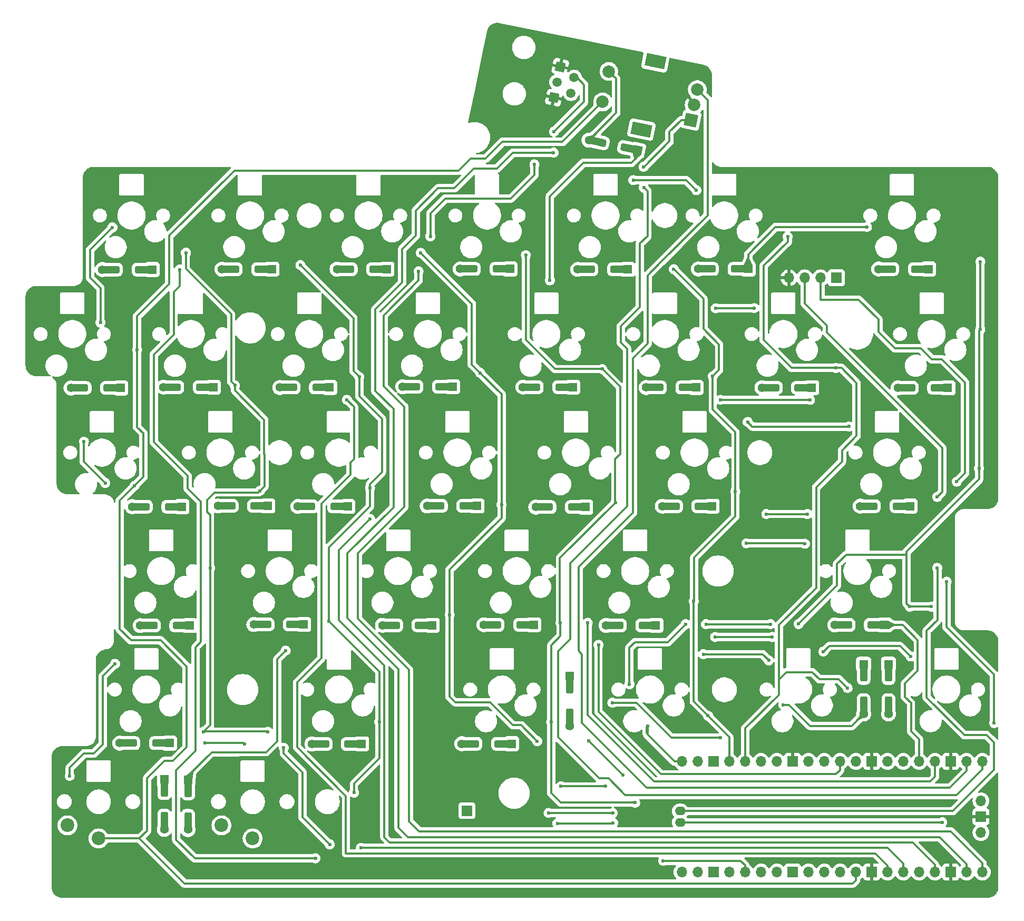
<source format=gbr>
%TF.GenerationSoftware,KiCad,Pcbnew,8.0.7*%
%TF.CreationDate,2025-08-07T20:18:05+02:00*%
%TF.ProjectId,pcb_keyboard_dx_rj11,7063625f-6b65-4796-926f-6172645f6478,rev?*%
%TF.SameCoordinates,Original*%
%TF.FileFunction,Copper,L1,Top*%
%TF.FilePolarity,Positive*%
%FSLAX46Y46*%
G04 Gerber Fmt 4.6, Leading zero omitted, Abs format (unit mm)*
G04 Created by KiCad (PCBNEW 8.0.7) date 2025-08-07 20:18:05*
%MOMM*%
%LPD*%
G01*
G04 APERTURE LIST*
G04 Aperture macros list*
%AMRoundRect*
0 Rectangle with rounded corners*
0 $1 Rounding radius*
0 $2 $3 $4 $5 $6 $7 $8 $9 X,Y pos of 4 corners*
0 Add a 4 corners polygon primitive as box body*
4,1,4,$2,$3,$4,$5,$6,$7,$8,$9,$2,$3,0*
0 Add four circle primitives for the rounded corners*
1,1,$1+$1,$2,$3*
1,1,$1+$1,$4,$5*
1,1,$1+$1,$6,$7*
1,1,$1+$1,$8,$9*
0 Add four rect primitives between the rounded corners*
20,1,$1+$1,$2,$3,$4,$5,0*
20,1,$1+$1,$4,$5,$6,$7,0*
20,1,$1+$1,$6,$7,$8,$9,0*
20,1,$1+$1,$8,$9,$2,$3,0*%
%AMRotRect*
0 Rectangle, with rotation*
0 The origin of the aperture is its center*
0 $1 length*
0 $2 width*
0 $3 Rotation angle, in degrees counterclockwise*
0 Add horizontal line*
21,1,$1,$2,0,0,$3*%
G04 Aperture macros list end*
%TA.AperFunction,ComponentPad*%
%ADD10C,2.200000*%
%TD*%
%TA.AperFunction,ComponentPad*%
%ADD11R,1.700000X1.700000*%
%TD*%
%TA.AperFunction,ComponentPad*%
%ADD12RotRect,1.520000X1.520000X258.400000*%
%TD*%
%TA.AperFunction,ComponentPad*%
%ADD13C,1.520000*%
%TD*%
%TA.AperFunction,ComponentPad*%
%ADD14RotRect,2.000000X2.000000X168.400000*%
%TD*%
%TA.AperFunction,ComponentPad*%
%ADD15C,2.000000*%
%TD*%
%TA.AperFunction,ComponentPad*%
%ADD16RotRect,3.200000X2.000000X168.400000*%
%TD*%
%TA.AperFunction,ComponentPad*%
%ADD17R,1.400000X1.400000*%
%TD*%
%TA.AperFunction,SMDPad,CuDef*%
%ADD18R,1.200000X1.600000*%
%TD*%
%TA.AperFunction,SMDPad,CuDef*%
%ADD19RoundRect,0.300000X-0.300000X0.400000X-0.300000X-0.400000X0.300000X-0.400000X0.300000X0.400000X0*%
%TD*%
%TA.AperFunction,SMDPad,CuDef*%
%ADD20R,1.200000X2.140000*%
%TD*%
%TA.AperFunction,ComponentPad*%
%ADD21C,1.400000*%
%TD*%
%TA.AperFunction,SMDPad,CuDef*%
%ADD22R,1.600000X1.200000*%
%TD*%
%TA.AperFunction,SMDPad,CuDef*%
%ADD23RoundRect,0.300000X0.400000X0.300000X-0.400000X0.300000X-0.400000X-0.300000X0.400000X-0.300000X0*%
%TD*%
%TA.AperFunction,SMDPad,CuDef*%
%ADD24R,2.140000X1.200000*%
%TD*%
%TA.AperFunction,ComponentPad*%
%ADD25O,1.700000X1.700000*%
%TD*%
%TA.AperFunction,ComponentPad*%
%ADD26O,1.700000X1.400000*%
%TD*%
%TA.AperFunction,ComponentPad*%
%ADD27RotRect,1.400000X1.400000X168.400000*%
%TD*%
%TA.AperFunction,SMDPad,CuDef*%
%ADD28RotRect,1.600000X1.200000X168.400000*%
%TD*%
%TA.AperFunction,SMDPad,CuDef*%
%ADD29RoundRect,0.300000X0.452153X0.213441X-0.331507X0.374304X-0.452153X-0.213441X0.331507X-0.374304X0*%
%TD*%
%TA.AperFunction,SMDPad,CuDef*%
%ADD30RotRect,2.140000X1.200000X168.400000*%
%TD*%
%TA.AperFunction,ViaPad*%
%ADD31C,0.600000*%
%TD*%
%TA.AperFunction,Conductor*%
%ADD32C,0.300000*%
%TD*%
%TA.AperFunction,Conductor*%
%ADD33C,0.350000*%
%TD*%
G04 APERTURE END LIST*
D10*
%TO.P,S3,1,1*%
%TO.N,Col 0*%
X41575669Y-155782000D03*
%TO.P,S3,2,2*%
%TO.N,Net-(D3-A)*%
X36575669Y-153682000D03*
%TD*%
D11*
%TO.P,TP1,1,1*%
%TO.N,LED 3.3V*%
X100758169Y-151317000D03*
%TD*%
D12*
%TO.P,J1,1*%
%TO.N,GND*%
X115740719Y-31765855D03*
X114719243Y-36742098D03*
D13*
%TO.P,J1,2*%
%TO.N,TX*%
X117973469Y-33520656D03*
%TO.P,J1,3*%
%TO.N,RX*%
X115229980Y-34253978D03*
%TO.P,J1,4*%
%TO.N,+5V*%
X117462732Y-36008775D03*
%TD*%
D10*
%TO.P,S14,1,1*%
%TO.N,Col 2*%
X66325669Y-155782000D03*
%TO.P,S14,2,2*%
%TO.N,Net-(D14-A)*%
X61325669Y-153682000D03*
%TD*%
D14*
%TO.P,SW2,A,A*%
%TO.N,encoder A*%
X136754362Y-40344877D03*
D15*
%TO.P,SW2,B,B*%
%TO.N,encoder B*%
X137759750Y-35447000D03*
%TO.P,SW2,C,C*%
%TO.N,GND*%
X137257055Y-37895938D03*
D16*
%TO.P,SW2,MP*%
%TO.N,N/C*%
X128784205Y-41873475D03*
X131036277Y-30902233D03*
D15*
%TO.P,SW2,S1,S1*%
%TO.N,encoder SW1*%
X123555909Y-32531370D03*
%TO.P,SW2,S2,S2*%
%TO.N,Col 0*%
X122550519Y-37429247D03*
%TD*%
D17*
%TO.P,D31,1,K*%
%TO.N,Row 4*%
X164473169Y-127787000D03*
D18*
X164473169Y-129037000D03*
D19*
X164473169Y-129887000D03*
%TO.P,D31,2,A*%
%TO.N,Net-(D31-A)*%
X164473169Y-133687000D03*
D20*
X164473169Y-134757000D03*
D21*
X164473169Y-135787000D03*
%TD*%
D17*
%TO.P,D11,1,K*%
%TO.N,Row 2*%
X81593169Y-102427000D03*
D22*
X80343169Y-102427000D03*
D23*
X79493169Y-102427000D03*
%TO.P,D11,2,A*%
%TO.N,Net-(D11-A)*%
X75693169Y-102427000D03*
D24*
X74623169Y-102427000D03*
D21*
X73593169Y-102427000D03*
%TD*%
D17*
%TO.P,D9,1,K*%
%TO.N,Row 0*%
X69413169Y-64317000D03*
D22*
X68163169Y-64317000D03*
D23*
X67313169Y-64317000D03*
%TO.P,D9,2,A*%
%TO.N,Net-(D9-A)*%
X63513169Y-64317000D03*
D24*
X62443169Y-64317000D03*
D21*
X61413169Y-64317000D03*
%TD*%
D25*
%TO.P,U1,1,GPIO0*%
%TO.N,Col 7*%
X135303169Y-143407000D03*
%TO.P,U1,2,GPIO1*%
%TO.N,unconnected-(U1-GPIO1-Pad2)*%
X137843169Y-143407000D03*
D11*
%TO.P,U1,3,GND*%
%TO.N,unconnected-(U1-GND-Pad3)_1*%
X140383169Y-143407000D03*
D25*
%TO.P,U1,4,GPIO2*%
%TO.N,Col 5*%
X142923169Y-143407000D03*
%TO.P,U1,5,GPIO3*%
%TO.N,Col 6*%
X145463169Y-143407000D03*
%TO.P,U1,6,GPIO4*%
%TO.N,Row 4*%
X148003169Y-143407000D03*
%TO.P,U1,7,GPIO5*%
%TO.N,unconnected-(U1-GPIO5-Pad7)*%
X150543169Y-143407000D03*
D11*
%TO.P,U1,8,GND*%
%TO.N,GND*%
X153083169Y-143407000D03*
D25*
%TO.P,U1,9,GPIO6*%
%TO.N,unconnected-(U1-GPIO6-Pad9)*%
X155623169Y-143407000D03*
%TO.P,U1,10,GPIO7*%
%TO.N,unconnected-(U1-GPIO7-Pad10)*%
X158163169Y-143407000D03*
%TO.P,U1,11,GPIO8*%
%TO.N,Row 5*%
X160703169Y-143407000D03*
%TO.P,U1,12,GPIO9*%
%TO.N,Col 3*%
X163243169Y-143407000D03*
D11*
%TO.P,U1,13,GND*%
%TO.N,GND*%
X165783169Y-143407000D03*
D25*
%TO.P,U1,14,GPIO10*%
%TO.N,LED 3.3V*%
X168323169Y-143407000D03*
%TO.P,U1,15,GPIO11*%
%TO.N,Col 4*%
X170863169Y-143407000D03*
%TO.P,U1,16,GPIO12*%
%TO.N,Row 3*%
X173403169Y-143407000D03*
%TO.P,U1,17,GPIO13*%
%TO.N,Col 2*%
X175943169Y-143407000D03*
D11*
%TO.P,U1,18,GND*%
%TO.N,GND*%
X178483169Y-143407000D03*
D25*
%TO.P,U1,19,GPIO14*%
%TO.N,encoder B*%
X181023169Y-143407000D03*
%TO.P,U1,20,GPIO15*%
%TO.N,encoder A*%
X183563169Y-143407000D03*
%TO.P,U1,21,GPIO16*%
%TO.N,RX*%
X183563169Y-161187000D03*
%TO.P,U1,22,GPIO17*%
%TO.N,TX*%
X181023169Y-161187000D03*
D11*
%TO.P,U1,23,GND*%
%TO.N,GND*%
X178483169Y-161187000D03*
D25*
%TO.P,U1,24,GPIO18*%
%TO.N,Row 2*%
X175943169Y-161187000D03*
%TO.P,U1,25,GPIO19*%
%TO.N,Row 0*%
X173403169Y-161187000D03*
%TO.P,U1,26,GPIO20*%
%TO.N,Col 1*%
X170863169Y-161187000D03*
%TO.P,U1,27,GPIO21*%
%TO.N,Row 1*%
X168323169Y-161187000D03*
D11*
%TO.P,U1,28,GND*%
%TO.N,GND*%
X165783169Y-161187000D03*
D25*
%TO.P,U1,29,GPIO22*%
%TO.N,Col 0*%
X163243169Y-161187000D03*
%TO.P,U1,30,RUN*%
%TO.N,unconnected-(U1-RUN-Pad30)*%
X160703169Y-161187000D03*
%TO.P,U1,31,GPIO26_ADC0*%
%TO.N,SPLIT_HAND_PIN*%
X158163169Y-161187000D03*
%TO.P,U1,32,GPIO27_ADC1*%
%TO.N,unconnected-(U1-GPIO27_ADC1-Pad32)*%
X155623169Y-161187000D03*
D11*
%TO.P,U1,33,AGND*%
%TO.N,unconnected-(U1-AGND-Pad33)*%
X153083169Y-161187000D03*
D25*
%TO.P,U1,34,GPIO28_ADC2*%
%TO.N,unconnected-(U1-GPIO28_ADC2-Pad34)_1*%
X150543169Y-161187000D03*
%TO.P,U1,35,ADC_VREF*%
%TO.N,unconnected-(U1-ADC_VREF-Pad35)*%
X148003169Y-161187000D03*
%TO.P,U1,36,3V3*%
%TO.N,+3.3V*%
X145463169Y-161187000D03*
%TO.P,U1,37,3V3_EN*%
%TO.N,unconnected-(U1-3V3_EN-Pad37)*%
X142923169Y-161187000D03*
D11*
%TO.P,U1,38,GND*%
%TO.N,unconnected-(U1-GND-Pad38)_1*%
X140383169Y-161187000D03*
D25*
%TO.P,U1,39,VSYS*%
%TO.N,+5V*%
X137843169Y-161187000D03*
%TO.P,U1,40,VBUS*%
%TO.N,unconnected-(U1-VBUS-Pad40)_1*%
X135303169Y-161187000D03*
%TO.P,U1,41,SWCLK*%
%TO.N,unconnected-(U1-SWCLK-Pad41)*%
X183333169Y-149757000D03*
D11*
%TO.P,U1,42,GND*%
%TO.N,GND*%
X183333169Y-152297000D03*
D25*
%TO.P,U1,43,SWDIO*%
%TO.N,unconnected-(U1-SWDIO-Pad43)_1*%
X183333169Y-154837000D03*
D26*
%TO.P,U1,44,data+*%
%TO.N,Data+*%
X135033169Y-151397000D03*
%TO.P,U1,45,data-*%
%TO.N,Data-*%
X135033169Y-153197000D03*
%TD*%
D17*
%TO.P,D24,1,K*%
%TO.N,Row 0*%
X126563169Y-64337000D03*
D22*
X125313169Y-64337000D03*
D23*
X124463169Y-64337000D03*
%TO.P,D24,2,A*%
%TO.N,Net-(D24-A)*%
X120663169Y-64337000D03*
D24*
X119593169Y-64337000D03*
D21*
X118563169Y-64337000D03*
%TD*%
D17*
%TO.P,D28,1,K*%
%TO.N,Row 4*%
X117253169Y-129717000D03*
D18*
X117253169Y-130967000D03*
D19*
X117253169Y-131817000D03*
%TO.P,D28,2,A*%
%TO.N,Net-(D28-A)*%
X117253169Y-135617000D03*
D20*
X117253169Y-136687000D03*
D21*
X117253169Y-137717000D03*
%TD*%
D17*
%TO.P,D36,1,K*%
%TO.N,Row 4*%
X168473169Y-127787000D03*
D18*
X168473169Y-129037000D03*
D19*
X168473169Y-129887000D03*
%TO.P,D36,2,A*%
%TO.N,Net-(D36-A)*%
X168473169Y-133687000D03*
D20*
X168473169Y-134757000D03*
D21*
X168473169Y-135787000D03*
%TD*%
D17*
%TO.P,D12,1,K*%
%TO.N,Row 3*%
X74520669Y-121398250D03*
D22*
X73270669Y-121398250D03*
D23*
X72420669Y-121398250D03*
%TO.P,D12,2,A*%
%TO.N,Net-(D12-A)*%
X68620669Y-121398250D03*
D24*
X67550669Y-121398250D03*
D21*
X66520669Y-121398250D03*
%TD*%
D17*
%TO.P,D25,1,K*%
%TO.N,Row 1*%
X137543169Y-83317000D03*
D22*
X136293169Y-83317000D03*
D23*
X135443169Y-83317000D03*
%TO.P,D25,2,A*%
%TO.N,Net-(D25-A)*%
X131643169Y-83317000D03*
D24*
X130573169Y-83317000D03*
D21*
X129543169Y-83317000D03*
%TD*%
D17*
%TO.P,D3,1,K*%
%TO.N,Row 5*%
X52133169Y-146317000D03*
D18*
X52133169Y-147567000D03*
D19*
X52133169Y-148417000D03*
%TO.P,D3,2,A*%
%TO.N,Net-(D3-A)*%
X52133169Y-152217000D03*
D20*
X52133169Y-153287000D03*
D21*
X52133169Y-154317000D03*
%TD*%
D17*
%TO.P,D22,1,K*%
%TO.N,Row 3*%
X111473169Y-121447000D03*
D22*
X110223169Y-121447000D03*
D23*
X109373169Y-121447000D03*
%TO.P,D22,2,A*%
%TO.N,Net-(D22-A)*%
X105573169Y-121447000D03*
D24*
X104503169Y-121447000D03*
D21*
X103473169Y-121447000D03*
%TD*%
D17*
%TO.P,D33,1,K*%
%TO.N,Row 1*%
X178003169Y-83377000D03*
D22*
X176753169Y-83377000D03*
D23*
X175903169Y-83377000D03*
%TO.P,D33,2,A*%
%TO.N,Net-(D33-A)*%
X172103169Y-83377000D03*
D24*
X171033169Y-83377000D03*
D21*
X170003169Y-83377000D03*
%TD*%
D17*
%TO.P,D7,1,K*%
%TO.N,Row 3*%
X56253169Y-121577000D03*
D22*
X55003169Y-121577000D03*
D23*
X54153169Y-121577000D03*
%TO.P,D7,2,A*%
%TO.N,Net-(D7-A)*%
X50353169Y-121577000D03*
D24*
X49283169Y-121577000D03*
D21*
X48253169Y-121577000D03*
%TD*%
D17*
%TO.P,D30,1,K*%
%TO.N,Row 1*%
X156143169Y-83357000D03*
D22*
X154893169Y-83357000D03*
D23*
X154043169Y-83357000D03*
%TO.P,D30,2,A*%
%TO.N,Net-(D30-A)*%
X150243169Y-83357000D03*
D24*
X149173169Y-83357000D03*
D21*
X148143169Y-83357000D03*
%TD*%
D17*
%TO.P,D14,1,K*%
%TO.N,Row 5*%
X55941919Y-146354500D03*
D18*
X55941919Y-147604500D03*
D19*
X55941919Y-148454500D03*
%TO.P,D14,2,A*%
%TO.N,Net-(D14-A)*%
X55941919Y-152254500D03*
D20*
X55941919Y-153324500D03*
D21*
X55941919Y-154354500D03*
%TD*%
D17*
%TO.P,D15,1,K*%
%TO.N,Row 0*%
X87883169Y-64307000D03*
D22*
X86633169Y-64307000D03*
D23*
X85783169Y-64307000D03*
%TO.P,D15,2,A*%
%TO.N,Net-(D15-A)*%
X81983169Y-64307000D03*
D24*
X80913169Y-64307000D03*
D21*
X79883169Y-64307000D03*
%TD*%
D17*
%TO.P,D16,1,K*%
%TO.N,Row 1*%
X98443169Y-83197000D03*
D22*
X97193169Y-83197000D03*
D23*
X96343169Y-83197000D03*
%TO.P,D16,2,A*%
%TO.N,Net-(D16-A)*%
X92543169Y-83197000D03*
D24*
X91473169Y-83197000D03*
D21*
X90443169Y-83197000D03*
%TD*%
D17*
%TO.P,D1,1,K*%
%TO.N,Row 1*%
X45133169Y-83397000D03*
D22*
X43883169Y-83397000D03*
D23*
X43033169Y-83397000D03*
%TO.P,D1,2,A*%
%TO.N,Net-(D1-A)*%
X39233169Y-83397000D03*
D24*
X38163169Y-83397000D03*
D21*
X37133169Y-83397000D03*
%TD*%
D11*
%TO.P,J4,1,Pin_1*%
%TO.N,+5V*%
X160093169Y-65702000D03*
D25*
%TO.P,J4,2,Pin_2*%
%TO.N,Data-*%
X157553169Y-65702000D03*
%TO.P,J4,3,Pin_3*%
%TO.N,Data+*%
X155013169Y-65702000D03*
%TO.P,J4,4,Pin_4*%
%TO.N,GND*%
X152473169Y-65702000D03*
%TD*%
D17*
%TO.P,D6,1,K*%
%TO.N,Row 2*%
X68764419Y-102357000D03*
D22*
X67514419Y-102357000D03*
D23*
X66664419Y-102357000D03*
%TO.P,D6,2,A*%
%TO.N,Net-(D6-A)*%
X62864419Y-102357000D03*
D24*
X61794419Y-102357000D03*
D21*
X60764419Y-102357000D03*
%TD*%
D17*
%TO.P,D17,1,K*%
%TO.N,Row 2*%
X102373169Y-102357000D03*
D22*
X101123169Y-102357000D03*
D23*
X100273169Y-102357000D03*
%TO.P,D17,2,A*%
%TO.N,Net-(D17-A)*%
X96473169Y-102357000D03*
D24*
X95403169Y-102357000D03*
D21*
X94373169Y-102357000D03*
%TD*%
D27*
%TO.P,D37,1,K*%
%TO.N,Row 0*%
X128201470Y-45181312D03*
D28*
X126977001Y-44929964D03*
D29*
X126144362Y-44759048D03*
%TO.P,D37,2,A*%
%TO.N,encoder SW1*%
X122421976Y-43994952D03*
D30*
X121373831Y-43779799D03*
D21*
X120364868Y-43572688D03*
%TD*%
D17*
%TO.P,D18,1,K*%
%TO.N,Row 3*%
X95183169Y-121527000D03*
D22*
X93933169Y-121527000D03*
D23*
X93083169Y-121527000D03*
%TO.P,D18,2,A*%
%TO.N,Net-(D18-A)*%
X89283169Y-121527000D03*
D24*
X88213169Y-121527000D03*
D21*
X87183169Y-121527000D03*
%TD*%
D17*
%TO.P,D34,1,K*%
%TO.N,Row 2*%
X171943169Y-102377000D03*
D22*
X170693169Y-102377000D03*
D23*
X169843169Y-102377000D03*
%TO.P,D34,2,A*%
%TO.N,Net-(D34-A)*%
X166043169Y-102377000D03*
D24*
X164973169Y-102377000D03*
D21*
X163943169Y-102377000D03*
%TD*%
D17*
%TO.P,D21,1,K*%
%TO.N,Row 2*%
X119813169Y-102537000D03*
D22*
X118563169Y-102537000D03*
D23*
X117713169Y-102537000D03*
%TO.P,D21,2,A*%
%TO.N,Net-(D21-A)*%
X113913169Y-102537000D03*
D24*
X112843169Y-102537000D03*
D21*
X111813169Y-102537000D03*
%TD*%
D17*
%TO.P,D19,1,K*%
%TO.N,Row 0*%
X107663169Y-64270419D03*
D22*
X106413169Y-64270419D03*
D23*
X105563169Y-64270419D03*
%TO.P,D19,2,A*%
%TO.N,Net-(D19-A)*%
X101763169Y-64270419D03*
D24*
X100693169Y-64270419D03*
D21*
X99663169Y-64270419D03*
%TD*%
D17*
%TO.P,D35,1,K*%
%TO.N,Row 3*%
X167843169Y-121477000D03*
D22*
X166593169Y-121477000D03*
D23*
X165743169Y-121477000D03*
%TO.P,D35,2,A*%
%TO.N,Net-(D35-A)*%
X161943169Y-121477000D03*
D24*
X160873169Y-121477000D03*
D21*
X159843169Y-121477000D03*
%TD*%
D17*
%TO.P,D10,1,K*%
%TO.N,Row 1*%
X78693169Y-83317000D03*
D22*
X77443169Y-83317000D03*
D23*
X76593169Y-83317000D03*
%TO.P,D10,2,A*%
%TO.N,Net-(D10-A)*%
X72793169Y-83317000D03*
D24*
X71723169Y-83317000D03*
D21*
X70693169Y-83317000D03*
%TD*%
D17*
%TO.P,D23,1,K*%
%TO.N,Row 4*%
X107933169Y-140567000D03*
D22*
X106683169Y-140567000D03*
D23*
X105833169Y-140567000D03*
%TO.P,D23,2,A*%
%TO.N,Net-(D23-A)*%
X102033169Y-140567000D03*
D24*
X100963169Y-140567000D03*
D21*
X99933169Y-140567000D03*
%TD*%
D17*
%TO.P,D29,1,K*%
%TO.N,Row 0*%
X145923169Y-64270419D03*
D22*
X144673169Y-64270419D03*
D23*
X143823169Y-64270419D03*
%TO.P,D29,2,A*%
%TO.N,Net-(D29-A)*%
X140023169Y-64270419D03*
D24*
X138953169Y-64270419D03*
D21*
X137923169Y-64270419D03*
%TD*%
D17*
%TO.P,D4,1,K*%
%TO.N,Row 0*%
X50183169Y-64367000D03*
D22*
X48933169Y-64367000D03*
D23*
X48083169Y-64367000D03*
%TO.P,D4,2,A*%
%TO.N,Net-(D4-A)*%
X44283169Y-64367000D03*
D24*
X43213169Y-64367000D03*
D21*
X42183169Y-64367000D03*
%TD*%
D17*
%TO.P,D20,1,K*%
%TO.N,Row 1*%
X117763169Y-83257000D03*
D22*
X116513169Y-83257000D03*
D23*
X115663169Y-83257000D03*
%TO.P,D20,2,A*%
%TO.N,Net-(D20-A)*%
X111863169Y-83257000D03*
D24*
X110793169Y-83257000D03*
D21*
X109763169Y-83257000D03*
%TD*%
D17*
%TO.P,D8,1,K*%
%TO.N,Row 4*%
X52980669Y-140468250D03*
D22*
X51730669Y-140468250D03*
D23*
X50880669Y-140468250D03*
%TO.P,D8,2,A*%
%TO.N,Net-(D8-A)*%
X47080669Y-140468250D03*
D24*
X46010669Y-140468250D03*
D21*
X44980669Y-140468250D03*
%TD*%
D17*
%TO.P,D27,1,K*%
%TO.N,Row 3*%
X131103169Y-121547000D03*
D22*
X129853169Y-121547000D03*
D23*
X129003169Y-121547000D03*
%TO.P,D27,2,A*%
%TO.N,Net-(D27-A)*%
X125203169Y-121547000D03*
D24*
X124133169Y-121547000D03*
D21*
X123103169Y-121547000D03*
%TD*%
D17*
%TO.P,D26,1,K*%
%TO.N,Row 2*%
X140143169Y-102397000D03*
D22*
X138893169Y-102397000D03*
D23*
X138043169Y-102397000D03*
%TO.P,D26,2,A*%
%TO.N,Net-(D26-A)*%
X134243169Y-102397000D03*
D24*
X133173169Y-102397000D03*
D21*
X132143169Y-102397000D03*
%TD*%
D17*
%TO.P,D2,1,K*%
%TO.N,Row 2*%
X54973169Y-102467000D03*
D22*
X53723169Y-102467000D03*
D23*
X52873169Y-102467000D03*
%TO.P,D2,2,A*%
%TO.N,Net-(D2-A)*%
X49073169Y-102467000D03*
D24*
X48003169Y-102467000D03*
D21*
X46973169Y-102467000D03*
%TD*%
D17*
%TO.P,D32,1,K*%
%TO.N,Row 0*%
X174893169Y-64277000D03*
D22*
X173643169Y-64277000D03*
D23*
X172793169Y-64277000D03*
%TO.P,D32,2,A*%
%TO.N,Net-(D32-A)*%
X168993169Y-64277000D03*
D24*
X167923169Y-64277000D03*
D21*
X166893169Y-64277000D03*
%TD*%
D17*
%TO.P,D5,1,K*%
%TO.N,Row 1*%
X60023169Y-83257000D03*
D22*
X58773169Y-83257000D03*
D23*
X57923169Y-83257000D03*
%TO.P,D5,2,A*%
%TO.N,Net-(D5-A)*%
X54123169Y-83257000D03*
D24*
X53053169Y-83257000D03*
D21*
X52023169Y-83257000D03*
%TD*%
D17*
%TO.P,D13,1,K*%
%TO.N,Row 4*%
X83840669Y-140598250D03*
D22*
X82590669Y-140598250D03*
D23*
X81740669Y-140598250D03*
%TO.P,D13,2,A*%
%TO.N,Net-(D13-A)*%
X77940669Y-140598250D03*
D24*
X76870669Y-140598250D03*
D21*
X75840669Y-140598250D03*
%TD*%
D31*
%TO.N,Row 1*%
X155863169Y-85310419D03*
X81483169Y-85300419D03*
X141458169Y-85300419D03*
%TO.N,Row 2*%
X85193169Y-104450419D03*
X148848169Y-103655419D03*
X155423169Y-103660419D03*
%TO.N,Row 5*%
X71628169Y-125607000D03*
X121893169Y-124677000D03*
%TO.N,Row 0*%
X124188169Y-151697000D03*
X114071919Y-66109169D03*
X54604419Y-64367000D03*
X76413169Y-158977000D03*
X165008169Y-57537000D03*
X113870669Y-151677000D03*
%TO.N,Row 3*%
X149808169Y-123417000D03*
X140618169Y-123417000D03*
%TO.N,Row 4*%
X141513169Y-139589500D03*
X124113169Y-133977000D03*
X65018169Y-140565419D03*
X58644419Y-140440419D03*
%TO.N,Net-(LED3-DOUT)*%
X44228169Y-127717000D03*
X36928169Y-145747000D03*
%TO.N,Net-(D31-A)*%
X151583169Y-134297000D03*
%TO.N,Col 0*%
X47368169Y-99107000D03*
X47763169Y-77247000D03*
%TO.N,Col 1*%
X67488169Y-99947000D03*
X63475669Y-82987000D03*
X71323169Y-141207000D03*
X78701169Y-156735000D03*
X59494419Y-112327000D03*
X55598169Y-61657000D03*
X68763169Y-138647000D03*
X58423169Y-138627000D03*
X83718169Y-157287000D03*
%TO.N,Col 2*%
X78546294Y-120848875D03*
X82603169Y-148427000D03*
X73998959Y-63636210D03*
X85174419Y-99470419D03*
X86664419Y-137057000D03*
X120138169Y-121127000D03*
X83458169Y-81617000D03*
%TO.N,Col 3*%
X102881460Y-80968709D03*
X106313169Y-102147000D03*
X97963169Y-119887000D03*
X112048169Y-140157000D03*
X93331294Y-61683875D03*
X120330669Y-140094500D03*
X125793169Y-145557000D03*
%TO.N,Col 4*%
X122491459Y-80358710D03*
X127775669Y-150037000D03*
X114294419Y-137047000D03*
X110223169Y-62057000D03*
X124619657Y-101788488D03*
X115774419Y-121147000D03*
%TO.N,Col 5*%
X140228169Y-81522000D03*
X137183169Y-117667000D03*
X133978169Y-64317000D03*
X139465669Y-136059500D03*
X143858169Y-100017000D03*
%TO.N,Col 6*%
X161898169Y-131617000D03*
X160008169Y-80177000D03*
X152278169Y-59097000D03*
%TO.N,Col 7*%
X183214419Y-73997000D03*
X171898169Y-118537000D03*
X175343169Y-118537000D03*
X135878169Y-121357000D03*
X183023169Y-96317000D03*
X129753169Y-137742000D03*
X139148169Y-121357000D03*
X126863169Y-130997000D03*
X183223169Y-63102000D03*
X149498169Y-121357000D03*
X154028169Y-121327000D03*
%TO.N,GND*%
X80163169Y-71480419D03*
X152403169Y-159397000D03*
X93143169Y-148697000D03*
X110668169Y-142607000D03*
X184823169Y-99397000D03*
X52468169Y-89567000D03*
X86198169Y-114627000D03*
X116438169Y-143027000D03*
X71263169Y-135437000D03*
X116363169Y-64230419D03*
X36313169Y-162160419D03*
X112608169Y-51447000D03*
X36813169Y-88880419D03*
X57483169Y-51400419D03*
X177793169Y-90767000D03*
X123863169Y-89770419D03*
X71473169Y-101240419D03*
X58363169Y-130157000D03*
X110013169Y-86430419D03*
X159543169Y-102037000D03*
X110003169Y-94147000D03*
X180878169Y-70997000D03*
X159323169Y-87267000D03*
X128368169Y-72467000D03*
X181043169Y-130510419D03*
X32013169Y-69130419D03*
X61808169Y-107287000D03*
X142883169Y-69220419D03*
X121863169Y-82280419D03*
X117583169Y-57740419D03*
X88483169Y-139717000D03*
X75333169Y-134147000D03*
X150358169Y-64217000D03*
X100798169Y-57397000D03*
X179848169Y-63957000D03*
X45473169Y-68940419D03*
X150053169Y-54527000D03*
X169623169Y-108657000D03*
X101224419Y-125937000D03*
X123823169Y-127677000D03*
X183508169Y-123607000D03*
X62823169Y-57290419D03*
X69453169Y-69147000D03*
X85523169Y-69030419D03*
X99898169Y-106947000D03*
X85913169Y-146167000D03*
X71625669Y-97862000D03*
X155408169Y-97577000D03*
X128713169Y-94380419D03*
X81063169Y-82780419D03*
X68543169Y-126900419D03*
X138373169Y-130437000D03*
X75038169Y-125427000D03*
X90923169Y-51480419D03*
X169348169Y-69107000D03*
X54373169Y-159307000D03*
X94528169Y-109757000D03*
X56363169Y-110230419D03*
X182993169Y-55007000D03*
X122454419Y-101957000D03*
X52298169Y-97417000D03*
X95593169Y-127727000D03*
X102903169Y-147407000D03*
X134493169Y-34197000D03*
X117044419Y-106967000D03*
X85215669Y-152722000D03*
X76314419Y-106867000D03*
X126923169Y-69010419D03*
X72213169Y-152337000D03*
X174873169Y-114867000D03*
X180698169Y-153357000D03*
X175454419Y-81027000D03*
X101123169Y-99587000D03*
X71718169Y-89487000D03*
X62328169Y-111847000D03*
X159680669Y-82907000D03*
X130103169Y-152237000D03*
X147638169Y-130217000D03*
X85478169Y-89667000D03*
X35783169Y-143687000D03*
X96363169Y-138747000D03*
X129013169Y-86780419D03*
X66908169Y-81277000D03*
X51513169Y-71930419D03*
X84153169Y-73857000D03*
X121983169Y-73567000D03*
X113423169Y-109897000D03*
X58313169Y-95430419D03*
X98863169Y-72430419D03*
X104563169Y-68970419D03*
X159673169Y-51267000D03*
X64753169Y-92740419D03*
X99948169Y-120147000D03*
X82503169Y-99747000D03*
X112228169Y-129227000D03*
X47058169Y-104637000D03*
X60583169Y-143887000D03*
X109443169Y-89290419D03*
X41363169Y-52630419D03*
X71558169Y-51307000D03*
%TO.N,Net-(LED28-DOUT)*%
X138733169Y-126168000D03*
X149223960Y-127161209D03*
%TO.N,Net-(LED31-DOUT)*%
X158015669Y-125774500D03*
X172028169Y-126547000D03*
%TO.N,Net-(LED24-DOUT)*%
X127468169Y-49998000D03*
X137613169Y-51617000D03*
%TO.N,Net-(LED25-DIN)*%
X140713169Y-70587000D03*
X146903169Y-70567000D03*
%TO.N,Net-(LED26-DOUT)*%
X162118169Y-89588000D03*
X145853169Y-88857000D03*
%TO.N,Net-(LED27-DIN)*%
X145654419Y-108357000D03*
X155048169Y-108427000D03*
%TO.N,Net-(LED1-DOUT)*%
X43802378Y-57591209D03*
X41874419Y-72900419D03*
%TO.N,encoder A*%
X129168169Y-51197000D03*
X129128169Y-47857000D03*
%TO.N,SPLIT_HAND_PIN*%
X124233169Y-153267000D03*
X115275669Y-153347000D03*
%TO.N,+3.3V*%
X132283169Y-159377000D03*
%TO.N,RX*%
X111593169Y-47463000D03*
X92974419Y-64657000D03*
X94874419Y-59027000D03*
%TO.N,TX*%
X114728169Y-42207000D03*
X114678169Y-45587000D03*
%TO.N,Net-(LED2-DIN)*%
X39208169Y-92027000D03*
X42658169Y-98667000D03*
%TO.N,LED 3.3V*%
X115863169Y-147387000D03*
X123008169Y-147397000D03*
%TO.N,Data+*%
X176303169Y-112307000D03*
X176303169Y-100907000D03*
%TO.N,Data-*%
X177113169Y-153197000D03*
X179428169Y-98452000D03*
X177803169Y-114527000D03*
X185433169Y-137237000D03*
%TD*%
D32*
%TO.N,Row 1*%
X168323169Y-160167000D02*
X166343169Y-158187000D01*
X77378169Y-126778250D02*
X77378169Y-102012000D01*
X166343169Y-158187000D02*
X81313169Y-158187000D01*
X82048169Y-97342000D02*
X82048169Y-95372000D01*
X77378169Y-102012000D02*
X82048169Y-97342000D01*
X168323169Y-161187000D02*
X168323169Y-160167000D01*
X81313169Y-148973000D02*
X73453169Y-141113000D01*
X73453169Y-130703250D02*
X77378169Y-126778250D01*
D33*
X141484750Y-85327000D02*
X155846588Y-85327000D01*
D32*
X82048169Y-95372000D02*
X82623169Y-94797000D01*
D33*
X155846588Y-85327000D02*
X155863169Y-85310419D01*
D32*
X81313169Y-158187000D02*
X81313169Y-148973000D01*
X82623169Y-94797000D02*
X82623169Y-86440419D01*
D33*
X141458169Y-85300419D02*
X141484750Y-85327000D01*
D32*
X82623169Y-86440419D02*
X81483169Y-85300419D01*
X73453169Y-141113000D02*
X73453169Y-130703250D01*
%TO.N,Row 2*%
X88333931Y-156417000D02*
X172383169Y-156417000D01*
X172383169Y-156417000D02*
X175943169Y-159977000D01*
X87468550Y-128022381D02*
X87468550Y-155551619D01*
X80173169Y-120727000D02*
X87468550Y-128022381D01*
X80173169Y-109470419D02*
X80173169Y-120727000D01*
X85193169Y-104450419D02*
X80173169Y-109470419D01*
X155409750Y-103647000D02*
X148856588Y-103647000D01*
X155423169Y-103660419D02*
X155409750Y-103647000D01*
X148856588Y-103647000D02*
X148848169Y-103655419D01*
X175943169Y-159977000D02*
X175943169Y-161187000D01*
X87468550Y-155551619D02*
X88333931Y-156417000D01*
%TO.N,Row 5*%
X160703169Y-143407000D02*
X160703169Y-144817000D01*
X71628169Y-125607000D02*
X70268169Y-126967000D01*
X160053169Y-145467000D02*
X131923169Y-145467000D01*
X131923169Y-145467000D02*
X121893169Y-135437000D01*
X70268169Y-126967000D02*
X70268169Y-140182000D01*
D33*
X55941919Y-146354500D02*
X55941919Y-145718250D01*
D32*
X68523169Y-141927000D02*
X64083169Y-141927000D01*
X70268169Y-140182000D02*
X68523169Y-141927000D01*
X160703169Y-144817000D02*
X160053169Y-145467000D01*
X121893169Y-135437000D02*
X121893169Y-124677000D01*
D33*
X59733169Y-141927000D02*
X64083169Y-141927000D01*
X55941919Y-145718250D02*
X59733169Y-141927000D01*
%TO.N,Row 0*%
X50424419Y-92067000D02*
X55898169Y-97540750D01*
X113890669Y-151697000D02*
X124188169Y-151697000D01*
X58008169Y-124203300D02*
X57123169Y-125088300D01*
X113870669Y-151677000D02*
X113890669Y-151697000D01*
X57033169Y-158977000D02*
X76413169Y-158977000D01*
X54604419Y-64367000D02*
X54604419Y-67007000D01*
X54033169Y-144817000D02*
X54033169Y-155977000D01*
X150300669Y-57537000D02*
X145923169Y-61914500D01*
X114071919Y-52597000D02*
X114071919Y-66109169D01*
X54033169Y-155977000D02*
X57033169Y-158977000D01*
X165008169Y-57537000D02*
X150300669Y-57537000D01*
X55898169Y-99527000D02*
X58008169Y-101637000D01*
X50424419Y-78057000D02*
X50424419Y-92067000D01*
X128201470Y-46218699D02*
X127203169Y-47217000D01*
X57123169Y-141727000D02*
X54033169Y-144817000D01*
X128201470Y-45181312D02*
X128201470Y-46218699D01*
X119451919Y-47217000D02*
X114071919Y-52597000D01*
X54604419Y-67007000D02*
X53634419Y-67977000D01*
X127203169Y-47217000D02*
X119451919Y-47217000D01*
X58008169Y-101637000D02*
X58008169Y-124203300D01*
X53634419Y-74847000D02*
X50424419Y-78057000D01*
X57123169Y-125088300D02*
X57123169Y-141727000D01*
X145923169Y-61914500D02*
X145923169Y-64270419D01*
X53634419Y-67977000D02*
X53634419Y-74847000D01*
X55898169Y-97540750D02*
X55898169Y-99527000D01*
D32*
%TO.N,Row 3*%
X167843169Y-121477000D02*
X170753169Y-121477000D01*
X171118169Y-133052000D02*
X172103169Y-134037000D01*
X173403169Y-139867000D02*
X173403169Y-143407000D01*
X170753169Y-121477000D02*
X173178169Y-123902000D01*
X173178169Y-123902000D02*
X173178169Y-128827000D01*
D33*
X140618169Y-123417000D02*
X149808169Y-123417000D01*
D32*
X172103169Y-138567000D02*
X173403169Y-139867000D01*
X172103169Y-134037000D02*
X172103169Y-138567000D01*
X173178169Y-128827000D02*
X171118169Y-130887000D01*
X171118169Y-130887000D02*
X171118169Y-133052000D01*
%TO.N,Row 4*%
X124113169Y-133977000D02*
X127994419Y-133977000D01*
X127994419Y-133977000D02*
X133574419Y-139557000D01*
X133574419Y-139557000D02*
X141480669Y-139557000D01*
X141480669Y-139557000D02*
X141513169Y-139589500D01*
X64893169Y-140440419D02*
X65018169Y-140565419D01*
X58644419Y-140440419D02*
X64893169Y-140440419D01*
D33*
%TO.N,Net-(LED3-DOUT)*%
X42238169Y-140717000D02*
X40818169Y-142137000D01*
X36928169Y-144417000D02*
X36928169Y-145747000D01*
X39208169Y-142137000D02*
X36928169Y-144417000D01*
X40818169Y-142137000D02*
X39208169Y-142137000D01*
X42238169Y-129707000D02*
X42238169Y-140717000D01*
X44228169Y-127717000D02*
X42238169Y-129707000D01*
%TO.N,Net-(D31-A)*%
X155903169Y-137697000D02*
X162563169Y-137697000D01*
X162563169Y-137697000D02*
X164473169Y-135787000D01*
X152503169Y-134297000D02*
X155903169Y-137697000D01*
X151583169Y-134297000D02*
X152503169Y-134297000D01*
%TO.N,Col 0*%
X47763169Y-71868250D02*
X52954419Y-66677000D01*
X116112766Y-43867000D02*
X122550519Y-37429247D01*
X48773169Y-97702000D02*
X47368169Y-99107000D01*
X55733169Y-128117000D02*
X55733169Y-141117000D01*
X52954419Y-58885750D02*
X63383169Y-48457000D01*
X51573169Y-123957000D02*
X55733169Y-128117000D01*
X52113169Y-143347000D02*
X49373169Y-146087000D01*
X63383169Y-48457000D02*
X99413169Y-48457000D01*
X53503169Y-143347000D02*
X52113169Y-143347000D01*
X49373169Y-154537000D02*
X48128169Y-155782000D01*
X162723169Y-163017000D02*
X163243169Y-162497000D01*
X44938169Y-122107000D02*
X46788169Y-123957000D01*
X106393169Y-43867000D02*
X116112766Y-43867000D01*
X101303169Y-46567000D02*
X103693169Y-46567000D01*
X48128169Y-155782000D02*
X55363169Y-163017000D01*
X163243169Y-162497000D02*
X163243169Y-161187000D01*
X44938169Y-101527000D02*
X44938169Y-122107000D01*
X49373169Y-146087000D02*
X49373169Y-154537000D01*
X103693169Y-46567000D02*
X106393169Y-43867000D01*
X47358169Y-99107000D02*
X44938169Y-101527000D01*
X46788169Y-123957000D02*
X51573169Y-123957000D01*
X47368169Y-99107000D02*
X47358169Y-99107000D01*
X55733169Y-141117000D02*
X53503169Y-143347000D01*
X47763169Y-77247000D02*
X47763169Y-89680419D01*
X52954419Y-66677000D02*
X52954419Y-58885750D01*
X41575669Y-155782000D02*
X48128169Y-155782000D01*
X99413169Y-48457000D02*
X101303169Y-46567000D01*
X47763169Y-89680419D02*
X48773169Y-90690419D01*
X48773169Y-90690419D02*
X48773169Y-97702000D01*
X55363169Y-163017000D02*
X162723169Y-163017000D01*
X47763169Y-77247000D02*
X47763169Y-71868250D01*
D32*
%TO.N,Col 1*%
X63475669Y-83772919D02*
X63475669Y-82987000D01*
X55598169Y-64265419D02*
X55598169Y-61657000D01*
X67238169Y-100197000D02*
X60174419Y-100197000D01*
X59008169Y-101363250D02*
X59008169Y-103320750D01*
X59494419Y-137590750D02*
X59494419Y-112327000D01*
X59008169Y-103320750D02*
X59494419Y-103807000D01*
X58423169Y-138627000D02*
X58458169Y-138627000D01*
X60174419Y-100197000D02*
X59008169Y-101363250D01*
X68195686Y-88492936D02*
X63475669Y-83772919D01*
X74323169Y-152357000D02*
X74323169Y-145147000D01*
X58443169Y-138607000D02*
X58423169Y-138627000D01*
X67488169Y-99947000D02*
X67238169Y-100197000D01*
X59494419Y-103807000D02*
X59494419Y-112327000D01*
X83718169Y-157287000D02*
X168343169Y-157287000D01*
X67488169Y-99947000D02*
X68234419Y-99200750D01*
X71323169Y-142147000D02*
X71323169Y-141207000D01*
X78701169Y-156735000D02*
X74323169Y-152357000D01*
X168343169Y-157287000D02*
X170863169Y-159807000D01*
X68234419Y-99200750D02*
X68234419Y-94219638D01*
X170863169Y-159807000D02*
X170863169Y-161187000D01*
X62863169Y-71530419D02*
X55598169Y-64265419D01*
X74323169Y-145147000D02*
X71323169Y-142147000D01*
X68763169Y-138647000D02*
X68723169Y-138607000D01*
X68195686Y-93962663D02*
X68195686Y-88492936D01*
X58458169Y-138627000D02*
X59494419Y-137590750D01*
X68723169Y-138607000D02*
X58443169Y-138607000D01*
X62863169Y-82374500D02*
X62863169Y-71530419D01*
X68234419Y-94219638D02*
X68195686Y-93962663D01*
X63475669Y-82987000D02*
X62863169Y-82374500D01*
%TO.N,Col 2*%
X175943169Y-145887000D02*
X175943169Y-143407000D01*
X175203169Y-146627000D02*
X175943169Y-145887000D01*
X82603169Y-148427000D02*
X82603169Y-146967000D01*
X85144419Y-99440419D02*
X85174419Y-99470419D01*
X83468169Y-81627000D02*
X83468169Y-84720750D01*
X87114419Y-96887000D02*
X85144419Y-98857000D01*
X86654419Y-142915750D02*
X86654419Y-137067000D01*
X78546294Y-120848875D02*
X78546294Y-109053875D01*
X86654419Y-137067000D02*
X86664419Y-137057000D01*
X82513169Y-72150419D02*
X82513169Y-80672000D01*
X82513169Y-80672000D02*
X83458169Y-81617000D01*
X78546294Y-109053875D02*
X85174419Y-102425750D01*
X87114419Y-88367000D02*
X87114419Y-96887000D01*
X82603169Y-146967000D02*
X86654419Y-142915750D01*
X83458169Y-81617000D02*
X83468169Y-81627000D01*
X73998960Y-63636210D02*
X82513169Y-72150419D01*
X130843169Y-146627000D02*
X175203169Y-146627000D01*
X85144419Y-98857000D02*
X85144419Y-99440419D01*
X120138169Y-135922000D02*
X130843169Y-146627000D01*
X78546294Y-120848875D02*
X86664419Y-128967000D01*
X73998959Y-63636210D02*
X73998960Y-63636210D01*
X120138169Y-121127000D02*
X120138169Y-135922000D01*
X83468169Y-84720750D02*
X87114419Y-88367000D01*
X86664419Y-128967000D02*
X86664419Y-137057000D01*
X85174419Y-102425750D02*
X85174419Y-99470419D01*
%TO.N,Col 3*%
X108133169Y-137577000D02*
X104463169Y-133907000D01*
D33*
X93331294Y-61683875D02*
X101553169Y-69905750D01*
X101553169Y-79640418D02*
X102881460Y-80968709D01*
X97963169Y-112608250D02*
X97963169Y-119887000D01*
X106313169Y-104258250D02*
X97963169Y-112608250D01*
D32*
X120330669Y-140094500D02*
X125793169Y-145557000D01*
D33*
X102881460Y-80968710D02*
X102881460Y-80968709D01*
X106313169Y-84400419D02*
X102881460Y-80968710D01*
X97963169Y-119887000D02*
X97963169Y-133017000D01*
D32*
X109468169Y-137577000D02*
X108133169Y-137577000D01*
D33*
X101553169Y-69905750D02*
X101553169Y-79640418D01*
D32*
X104463169Y-133907000D02*
X98853169Y-133907000D01*
D33*
X106313169Y-102147000D02*
X106313169Y-84400419D01*
X106313169Y-102147000D02*
X106313169Y-104258250D01*
D32*
X98853169Y-133907000D02*
X97963169Y-133017000D01*
X112048169Y-140157000D02*
X109468169Y-137577000D01*
%TO.N,Col 4*%
X115774419Y-121147000D02*
X115774419Y-123257000D01*
X114894879Y-80358710D02*
X122491459Y-80358710D01*
X127775669Y-150037000D02*
X115823169Y-150037000D01*
X110203169Y-62077000D02*
X110203169Y-75667000D01*
X115693169Y-110714977D02*
X124619657Y-101788489D01*
X110223169Y-62057000D02*
X110203169Y-62077000D01*
X110203169Y-75667000D02*
X114894879Y-80358710D01*
X124619657Y-101788488D02*
X124578169Y-101747000D01*
X125353169Y-83220419D02*
X122491460Y-80358710D01*
X114294419Y-148508250D02*
X114294419Y-137047000D01*
X115823169Y-150037000D02*
X114294419Y-148508250D01*
X122491460Y-80358710D02*
X122491459Y-80358710D01*
X125353169Y-94012000D02*
X125353169Y-83220419D01*
X115693169Y-121065750D02*
X115693169Y-110714977D01*
X114294419Y-124737000D02*
X114294419Y-137047000D01*
X124578169Y-94787000D02*
X125353169Y-94012000D01*
X115774419Y-123257000D02*
X114294419Y-124737000D01*
X124619657Y-101788489D02*
X124619657Y-101788488D01*
X124578169Y-101747000D02*
X124578169Y-94787000D01*
X115774419Y-121147000D02*
X115693169Y-121065750D01*
%TO.N,Col 5*%
X133998169Y-64317000D02*
X138768169Y-69087000D01*
X142923169Y-139517000D02*
X142923169Y-143407000D01*
X133978169Y-64317000D02*
X133998169Y-64317000D01*
X143876169Y-99999000D02*
X143876169Y-90475000D01*
X137183169Y-133777000D02*
X137183169Y-117667000D01*
X138768169Y-73906968D02*
X141251459Y-76390258D01*
X143858169Y-100017000D02*
X143876169Y-99999000D01*
X138768169Y-69087000D02*
X138768169Y-73906968D01*
X143858169Y-104045419D02*
X137238169Y-110665419D01*
X140228169Y-86827000D02*
X140228169Y-81522000D01*
X141251459Y-80498710D02*
X140228169Y-81522000D01*
X141251459Y-76390258D02*
X141251459Y-80498710D01*
X143876169Y-90475000D02*
X140228169Y-86827000D01*
X143858169Y-100017000D02*
X143858169Y-104045419D01*
X139465669Y-136059500D02*
X137183169Y-133777000D01*
X139465669Y-136059500D02*
X142923169Y-139517000D01*
X137238169Y-110665419D02*
X137238169Y-117612000D01*
X137238169Y-117612000D02*
X137183169Y-117667000D01*
D33*
%TO.N,Col 6*%
X157378169Y-130197000D02*
X156238169Y-129057000D01*
X145463169Y-138102000D02*
X150878169Y-132687000D01*
X145463169Y-143407000D02*
X145463169Y-138102000D01*
X150878169Y-130237000D02*
X150878169Y-121507000D01*
X156843169Y-115542000D02*
X156843169Y-99362000D01*
X150878169Y-121507000D02*
X156843169Y-115542000D01*
X161898169Y-131617000D02*
X160478169Y-130197000D01*
X148423169Y-75687000D02*
X152923169Y-80187000D01*
X159998169Y-80187000D02*
X160008169Y-80177000D01*
X148423169Y-63762000D02*
X148423169Y-75687000D01*
X156843169Y-99362000D02*
X160998169Y-95207000D01*
X150878169Y-130237000D02*
X152058169Y-129057000D01*
X152278169Y-59907000D02*
X148423169Y-63762000D01*
X160998169Y-95207000D02*
X160998169Y-93422000D01*
X163323169Y-91097000D02*
X163323169Y-82587000D01*
X152923169Y-80187000D02*
X159998169Y-80187000D01*
X163323169Y-82587000D02*
X160913169Y-80177000D01*
X160913169Y-80177000D02*
X160008169Y-80177000D01*
X152278169Y-59097000D02*
X152278169Y-59907000D01*
X152058169Y-129057000D02*
X156238169Y-129057000D01*
X160998169Y-93422000D02*
X163323169Y-91097000D01*
X150878169Y-132687000D02*
X150878169Y-130237000D01*
X160478169Y-130197000D02*
X157378169Y-130197000D01*
%TO.N,Col 7*%
X133028169Y-124227000D02*
X135878169Y-121377000D01*
X171383169Y-110187000D02*
X171403169Y-110167000D01*
X161688169Y-110187000D02*
X171383169Y-110187000D01*
X129753169Y-137742000D02*
X129633169Y-137862000D01*
X135878169Y-121377000D02*
X135878169Y-121357000D01*
X149498169Y-121357000D02*
X139148169Y-121357000D01*
X183223169Y-73988250D02*
X183214419Y-73997000D01*
X175343169Y-118537000D02*
X171898169Y-118537000D01*
X126863169Y-125112000D02*
X127748169Y-124227000D01*
X160208169Y-115117000D02*
X160208169Y-111667000D01*
X171898169Y-118537000D02*
X171403169Y-118042000D01*
X183023169Y-74188250D02*
X183214419Y-73997000D01*
X129753169Y-139087000D02*
X134073169Y-143407000D01*
X183023169Y-96317000D02*
X183023169Y-74188250D01*
X154028169Y-121327000D02*
X154028169Y-121297000D01*
X183223169Y-63102000D02*
X183223169Y-73988250D01*
X129633169Y-137862000D02*
X129633169Y-138847000D01*
X160208169Y-111667000D02*
X161688169Y-110187000D01*
X154028169Y-121297000D02*
X160208169Y-115117000D01*
X127748169Y-124227000D02*
X133028169Y-124227000D01*
X171403169Y-118042000D02*
X171403169Y-109677000D01*
X134073169Y-143407000D02*
X135303169Y-143407000D01*
X183023169Y-98057000D02*
X183023169Y-96317000D01*
X171403169Y-109677000D02*
X183023169Y-98057000D01*
X126863169Y-130997000D02*
X126863169Y-125112000D01*
X129753169Y-137742000D02*
X129753169Y-139087000D01*
%TO.N,Net-(LED28-DOUT)*%
X149223960Y-127161209D02*
X148230751Y-126168000D01*
X148230751Y-126168000D02*
X138733169Y-126168000D01*
D32*
%TO.N,Net-(LED31-DOUT)*%
X158963169Y-124827000D02*
X170308169Y-124827000D01*
X158015669Y-125774500D02*
X158963169Y-124827000D01*
X170308169Y-124827000D02*
X172028169Y-126547000D01*
D33*
%TO.N,Net-(LED24-DOUT)*%
X127468169Y-49998000D02*
X127479169Y-49987000D01*
X127479169Y-49987000D02*
X135983169Y-49987000D01*
X135983169Y-49987000D02*
X137613169Y-51617000D01*
%TO.N,Net-(LED25-DIN)*%
X146883169Y-70587000D02*
X146903169Y-70567000D01*
X140713169Y-70587000D02*
X146883169Y-70587000D01*
%TO.N,Net-(LED26-DOUT)*%
X162109169Y-89597000D02*
X146593169Y-89597000D01*
X162118169Y-89588000D02*
X162109169Y-89597000D01*
X146593169Y-89597000D02*
X145853169Y-88857000D01*
%TO.N,Net-(LED27-DIN)*%
X154978169Y-108357000D02*
X155048169Y-108427000D01*
X145654419Y-108357000D02*
X154978169Y-108357000D01*
D32*
%TO.N,Net-(LED1-DOUT)*%
X40204419Y-65677000D02*
X41874419Y-67347000D01*
X41874419Y-67347000D02*
X41874419Y-72900419D01*
X40204419Y-61189169D02*
X40204419Y-65677000D01*
X43802378Y-57591210D02*
X40204419Y-61189169D01*
X43802378Y-57591209D02*
X43802378Y-57591210D01*
D33*
%TO.N,encoder A*%
X129203169Y-47857000D02*
X133303169Y-43757000D01*
X129749750Y-51778581D02*
X129749750Y-58943838D01*
X129168169Y-51197000D02*
X129749750Y-51778581D01*
X115404419Y-139523250D02*
X121988169Y-146107000D01*
X123489896Y-146107000D02*
X126159896Y-148777000D01*
X117364419Y-111537000D02*
X117364419Y-123717000D01*
X126159896Y-148777000D02*
X179423169Y-148777000D01*
X126474419Y-77067000D02*
X126474419Y-102427000D01*
X128538169Y-70393250D02*
X125484419Y-73447000D01*
X115404419Y-125677000D02*
X115404419Y-139523250D01*
X126474419Y-102427000D02*
X117364419Y-111537000D01*
X179423169Y-148777000D02*
X183563169Y-144637000D01*
X125484419Y-73447000D02*
X125484419Y-76077000D01*
X133303169Y-43757000D02*
X133303169Y-42227000D01*
X183563169Y-144637000D02*
X183563169Y-143407000D01*
X135185292Y-40344877D02*
X136754361Y-40344877D01*
X128538169Y-60155419D02*
X128538169Y-70393250D01*
X129749750Y-58943838D02*
X128538169Y-60155419D01*
X125484419Y-76077000D02*
X126474419Y-77067000D01*
X121988169Y-146107000D02*
X123489896Y-146107000D01*
X133303169Y-42227000D02*
X135185292Y-40344877D01*
X129128169Y-47857000D02*
X129203169Y-47857000D01*
X117364419Y-123717000D02*
X115404419Y-125677000D01*
%TO.N,encoder B*%
X127414419Y-103417000D02*
X127414419Y-78607000D01*
X131943169Y-63122000D02*
X139418169Y-55647000D01*
X129754419Y-65300273D02*
X131932692Y-63122000D01*
X118688169Y-125640750D02*
X118688169Y-112143250D01*
X129754419Y-76267000D02*
X129754419Y-65300273D01*
X139418169Y-37105419D02*
X137759750Y-35447000D01*
X118688169Y-112143250D02*
X127414419Y-103417000D01*
X131932692Y-63122000D02*
X131943169Y-63122000D01*
X181023169Y-144947000D02*
X178333169Y-147637000D01*
X129634540Y-147637000D02*
X119228169Y-137230629D01*
X119228169Y-126180750D02*
X118688169Y-125640750D01*
X119228169Y-137230629D02*
X119228169Y-126180750D01*
X127414419Y-78607000D02*
X129754419Y-76267000D01*
X181023169Y-143407000D02*
X181023169Y-144947000D01*
X178333169Y-147637000D02*
X129634540Y-147637000D01*
X139418169Y-55647000D02*
X139418169Y-37105419D01*
%TO.N,SPLIT_HAND_PIN*%
X124153169Y-153347000D02*
X124233169Y-153267000D01*
X115275669Y-153347000D02*
X124153169Y-153347000D01*
%TO.N,+3.3V*%
X144733169Y-159377000D02*
X145463169Y-160107000D01*
X145463169Y-160107000D02*
X145463169Y-161187000D01*
X132283169Y-159377000D02*
X144733169Y-159377000D01*
%TO.N,RX*%
X83233169Y-109947000D02*
X83233169Y-120487000D01*
X97268794Y-52952625D02*
X94874419Y-55347000D01*
X107812544Y-52952625D02*
X97268794Y-52952625D01*
X91453169Y-128707000D02*
X91453169Y-153027000D01*
X93053169Y-154627000D02*
X178463169Y-154627000D01*
X178463169Y-154627000D02*
X183563169Y-159727000D01*
X87374419Y-71727000D02*
X87374419Y-83117000D01*
X83233169Y-120487000D02*
X91453169Y-128707000D01*
X91453169Y-153027000D02*
X93053169Y-154627000D01*
X92974419Y-66127000D02*
X87374419Y-71727000D01*
X90704419Y-86447000D02*
X90704419Y-102475750D01*
X111593169Y-47463000D02*
X111593169Y-49172000D01*
X92974419Y-64657000D02*
X92974419Y-66127000D01*
X183563169Y-159727000D02*
X183563169Y-161187000D01*
X111593169Y-49172000D02*
X107812544Y-52952625D01*
X94874419Y-55347000D02*
X94874419Y-59027000D01*
X87374419Y-83117000D02*
X90704419Y-86447000D01*
X90704419Y-102475750D02*
X83233169Y-109947000D01*
%TO.N,TX*%
X114658169Y-45607000D02*
X108113169Y-45607000D01*
X119578169Y-34652000D02*
X118446825Y-33520656D01*
X92524419Y-58897000D02*
X90354419Y-61067000D01*
X181023169Y-159947000D02*
X181023169Y-161187000D01*
X89773169Y-154087000D02*
X91283169Y-155597000D01*
X108113169Y-45607000D02*
X105583169Y-48137000D01*
X101878169Y-48137000D02*
X98708169Y-51307000D01*
X114728169Y-42207000D02*
X119578169Y-37357000D01*
X86034419Y-83867000D02*
X88944419Y-86777000D01*
X118446825Y-33520656D02*
X117973469Y-33520656D01*
X88944419Y-86777000D02*
X88944419Y-102585750D01*
X98708169Y-51307000D02*
X96124419Y-51307000D01*
X90354419Y-61067000D02*
X90354419Y-66447000D01*
X92524419Y-54907000D02*
X92524419Y-58897000D01*
X119578169Y-37357000D02*
X119578169Y-34652000D01*
X114678169Y-45587000D02*
X114658169Y-45607000D01*
X89773169Y-128597000D02*
X89773169Y-154087000D01*
X88944419Y-102585750D02*
X81563169Y-109967000D01*
X105583169Y-48137000D02*
X101878169Y-48137000D01*
X81563169Y-120387000D02*
X89773169Y-128597000D01*
X96124419Y-51307000D02*
X92524419Y-54907000D01*
X91283169Y-155597000D02*
X176673169Y-155597000D01*
X86034419Y-70767000D02*
X86034419Y-83867000D01*
X81563169Y-109967000D02*
X81563169Y-120387000D01*
X176673169Y-155597000D02*
X181023169Y-159947000D01*
X90354419Y-66447000D02*
X86034419Y-70767000D01*
%TO.N,Net-(LED2-DIN)*%
X42658169Y-98667000D02*
X39208169Y-95217000D01*
X39208169Y-95217000D02*
X39208169Y-92027000D01*
D32*
%TO.N,LED 3.3V*%
X123008169Y-147397000D02*
X115873169Y-147397000D01*
X115873169Y-147397000D02*
X115863169Y-147387000D01*
D33*
%TO.N,Data+*%
X177103169Y-100107000D02*
X177103169Y-93017000D01*
X185403169Y-144767000D02*
X185403169Y-140317000D01*
X174603169Y-133127000D02*
X174603169Y-122397000D01*
X135033169Y-151397000D02*
X178773169Y-151397000D01*
X158568169Y-73337000D02*
X155013169Y-69782000D01*
X184253169Y-139167000D02*
X180643169Y-139167000D01*
X177103169Y-93017000D02*
X158568169Y-74482000D01*
X155013169Y-69782000D02*
X155013169Y-65702000D01*
X178773169Y-151397000D02*
X185403169Y-144767000D01*
X174603169Y-122397000D02*
X176323169Y-120677000D01*
X180643169Y-139167000D02*
X174603169Y-133127000D01*
X176323169Y-120677000D02*
X176323169Y-112327000D01*
X176303169Y-100907000D02*
X177103169Y-100107000D01*
X158568169Y-74482000D02*
X158568169Y-73337000D01*
X176323169Y-112327000D02*
X176303169Y-112307000D01*
X185403169Y-140317000D02*
X184253169Y-139167000D01*
%TO.N,Data-*%
X169520669Y-77037000D02*
X166860669Y-74377000D01*
X185413169Y-137217000D02*
X185433169Y-137237000D01*
X177073169Y-78795750D02*
X175426919Y-78795750D01*
X177113169Y-153197000D02*
X135033169Y-153197000D01*
X166860669Y-74377000D02*
X166860669Y-72397000D01*
X180784419Y-82507000D02*
X177073169Y-78795750D01*
X166860669Y-72397000D02*
X163685669Y-69222000D01*
X185433169Y-129437000D02*
X185433169Y-137237000D01*
X177803169Y-121807000D02*
X185433169Y-129437000D01*
X180784419Y-97095750D02*
X180784419Y-82507000D01*
X163685669Y-69222000D02*
X157553169Y-69222000D01*
X173668169Y-77037000D02*
X169520669Y-77037000D01*
X175426919Y-78795750D02*
X173668169Y-77037000D01*
X179428169Y-98452000D02*
X180784419Y-97095750D01*
X177803169Y-114527000D02*
X177803169Y-121807000D01*
X157553169Y-69222000D02*
X157553169Y-65702000D01*
%TO.N,encoder SW1*%
X124733169Y-39204387D02*
X124733169Y-33708630D01*
X120364868Y-43572688D02*
X124733169Y-39204387D01*
X124733169Y-33708630D02*
X123555909Y-32531370D01*
%TD*%
%TA.AperFunction,Conductor*%
%TO.N,Row 0*%
G36*
X128208090Y-45190719D02*
G01*
X128208416Y-45191243D01*
X128673326Y-45983971D01*
X128674556Y-45992841D01*
X128669249Y-45999925D01*
X128540393Y-46077162D01*
X128540388Y-46077165D01*
X128401574Y-46182248D01*
X128262770Y-46309198D01*
X128123971Y-46458016D01*
X127985161Y-46628724D01*
X127985147Y-46628741D01*
X127854396Y-46810145D01*
X127846779Y-46814853D01*
X127838064Y-46812795D01*
X127836632Y-46811577D01*
X127601375Y-46576320D01*
X127598174Y-46570337D01*
X127575754Y-46458016D01*
X127561558Y-46386896D01*
X127524249Y-46218243D01*
X127486940Y-46067853D01*
X127449631Y-45935726D01*
X127412322Y-45821861D01*
X127378451Y-45735069D01*
X127378635Y-45726118D01*
X127382904Y-45721054D01*
X128191883Y-45187395D01*
X128200674Y-45185700D01*
X128208090Y-45190719D01*
G37*
%TD.AperFunction*%
%TD*%
%TA.AperFunction,Conductor*%
%TO.N,Row 0*%
G36*
X146098486Y-62573846D02*
G01*
X146101093Y-62577817D01*
X146185669Y-62791773D01*
X146273169Y-62991252D01*
X146273176Y-62991267D01*
X146360667Y-63168852D01*
X146360677Y-63168872D01*
X146448173Y-63324592D01*
X146489152Y-63387279D01*
X146535669Y-63458439D01*
X146606586Y-63549197D01*
X146616799Y-63562267D01*
X146619193Y-63570896D01*
X146615859Y-63577738D01*
X145931448Y-64263128D01*
X145923177Y-64266561D01*
X145914902Y-64263140D01*
X145914890Y-64263128D01*
X145230478Y-63577738D01*
X145227057Y-63569463D01*
X145229537Y-63562269D01*
X145310669Y-63458439D01*
X145398169Y-63324585D01*
X145485669Y-63168856D01*
X145573169Y-62991252D01*
X145660669Y-62791773D01*
X145745244Y-62577817D01*
X145751473Y-62571384D01*
X145756125Y-62570419D01*
X146090213Y-62570419D01*
X146098486Y-62573846D01*
G37*
%TD.AperFunction*%
%TD*%
%TA.AperFunction,Conductor*%
%TO.N,Row 3*%
G36*
X168551410Y-120784366D02*
G01*
X168592733Y-120821298D01*
X168709835Y-120925958D01*
X168830239Y-121017013D01*
X168876504Y-121052001D01*
X168876514Y-121052007D01*
X169043157Y-121155118D01*
X169043160Y-121155119D01*
X169043169Y-121155125D01*
X169209835Y-121235333D01*
X169376502Y-121292625D01*
X169533832Y-121325074D01*
X169541243Y-121330102D01*
X169543169Y-121336533D01*
X169543169Y-121617466D01*
X169539742Y-121625739D01*
X169533832Y-121628925D01*
X169376500Y-121661374D01*
X169209834Y-121718666D01*
X169043165Y-121798877D01*
X169043157Y-121798881D01*
X168876514Y-121901991D01*
X168876504Y-121901997D01*
X168735340Y-122008752D01*
X168709835Y-122028041D01*
X168661331Y-122071391D01*
X168551410Y-122169633D01*
X168542958Y-122172591D01*
X168535346Y-122169188D01*
X168267767Y-121901991D01*
X167850458Y-121485277D01*
X167847026Y-121477008D01*
X167850446Y-121468734D01*
X168535347Y-120784810D01*
X168543621Y-120781390D01*
X168551410Y-120784366D01*
G37*
%TD.AperFunction*%
%TD*%
%TA.AperFunction,Conductor*%
%TO.N,Row 5*%
G36*
X56597306Y-144831939D02*
G01*
X56597674Y-144832292D01*
X56832236Y-145066854D01*
X56835663Y-145075127D01*
X56835494Y-145077106D01*
X56804088Y-145260094D01*
X56771651Y-145470980D01*
X56739215Y-145703733D01*
X56706783Y-145958325D01*
X56674346Y-146234851D01*
X56643374Y-146519769D01*
X56639074Y-146527624D01*
X56630479Y-146530136D01*
X56628863Y-146529845D01*
X55945928Y-146356404D01*
X55938753Y-146351046D01*
X55938736Y-146351018D01*
X55830334Y-146167638D01*
X55533529Y-145665539D01*
X55532270Y-145656675D01*
X55537648Y-145649515D01*
X55538583Y-145649018D01*
X55704008Y-145570712D01*
X55881013Y-145465050D01*
X56058018Y-145337512D01*
X56235022Y-145188100D01*
X56412027Y-145016812D01*
X56580776Y-144832659D01*
X56588891Y-144828876D01*
X56597306Y-144831939D01*
G37*
%TD.AperFunction*%
%TD*%
%TA.AperFunction,Conductor*%
%TO.N,Net-(D31-A)*%
G36*
X164467438Y-135790589D02*
G01*
X164471907Y-135798349D01*
X164471907Y-135801377D01*
X164386019Y-136459526D01*
X164381550Y-136467286D01*
X164374769Y-136469707D01*
X164264009Y-136473041D01*
X164264008Y-136473041D01*
X164134337Y-136512957D01*
X164134333Y-136512959D01*
X163994792Y-136587370D01*
X163844499Y-136694477D01*
X163844492Y-136694483D01*
X163682520Y-136832516D01*
X163516237Y-136991768D01*
X163507891Y-136995015D01*
X163499871Y-136991591D01*
X163268577Y-136760297D01*
X163265150Y-136752024D01*
X163268400Y-136743932D01*
X163427634Y-136577664D01*
X163427645Y-136577653D01*
X163565680Y-136415678D01*
X163672797Y-136265372D01*
X163747208Y-136125832D01*
X163787125Y-135996155D01*
X163790460Y-135885397D01*
X163794135Y-135877232D01*
X163800639Y-135874148D01*
X164458792Y-135788261D01*
X164467438Y-135790589D01*
G37*
%TD.AperFunction*%
%TD*%
%TA.AperFunction,Conductor*%
%TO.N,encoder SW1*%
G36*
X121338165Y-42368096D02*
G01*
X121569459Y-42599390D01*
X121572886Y-42607663D01*
X121569636Y-42615756D01*
X121410384Y-42782039D01*
X121272351Y-42944011D01*
X121272345Y-42944018D01*
X121165238Y-43094311D01*
X121090827Y-43233852D01*
X121090825Y-43233856D01*
X121050909Y-43363527D01*
X121050909Y-43363528D01*
X121047575Y-43474288D01*
X121043900Y-43482454D01*
X121037394Y-43485538D01*
X120379245Y-43571426D01*
X120370598Y-43569098D01*
X120366129Y-43561338D01*
X120366129Y-43558314D01*
X120452016Y-42900158D01*
X120456485Y-42892400D01*
X120463265Y-42889979D01*
X120574023Y-42886644D01*
X120703700Y-42846727D01*
X120843240Y-42772316D01*
X120993546Y-42665199D01*
X121155521Y-42527164D01*
X121321800Y-42367918D01*
X121330145Y-42364672D01*
X121338165Y-42368096D01*
G37*
%TD.AperFunction*%
%TD*%
%TA.AperFunction,Conductor*%
%TO.N,GND*%
G36*
X44233086Y-122158462D02*
G01*
X44270860Y-122217240D01*
X44273500Y-122227984D01*
X44288626Y-122304028D01*
X44288628Y-122304036D01*
X44339547Y-122426965D01*
X44339552Y-122426975D01*
X44413473Y-122537605D01*
X44413476Y-122537609D01*
X46263474Y-124387606D01*
X46357563Y-124481695D01*
X46357566Y-124481697D01*
X46357567Y-124481698D01*
X46468189Y-124555613D01*
X46468192Y-124555614D01*
X46468200Y-124555620D01*
X46591133Y-124606540D01*
X46591137Y-124606540D01*
X46591138Y-124606541D01*
X46721635Y-124632500D01*
X46721638Y-124632500D01*
X51242006Y-124632500D01*
X51309045Y-124652185D01*
X51329687Y-124668819D01*
X55021350Y-128360482D01*
X55054835Y-128421805D01*
X55057669Y-128448163D01*
X55057669Y-130765081D01*
X55037984Y-130832120D01*
X54985180Y-130877875D01*
X54916022Y-130887819D01*
X54877374Y-130875566D01*
X54756461Y-130813958D01*
X54756458Y-130813956D01*
X54587975Y-130759214D01*
X54478237Y-130741833D01*
X54412998Y-130731500D01*
X54235840Y-130731500D01*
X54177514Y-130740738D01*
X54060862Y-130759214D01*
X53892379Y-130813956D01*
X53892376Y-130813957D01*
X53734528Y-130894386D01*
X53664880Y-130944989D01*
X53591205Y-130998517D01*
X53591203Y-130998519D01*
X53591202Y-130998519D01*
X53465938Y-131123783D01*
X53465938Y-131123784D01*
X53465936Y-131123786D01*
X53442207Y-131156446D01*
X53361805Y-131267109D01*
X53281376Y-131424957D01*
X53281375Y-131424960D01*
X53226633Y-131593443D01*
X53198919Y-131768421D01*
X53198919Y-131945578D01*
X53226633Y-132120556D01*
X53281375Y-132289039D01*
X53281376Y-132289042D01*
X53363906Y-132451013D01*
X53376802Y-132519682D01*
X53350526Y-132584422D01*
X53293420Y-132624680D01*
X53237236Y-132630247D01*
X53170801Y-132621501D01*
X53170796Y-132621500D01*
X53170791Y-132621500D01*
X52938047Y-132621500D01*
X52938041Y-132621500D01*
X52938036Y-132621501D01*
X52707296Y-132651878D01*
X52482471Y-132712120D01*
X52267458Y-132801180D01*
X52267442Y-132801188D01*
X52065894Y-132917553D01*
X52065878Y-132917564D01*
X51881239Y-133059242D01*
X51881232Y-133059248D01*
X51716667Y-133223813D01*
X51716661Y-133223820D01*
X51574983Y-133408459D01*
X51574972Y-133408475D01*
X51458607Y-133610023D01*
X51458599Y-133610039D01*
X51369539Y-133825052D01*
X51309297Y-134049877D01*
X51278920Y-134280617D01*
X51278919Y-134280634D01*
X51278919Y-134513365D01*
X51278920Y-134513382D01*
X51308454Y-134737720D01*
X51309298Y-134744126D01*
X51358250Y-134926818D01*
X51369539Y-134968947D01*
X51458599Y-135183960D01*
X51458607Y-135183976D01*
X51574972Y-135385524D01*
X51574983Y-135385540D01*
X51716661Y-135570179D01*
X51716667Y-135570186D01*
X51881232Y-135734751D01*
X51881239Y-135734757D01*
X51919115Y-135763820D01*
X52065887Y-135876442D01*
X52065894Y-135876446D01*
X52267442Y-135992811D01*
X52267458Y-135992819D01*
X52482471Y-136081879D01*
X52482473Y-136081879D01*
X52482479Y-136081882D01*
X52707293Y-136142121D01*
X52938047Y-136172500D01*
X52938054Y-136172500D01*
X53170784Y-136172500D01*
X53170791Y-136172500D01*
X53401545Y-136142121D01*
X53626359Y-136081882D01*
X53732972Y-136037722D01*
X53841379Y-135992819D01*
X53841382Y-135992817D01*
X53841388Y-135992815D01*
X54042951Y-135876442D01*
X54227600Y-135734756D01*
X54392175Y-135570181D01*
X54533861Y-135385532D01*
X54646323Y-135190743D01*
X54650230Y-135183976D01*
X54650238Y-135183960D01*
X54739298Y-134968947D01*
X54739297Y-134968947D01*
X54739301Y-134968940D01*
X54799540Y-134744126D01*
X54810730Y-134659127D01*
X54838996Y-134595231D01*
X54897321Y-134556760D01*
X54967185Y-134555929D01*
X55026409Y-134593001D01*
X55056188Y-134656207D01*
X55057669Y-134675313D01*
X55057669Y-140785837D01*
X55037984Y-140852876D01*
X55021350Y-140873518D01*
X54279008Y-141615859D01*
X54217685Y-141649344D01*
X54154949Y-141644857D01*
X54164281Y-141687752D01*
X54139866Y-141753217D01*
X54128278Y-141766589D01*
X53259687Y-142635181D01*
X53198364Y-142668666D01*
X53172006Y-142671500D01*
X52046636Y-142671500D01*
X51916138Y-142697458D01*
X51916128Y-142697461D01*
X51793207Y-142748376D01*
X51793189Y-142748386D01*
X51682567Y-142822301D01*
X51682559Y-142822307D01*
X48848476Y-145656390D01*
X48848473Y-145656394D01*
X48774552Y-145767024D01*
X48774547Y-145767034D01*
X48723628Y-145889963D01*
X48723626Y-145889971D01*
X48700647Y-146005494D01*
X48700647Y-146005500D01*
X48697669Y-146020469D01*
X48697669Y-146020472D01*
X48697669Y-154205837D01*
X48677984Y-154272876D01*
X48661350Y-154293518D01*
X47884687Y-155070181D01*
X47823364Y-155103666D01*
X47797006Y-155106500D01*
X43108277Y-155106500D01*
X43041238Y-155086815D01*
X43002550Y-155047290D01*
X42874508Y-154838346D01*
X42874507Y-154838343D01*
X42833242Y-154790028D01*
X42710893Y-154646776D01*
X42559658Y-154517609D01*
X42519325Y-154483161D01*
X42519322Y-154483160D01*
X42304528Y-154351533D01*
X42071779Y-154255126D01*
X41826820Y-154196317D01*
X41575669Y-154176551D01*
X41324517Y-154196317D01*
X41079558Y-154255126D01*
X40846809Y-154351533D01*
X40632015Y-154483160D01*
X40632012Y-154483161D01*
X40440445Y-154646776D01*
X40276830Y-154838343D01*
X40276829Y-154838346D01*
X40145202Y-155053140D01*
X40048795Y-155285889D01*
X39989986Y-155530848D01*
X39970220Y-155782000D01*
X39989986Y-156033151D01*
X40048795Y-156278110D01*
X40145202Y-156510859D01*
X40276829Y-156725653D01*
X40276830Y-156725656D01*
X40327290Y-156784737D01*
X40440445Y-156917224D01*
X40588735Y-157043875D01*
X40632012Y-157080838D01*
X40632015Y-157080839D01*
X40846809Y-157212466D01*
X41079558Y-157308873D01*
X41324521Y-157367683D01*
X41575669Y-157387449D01*
X41826817Y-157367683D01*
X42071780Y-157308873D01*
X42304528Y-157212466D01*
X42519328Y-157080836D01*
X42710893Y-156917224D01*
X42874505Y-156725659D01*
X42975280Y-156561210D01*
X43002550Y-156516710D01*
X43054362Y-156469835D01*
X43108277Y-156457500D01*
X47797006Y-156457500D01*
X47864045Y-156477185D01*
X47884687Y-156493819D01*
X54838474Y-163447606D01*
X54932563Y-163541695D01*
X54932566Y-163541697D01*
X54932567Y-163541698D01*
X55043189Y-163615613D01*
X55043192Y-163615614D01*
X55043200Y-163615620D01*
X55166133Y-163666540D01*
X55166137Y-163666540D01*
X55166138Y-163666541D01*
X55296635Y-163692500D01*
X55296638Y-163692500D01*
X162789701Y-163692500D01*
X162789702Y-163692499D01*
X162920205Y-163666541D01*
X163043138Y-163615620D01*
X163153775Y-163541695D01*
X163767864Y-162927606D01*
X163841789Y-162816969D01*
X163892709Y-162694036D01*
X163918669Y-162563531D01*
X163918669Y-162430469D01*
X163918669Y-162427216D01*
X163938354Y-162360177D01*
X163971544Y-162325642D01*
X164114570Y-162225495D01*
X164236886Y-162103178D01*
X164298205Y-162069696D01*
X164367897Y-162074680D01*
X164423831Y-162116551D01*
X164440746Y-162147528D01*
X164489815Y-162279088D01*
X164489818Y-162279093D01*
X164575978Y-162394187D01*
X164575981Y-162394190D01*
X164691075Y-162480350D01*
X164691082Y-162480354D01*
X164825789Y-162530596D01*
X164825796Y-162530598D01*
X164885324Y-162536999D01*
X164885341Y-162537000D01*
X165533169Y-162537000D01*
X165533169Y-161631560D01*
X165586316Y-161662245D01*
X165716026Y-161697000D01*
X165850312Y-161697000D01*
X165980022Y-161662245D01*
X166033169Y-161631560D01*
X166033169Y-162537000D01*
X166680997Y-162537000D01*
X166681013Y-162536999D01*
X166740541Y-162530598D01*
X166740548Y-162530596D01*
X166875255Y-162480354D01*
X166875262Y-162480350D01*
X166990356Y-162394190D01*
X166990359Y-162394187D01*
X167076519Y-162279093D01*
X167076523Y-162279086D01*
X167125591Y-162147529D01*
X167167462Y-162091595D01*
X167232926Y-162067178D01*
X167301199Y-162082030D01*
X167329454Y-162103181D01*
X167451768Y-162225495D01*
X167513915Y-162269011D01*
X167645334Y-162361032D01*
X167645336Y-162361033D01*
X167645339Y-162361035D01*
X167859506Y-162460903D01*
X168087761Y-162522063D01*
X168258488Y-162537000D01*
X168323168Y-162542659D01*
X168323169Y-162542659D01*
X168323170Y-162542659D01*
X168387850Y-162537000D01*
X168558577Y-162522063D01*
X168786832Y-162460903D01*
X169000999Y-162361035D01*
X169194570Y-162225495D01*
X169361664Y-162058401D01*
X169491594Y-161872842D01*
X169546171Y-161829217D01*
X169615669Y-161822023D01*
X169678024Y-161853546D01*
X169694744Y-161872842D01*
X169824669Y-162058395D01*
X169824674Y-162058401D01*
X169991768Y-162225495D01*
X170053915Y-162269011D01*
X170185334Y-162361032D01*
X170185336Y-162361033D01*
X170185339Y-162361035D01*
X170399506Y-162460903D01*
X170627761Y-162522063D01*
X170798488Y-162537000D01*
X170863168Y-162542659D01*
X170863169Y-162542659D01*
X170863170Y-162542659D01*
X170927850Y-162537000D01*
X171098577Y-162522063D01*
X171326832Y-162460903D01*
X171540999Y-162361035D01*
X171734570Y-162225495D01*
X171901664Y-162058401D01*
X172031594Y-161872842D01*
X172086171Y-161829217D01*
X172155669Y-161822023D01*
X172218024Y-161853546D01*
X172234744Y-161872842D01*
X172364669Y-162058395D01*
X172364674Y-162058401D01*
X172531768Y-162225495D01*
X172593915Y-162269011D01*
X172725334Y-162361032D01*
X172725336Y-162361033D01*
X172725339Y-162361035D01*
X172939506Y-162460903D01*
X173167761Y-162522063D01*
X173338488Y-162537000D01*
X173403168Y-162542659D01*
X173403169Y-162542659D01*
X173403170Y-162542659D01*
X173467850Y-162537000D01*
X173638577Y-162522063D01*
X173866832Y-162460903D01*
X174080999Y-162361035D01*
X174274570Y-162225495D01*
X174441664Y-162058401D01*
X174571594Y-161872842D01*
X174626171Y-161829217D01*
X174695669Y-161822023D01*
X174758024Y-161853546D01*
X174774744Y-161872842D01*
X174904669Y-162058395D01*
X174904674Y-162058401D01*
X175071768Y-162225495D01*
X175133915Y-162269011D01*
X175265334Y-162361032D01*
X175265336Y-162361033D01*
X175265339Y-162361035D01*
X175479506Y-162460903D01*
X175707761Y-162522063D01*
X175878488Y-162537000D01*
X175943168Y-162542659D01*
X175943169Y-162542659D01*
X175943170Y-162542659D01*
X176007850Y-162537000D01*
X176178577Y-162522063D01*
X176406832Y-162460903D01*
X176620999Y-162361035D01*
X176814570Y-162225495D01*
X176936886Y-162103178D01*
X176998205Y-162069696D01*
X177067897Y-162074680D01*
X177123831Y-162116551D01*
X177140746Y-162147528D01*
X177189815Y-162279088D01*
X177189818Y-162279093D01*
X177275978Y-162394187D01*
X177275981Y-162394190D01*
X177391075Y-162480350D01*
X177391082Y-162480354D01*
X177525789Y-162530596D01*
X177525796Y-162530598D01*
X177585324Y-162536999D01*
X177585341Y-162537000D01*
X178233169Y-162537000D01*
X178233169Y-161631560D01*
X178286316Y-161662245D01*
X178416026Y-161697000D01*
X178550312Y-161697000D01*
X178680022Y-161662245D01*
X178733169Y-161631560D01*
X178733169Y-162537000D01*
X179380997Y-162537000D01*
X179381013Y-162536999D01*
X179440541Y-162530598D01*
X179440548Y-162530596D01*
X179575255Y-162480354D01*
X179575262Y-162480350D01*
X179690356Y-162394190D01*
X179690359Y-162394187D01*
X179776519Y-162279093D01*
X179776523Y-162279086D01*
X179825591Y-162147529D01*
X179867462Y-162091595D01*
X179932926Y-162067178D01*
X180001199Y-162082030D01*
X180029454Y-162103181D01*
X180151768Y-162225495D01*
X180213915Y-162269011D01*
X180345334Y-162361032D01*
X180345336Y-162361033D01*
X180345339Y-162361035D01*
X180559506Y-162460903D01*
X180787761Y-162522063D01*
X180958488Y-162537000D01*
X181023168Y-162542659D01*
X181023169Y-162542659D01*
X181023170Y-162542659D01*
X181087850Y-162537000D01*
X181258577Y-162522063D01*
X181486832Y-162460903D01*
X181700999Y-162361035D01*
X181894570Y-162225495D01*
X182061664Y-162058401D01*
X182191594Y-161872842D01*
X182246171Y-161829217D01*
X182315669Y-161822023D01*
X182378024Y-161853546D01*
X182394744Y-161872842D01*
X182524669Y-162058395D01*
X182524674Y-162058401D01*
X182691768Y-162225495D01*
X182753915Y-162269011D01*
X182885334Y-162361032D01*
X182885336Y-162361033D01*
X182885339Y-162361035D01*
X183099506Y-162460903D01*
X183327761Y-162522063D01*
X183498488Y-162537000D01*
X183563168Y-162542659D01*
X183563169Y-162542659D01*
X183563170Y-162542659D01*
X183627850Y-162537000D01*
X183798577Y-162522063D01*
X184026832Y-162460903D01*
X184240999Y-162361035D01*
X184434570Y-162225495D01*
X184601664Y-162058401D01*
X184737204Y-161864830D01*
X184837072Y-161650663D01*
X184898232Y-161422408D01*
X184918828Y-161187000D01*
X184898232Y-160951592D01*
X184837072Y-160723337D01*
X184737204Y-160509171D01*
X184731594Y-160501158D01*
X184601663Y-160315597D01*
X184434571Y-160148506D01*
X184434570Y-160148505D01*
X184365399Y-160100071D01*
X184291544Y-160048357D01*
X184247921Y-159993781D01*
X184238669Y-159946783D01*
X184238669Y-159660466D01*
X184212710Y-159529969D01*
X184212709Y-159529968D01*
X184212709Y-159529964D01*
X184161789Y-159407031D01*
X184151967Y-159392332D01*
X184087867Y-159296398D01*
X184087866Y-159296397D01*
X184087864Y-159296394D01*
X183993775Y-159202305D01*
X181448654Y-156657184D01*
X178893778Y-154102307D01*
X178893774Y-154102304D01*
X178783144Y-154028383D01*
X178783134Y-154028378D01*
X178660205Y-153977459D01*
X178660197Y-153977457D01*
X178529704Y-153951500D01*
X178529700Y-153951500D01*
X177790109Y-153951500D01*
X177723070Y-153931815D01*
X177677315Y-153879011D01*
X177667371Y-153809853D01*
X177696396Y-153746297D01*
X177702428Y-153739819D01*
X177742985Y-153699262D01*
X177838958Y-153546522D01*
X177898537Y-153376255D01*
X177901833Y-153347003D01*
X177918734Y-153197003D01*
X177918734Y-153196996D01*
X177898538Y-153017750D01*
X177898537Y-153017745D01*
X177863451Y-152917476D01*
X177838958Y-152847478D01*
X177837236Y-152844738D01*
X177791327Y-152771674D01*
X177742985Y-152694738D01*
X177615431Y-152567184D01*
X177606595Y-152561632D01*
X177462692Y-152471211D01*
X177292423Y-152411631D01*
X177292418Y-152411630D01*
X177113173Y-152391435D01*
X177113165Y-152391435D01*
X176933919Y-152411630D01*
X176933914Y-152411631D01*
X176763644Y-152471211D01*
X176713862Y-152502493D01*
X176647889Y-152521500D01*
X136239470Y-152521500D01*
X136172431Y-152501815D01*
X136139152Y-152470386D01*
X136098859Y-152414927D01*
X136068613Y-152384681D01*
X136035128Y-152323358D01*
X136040112Y-152253666D01*
X136068613Y-152209319D01*
X136078670Y-152199262D01*
X136098859Y-152179073D01*
X136139152Y-152123613D01*
X136194482Y-152080949D01*
X136239470Y-152072500D01*
X178839701Y-152072500D01*
X178839702Y-152072499D01*
X178970205Y-152046541D01*
X179093138Y-151995620D01*
X179203775Y-151921695D01*
X181815172Y-149310298D01*
X181876495Y-149276813D01*
X181946187Y-149281797D01*
X182002120Y-149323669D01*
X182026537Y-149389133D01*
X182022628Y-149430072D01*
X181998107Y-149521586D01*
X181998105Y-149521596D01*
X181977510Y-149756999D01*
X181977510Y-149757000D01*
X181998105Y-149992403D01*
X181998107Y-149992413D01*
X182059263Y-150220655D01*
X182059265Y-150220659D01*
X182059266Y-150220663D01*
X182151815Y-150419135D01*
X182159134Y-150434830D01*
X182159136Y-150434834D01*
X182232258Y-150539262D01*
X182294670Y-150628396D01*
X182294675Y-150628402D01*
X182416987Y-150750714D01*
X182450472Y-150812037D01*
X182445488Y-150881729D01*
X182403616Y-150937662D01*
X182372640Y-150954577D01*
X182241081Y-151003646D01*
X182241075Y-151003649D01*
X182125981Y-151089809D01*
X182125978Y-151089812D01*
X182039818Y-151204906D01*
X182039814Y-151204913D01*
X181989572Y-151339620D01*
X181989570Y-151339627D01*
X181983169Y-151399155D01*
X181983169Y-152047000D01*
X182888609Y-152047000D01*
X182857924Y-152100147D01*
X182823169Y-152229857D01*
X182823169Y-152364143D01*
X182857924Y-152493853D01*
X182888609Y-152547000D01*
X181983169Y-152547000D01*
X181983169Y-153194844D01*
X181989570Y-153254372D01*
X181989572Y-153254379D01*
X182039814Y-153389086D01*
X182039818Y-153389093D01*
X182125978Y-153504187D01*
X182125981Y-153504190D01*
X182241075Y-153590350D01*
X182241082Y-153590354D01*
X182372639Y-153639421D01*
X182428572Y-153681292D01*
X182452990Y-153746756D01*
X182438139Y-153815029D01*
X182416988Y-153843284D01*
X182294672Y-153965600D01*
X182159134Y-154159169D01*
X182159133Y-154159171D01*
X182059267Y-154373335D01*
X182059263Y-154373344D01*
X181998107Y-154601586D01*
X181998105Y-154601596D01*
X181977510Y-154836999D01*
X181977510Y-154837000D01*
X181998105Y-155072403D01*
X181998107Y-155072413D01*
X182059263Y-155300655D01*
X182059265Y-155300659D01*
X182059266Y-155300663D01*
X182121324Y-155433747D01*
X182159134Y-155514830D01*
X182159136Y-155514834D01*
X182229757Y-155615690D01*
X182294674Y-155708401D01*
X182461768Y-155875495D01*
X182558553Y-155943265D01*
X182655334Y-156011032D01*
X182655336Y-156011033D01*
X182655339Y-156011035D01*
X182869506Y-156110903D01*
X183097761Y-156172063D01*
X183286087Y-156188539D01*
X183333168Y-156192659D01*
X183333169Y-156192659D01*
X183333170Y-156192659D01*
X183372403Y-156189226D01*
X183568577Y-156172063D01*
X183796832Y-156110903D01*
X184010999Y-156011035D01*
X184204570Y-155875495D01*
X184371664Y-155708401D01*
X184507204Y-155514830D01*
X184607072Y-155300663D01*
X184668232Y-155072408D01*
X184688828Y-154837000D01*
X184668232Y-154601592D01*
X184616084Y-154406969D01*
X184607074Y-154373344D01*
X184607073Y-154373343D01*
X184607072Y-154373337D01*
X184507204Y-154159171D01*
X184488852Y-154132962D01*
X184371665Y-153965600D01*
X184310680Y-153904615D01*
X184249348Y-153843283D01*
X184215865Y-153781963D01*
X184220849Y-153712271D01*
X184262720Y-153656337D01*
X184293698Y-153639422D01*
X184425255Y-153590354D01*
X184425262Y-153590350D01*
X184540356Y-153504190D01*
X184540359Y-153504187D01*
X184626519Y-153389093D01*
X184626523Y-153389086D01*
X184676765Y-153254379D01*
X184676767Y-153254372D01*
X184683168Y-153194844D01*
X184683169Y-153194827D01*
X184683169Y-152547000D01*
X183777729Y-152547000D01*
X183808414Y-152493853D01*
X183843169Y-152364143D01*
X183843169Y-152229857D01*
X183808414Y-152100147D01*
X183777729Y-152047000D01*
X184683169Y-152047000D01*
X184683169Y-151399172D01*
X184683168Y-151399155D01*
X184676767Y-151339627D01*
X184676765Y-151339620D01*
X184626523Y-151204913D01*
X184626519Y-151204906D01*
X184540359Y-151089812D01*
X184540356Y-151089809D01*
X184425262Y-151003649D01*
X184425257Y-151003646D01*
X184293697Y-150954577D01*
X184237764Y-150912705D01*
X184213347Y-150847241D01*
X184228199Y-150778968D01*
X184249344Y-150750720D01*
X184371664Y-150628401D01*
X184507204Y-150434830D01*
X184607072Y-150220663D01*
X184668232Y-149992408D01*
X184688828Y-149757000D01*
X184688436Y-149752525D01*
X184672925Y-149575235D01*
X184668232Y-149521592D01*
X184615199Y-149323669D01*
X184607074Y-149293344D01*
X184607073Y-149293343D01*
X184607072Y-149293337D01*
X184507204Y-149079171D01*
X184502941Y-149073082D01*
X184371663Y-148885597D01*
X184204571Y-148718506D01*
X184204564Y-148718501D01*
X184011003Y-148582967D01*
X184010999Y-148582965D01*
X183943561Y-148551518D01*
X183796832Y-148483097D01*
X183796828Y-148483096D01*
X183796824Y-148483094D01*
X183568582Y-148421938D01*
X183568572Y-148421936D01*
X183333170Y-148401341D01*
X183333168Y-148401341D01*
X183097765Y-148421936D01*
X183097755Y-148421938D01*
X183006241Y-148446459D01*
X182936391Y-148444796D01*
X182878529Y-148405633D01*
X182851025Y-148341404D01*
X182862612Y-148272502D01*
X182886467Y-148239003D01*
X185915202Y-145210269D01*
X185976525Y-145176784D01*
X186046217Y-145181768D01*
X186102150Y-145223640D01*
X186126567Y-145289104D01*
X186126883Y-145297950D01*
X186126883Y-163596782D01*
X186126567Y-163605629D01*
X186109706Y-163841344D01*
X186107188Y-163858856D01*
X186057897Y-164085434D01*
X186052912Y-164102409D01*
X185971879Y-164319662D01*
X185964530Y-164335755D01*
X185853401Y-164539271D01*
X185843835Y-164554155D01*
X185704877Y-164739777D01*
X185693291Y-164753148D01*
X185529331Y-164917105D01*
X185515960Y-164928691D01*
X185330322Y-165067655D01*
X185315439Y-165077219D01*
X185111936Y-165188339D01*
X185095842Y-165195689D01*
X184878578Y-165276722D01*
X184861603Y-165281706D01*
X184635031Y-165330992D01*
X184617519Y-165333510D01*
X184381369Y-165350398D01*
X184372524Y-165350714D01*
X35781814Y-165350714D01*
X35772967Y-165350398D01*
X35537251Y-165333537D01*
X35519739Y-165331019D01*
X35293157Y-165281728D01*
X35276182Y-165276743D01*
X35058931Y-165195711D01*
X35042838Y-165188362D01*
X34839323Y-165077233D01*
X34824440Y-165067668D01*
X34638807Y-164928705D01*
X34625436Y-164917119D01*
X34461478Y-164753161D01*
X34449892Y-164739791D01*
X34449882Y-164739777D01*
X34310925Y-164554154D01*
X34301367Y-164539280D01*
X34190234Y-164335755D01*
X34182889Y-164319671D01*
X34165096Y-164271967D01*
X34149858Y-164231111D01*
X34101854Y-164102407D01*
X34096870Y-164085433D01*
X34047580Y-163858857D01*
X34045062Y-163841345D01*
X34034415Y-163692500D01*
X34028198Y-163605585D01*
X34027883Y-163596743D01*
X34027883Y-153682000D01*
X34970220Y-153682000D01*
X34989986Y-153933151D01*
X35048795Y-154178110D01*
X35145202Y-154410859D01*
X35276829Y-154625653D01*
X35276830Y-154625656D01*
X35332273Y-154690571D01*
X35440445Y-154817224D01*
X35580096Y-154936497D01*
X35632012Y-154980838D01*
X35632015Y-154980839D01*
X35846809Y-155112466D01*
X36079558Y-155208873D01*
X36324521Y-155267683D01*
X36575669Y-155287449D01*
X36826817Y-155267683D01*
X37071780Y-155208873D01*
X37304528Y-155112466D01*
X37519328Y-154980836D01*
X37710893Y-154817224D01*
X37874505Y-154625659D01*
X38006135Y-154410859D01*
X38102542Y-154178111D01*
X38161352Y-153933148D01*
X38181118Y-153682000D01*
X38161352Y-153430852D01*
X38102542Y-153185889D01*
X38024499Y-152997476D01*
X38006135Y-152953140D01*
X37874508Y-152738346D01*
X37874507Y-152738343D01*
X37790460Y-152639937D01*
X37710893Y-152546776D01*
X37565723Y-152422789D01*
X37519325Y-152383161D01*
X37519322Y-152383160D01*
X37304528Y-152251533D01*
X37071779Y-152155126D01*
X36826820Y-152096317D01*
X36575669Y-152076551D01*
X36324517Y-152096317D01*
X36079558Y-152155126D01*
X35846809Y-152251533D01*
X35632015Y-152383160D01*
X35632012Y-152383161D01*
X35440445Y-152546776D01*
X35276830Y-152738343D01*
X35276829Y-152738346D01*
X35145202Y-152953140D01*
X35048795Y-153185889D01*
X34989986Y-153430848D01*
X34970220Y-153682000D01*
X34027883Y-153682000D01*
X34027883Y-149787513D01*
X34875169Y-149787513D01*
X34875169Y-149976486D01*
X34904728Y-150163118D01*
X34963123Y-150342836D01*
X35001997Y-150419129D01*
X35048909Y-150511199D01*
X35159979Y-150664073D01*
X35293596Y-150797690D01*
X35446470Y-150908760D01*
X35503194Y-150937662D01*
X35614832Y-150994545D01*
X35614834Y-150994545D01*
X35614837Y-150994547D01*
X35682401Y-151016500D01*
X35794550Y-151052940D01*
X35981183Y-151082500D01*
X35981188Y-151082500D01*
X36170155Y-151082500D01*
X36356787Y-151052940D01*
X36374502Y-151047184D01*
X36536501Y-150994547D01*
X36704868Y-150908760D01*
X36857742Y-150797690D01*
X36991359Y-150664073D01*
X37102429Y-150511199D01*
X37188216Y-150342832D01*
X37246609Y-150163118D01*
X37255108Y-150109455D01*
X37276169Y-149976486D01*
X37276169Y-149787513D01*
X37270627Y-149752525D01*
X39600169Y-149752525D01*
X39600169Y-150011474D01*
X39600170Y-150011491D01*
X39633968Y-150268217D01*
X39633969Y-150268222D01*
X39633970Y-150268228D01*
X39658431Y-150359517D01*
X39700993Y-150518364D01*
X39800092Y-150757609D01*
X39800096Y-150757619D01*
X39929575Y-150981883D01*
X40087220Y-151187331D01*
X40087226Y-151187338D01*
X40270330Y-151370442D01*
X40270337Y-151370448D01*
X40475785Y-151528093D01*
X40700049Y-151657572D01*
X40700050Y-151657572D01*
X40700053Y-151657574D01*
X40939303Y-151756675D01*
X41189441Y-151823699D01*
X41446188Y-151857500D01*
X41446195Y-151857500D01*
X41705143Y-151857500D01*
X41705150Y-151857500D01*
X41961897Y-151823699D01*
X42212035Y-151756675D01*
X42451285Y-151657574D01*
X42675553Y-151528093D01*
X42881002Y-151370447D01*
X43064116Y-151187333D01*
X43221762Y-150981884D01*
X43351243Y-150757616D01*
X43450344Y-150518366D01*
X43517368Y-150268228D01*
X43551169Y-150011481D01*
X43551169Y-149787513D01*
X45875169Y-149787513D01*
X45875169Y-149976486D01*
X45904728Y-150163118D01*
X45963123Y-150342836D01*
X46001997Y-150419129D01*
X46048909Y-150511199D01*
X46159979Y-150664073D01*
X46293596Y-150797690D01*
X46446470Y-150908760D01*
X46503194Y-150937662D01*
X46614832Y-150994545D01*
X46614834Y-150994545D01*
X46614837Y-150994547D01*
X46682401Y-151016500D01*
X46794550Y-151052940D01*
X46981183Y-151082500D01*
X46981188Y-151082500D01*
X47170155Y-151082500D01*
X47356787Y-151052940D01*
X47374502Y-151047184D01*
X47536501Y-150994547D01*
X47704868Y-150908760D01*
X47857742Y-150797690D01*
X47991359Y-150664073D01*
X48102429Y-150511199D01*
X48188216Y-150342832D01*
X48246609Y-150163118D01*
X48255108Y-150109455D01*
X48276169Y-149976486D01*
X48276169Y-149787513D01*
X48246609Y-149600881D01*
X48212455Y-149495769D01*
X48188216Y-149421168D01*
X48188214Y-149421165D01*
X48188214Y-149421163D01*
X48131725Y-149310298D01*
X48102429Y-149252801D01*
X47991359Y-149099927D01*
X47857742Y-148966310D01*
X47704868Y-148855240D01*
X47536505Y-148769454D01*
X47356787Y-148711059D01*
X47170155Y-148681500D01*
X47170150Y-148681500D01*
X46981188Y-148681500D01*
X46981183Y-148681500D01*
X46794550Y-148711059D01*
X46614832Y-148769454D01*
X46446469Y-148855240D01*
X46373888Y-148907974D01*
X46293596Y-148966310D01*
X46293594Y-148966312D01*
X46293593Y-148966312D01*
X46159981Y-149099924D01*
X46159981Y-149099925D01*
X46159979Y-149099927D01*
X46139652Y-149127905D01*
X46048909Y-149252800D01*
X45963123Y-149421163D01*
X45904728Y-149600881D01*
X45875169Y-149787513D01*
X43551169Y-149787513D01*
X43551169Y-149752519D01*
X43517368Y-149495772D01*
X43450344Y-149245634D01*
X43351243Y-149006384D01*
X43345394Y-148996254D01*
X43221762Y-148782116D01*
X43064117Y-148576668D01*
X43064111Y-148576661D01*
X42881007Y-148393557D01*
X42881000Y-148393551D01*
X42675552Y-148235906D01*
X42451288Y-148106427D01*
X42451278Y-148106423D01*
X42212033Y-148007324D01*
X42080345Y-147972039D01*
X41961897Y-147940301D01*
X41961891Y-147940300D01*
X41961886Y-147940299D01*
X41705160Y-147906501D01*
X41705155Y-147906500D01*
X41705150Y-147906500D01*
X41446188Y-147906500D01*
X41446182Y-147906500D01*
X41446177Y-147906501D01*
X41189451Y-147940299D01*
X41189444Y-147940300D01*
X41189441Y-147940301D01*
X41148982Y-147951142D01*
X40939304Y-148007324D01*
X40700059Y-148106423D01*
X40700049Y-148106427D01*
X40475785Y-148235906D01*
X40270337Y-148393551D01*
X40270330Y-148393557D01*
X40087226Y-148576661D01*
X40087220Y-148576668D01*
X39929575Y-148782116D01*
X39800096Y-149006380D01*
X39800092Y-149006390D01*
X39700993Y-149245635D01*
X39666164Y-149375620D01*
X39635280Y-149490885D01*
X39633971Y-149495769D01*
X39633968Y-149495782D01*
X39600170Y-149752508D01*
X39600169Y-149752525D01*
X37270627Y-149752525D01*
X37246609Y-149600881D01*
X37212455Y-149495769D01*
X37188216Y-149421168D01*
X37188214Y-149421165D01*
X37188214Y-149421163D01*
X37131725Y-149310298D01*
X37102429Y-149252801D01*
X36991359Y-149099927D01*
X36857742Y-148966310D01*
X36704868Y-148855240D01*
X36536505Y-148769454D01*
X36356787Y-148711059D01*
X36170155Y-148681500D01*
X36170150Y-148681500D01*
X35981188Y-148681500D01*
X35981183Y-148681500D01*
X35794550Y-148711059D01*
X35614832Y-148769454D01*
X35446469Y-148855240D01*
X35373888Y-148907974D01*
X35293596Y-148966310D01*
X35293594Y-148966312D01*
X35293593Y-148966312D01*
X35159981Y-149099924D01*
X35159981Y-149099925D01*
X35159979Y-149099927D01*
X35139652Y-149127905D01*
X35048909Y-149252800D01*
X34963123Y-149421163D01*
X34904728Y-149600881D01*
X34875169Y-149787513D01*
X34027883Y-149787513D01*
X34027883Y-145746996D01*
X36122604Y-145746996D01*
X36122604Y-145747003D01*
X36142799Y-145926249D01*
X36142800Y-145926254D01*
X36202380Y-146096523D01*
X36298353Y-146249262D01*
X36425907Y-146376816D01*
X36578647Y-146472789D01*
X36748914Y-146532368D01*
X36748919Y-146532369D01*
X36928165Y-146552565D01*
X36928169Y-146552565D01*
X36928173Y-146552565D01*
X37107418Y-146532369D01*
X37107421Y-146532368D01*
X37107424Y-146532368D01*
X37277691Y-146472789D01*
X37430431Y-146376816D01*
X37557985Y-146249262D01*
X37653958Y-146096522D01*
X37713537Y-145926255D01*
X37713538Y-145926249D01*
X37733734Y-145747003D01*
X37733734Y-145746996D01*
X37713538Y-145567750D01*
X37713535Y-145567737D01*
X37653959Y-145397479D01*
X37622675Y-145347690D01*
X37603669Y-145281719D01*
X37603669Y-144748163D01*
X37623354Y-144681124D01*
X37639988Y-144660482D01*
X38907300Y-143393170D01*
X39625169Y-143393170D01*
X39625169Y-146492829D01*
X39660793Y-146578832D01*
X39663305Y-146584897D01*
X39733772Y-146655364D01*
X39825841Y-146693500D01*
X39825843Y-146693500D01*
X43325495Y-146693500D01*
X43325497Y-146693500D01*
X43417566Y-146655364D01*
X43488033Y-146584897D01*
X43526169Y-146492828D01*
X43526169Y-143393172D01*
X43488033Y-143301103D01*
X43417566Y-143230636D01*
X43368101Y-143210147D01*
X43325498Y-143192500D01*
X43325497Y-143192500D01*
X39925497Y-143192500D01*
X39825841Y-143192500D01*
X39825839Y-143192500D01*
X39733771Y-143230636D01*
X39663305Y-143301102D01*
X39625169Y-143393170D01*
X38907300Y-143393170D01*
X39451651Y-142848819D01*
X39512974Y-142815334D01*
X39539332Y-142812500D01*
X40884701Y-142812500D01*
X40884702Y-142812499D01*
X41015205Y-142786541D01*
X41138138Y-142735620D01*
X41248775Y-142661695D01*
X42762864Y-141147606D01*
X42792709Y-141102939D01*
X42836789Y-141036969D01*
X42887709Y-140914036D01*
X42896204Y-140871325D01*
X42913669Y-140783533D01*
X42913669Y-140468249D01*
X43775026Y-140468249D01*
X43775026Y-140468250D01*
X43795553Y-140689785D01*
X43795554Y-140689787D01*
X43856438Y-140903773D01*
X43856444Y-140903788D01*
X43955607Y-141102933D01*
X43955612Y-141102941D01*
X44089689Y-141280488D01*
X44254106Y-141430373D01*
X44254108Y-141430375D01*
X44443264Y-141547495D01*
X44443265Y-141547495D01*
X44443268Y-141547497D01*
X44650729Y-141627868D01*
X44869426Y-141668750D01*
X44869428Y-141668750D01*
X45091910Y-141668750D01*
X45091912Y-141668750D01*
X45310609Y-141627868D01*
X45311843Y-141627390D01*
X45441596Y-141577123D01*
X45486390Y-141568749D01*
X46631300Y-141568749D01*
X46631328Y-141568750D01*
X46635715Y-141568750D01*
X47525626Y-141568750D01*
X47525627Y-141568749D01*
X47592773Y-141561184D01*
X47659918Y-141553619D01*
X47659921Y-141553618D01*
X47659924Y-141553618D01*
X47830191Y-141494039D01*
X47982931Y-141398066D01*
X48110485Y-141270512D01*
X48206458Y-141117772D01*
X48266037Y-140947505D01*
X48266522Y-140943206D01*
X48274373Y-140873518D01*
X48281169Y-140813204D01*
X48281169Y-140123296D01*
X48281168Y-140123289D01*
X49680169Y-140123289D01*
X49680169Y-140813210D01*
X49695299Y-140947499D01*
X49695300Y-140947504D01*
X49754880Y-141117773D01*
X49816672Y-141216114D01*
X49850853Y-141270512D01*
X49978407Y-141398066D01*
X50040321Y-141436969D01*
X50120671Y-141487457D01*
X50131147Y-141494039D01*
X50283921Y-141547497D01*
X50301414Y-141553618D01*
X50301419Y-141553619D01*
X50391915Y-141563815D01*
X50435709Y-141568749D01*
X50435712Y-141568750D01*
X50435715Y-141568750D01*
X51340057Y-141568750D01*
X51340065Y-141568749D01*
X51939230Y-141568749D01*
X52006269Y-141588434D01*
X52013543Y-141593484D01*
X52038336Y-141612045D01*
X52038340Y-141612047D01*
X52173186Y-141662341D01*
X52173185Y-141662341D01*
X52180113Y-141663085D01*
X52232796Y-141668750D01*
X53728541Y-141668749D01*
X53788152Y-141662341D01*
X53923000Y-141612046D01*
X53966287Y-141579641D01*
X54031749Y-141555224D01*
X54078200Y-141565328D01*
X54067643Y-141537024D01*
X54082495Y-141468751D01*
X54092055Y-141453873D01*
X54124465Y-141410581D01*
X54174760Y-141275733D01*
X54181169Y-141216123D01*
X54181168Y-139720378D01*
X54174760Y-139660767D01*
X54172987Y-139656014D01*
X54124466Y-139525921D01*
X54124462Y-139525914D01*
X54038216Y-139410705D01*
X54038213Y-139410702D01*
X53923004Y-139324456D01*
X53922997Y-139324452D01*
X53788151Y-139274158D01*
X53788152Y-139274158D01*
X53728552Y-139267751D01*
X53728550Y-139267750D01*
X53728542Y-139267750D01*
X53728533Y-139267750D01*
X52232798Y-139267750D01*
X52232792Y-139267751D01*
X52173185Y-139274158D01*
X52038341Y-139324452D01*
X52038338Y-139324453D01*
X52038338Y-139324454D01*
X52013539Y-139343018D01*
X51948078Y-139367434D01*
X51939231Y-139367750D01*
X50435708Y-139367750D01*
X50301419Y-139382880D01*
X50301414Y-139382881D01*
X50131145Y-139442461D01*
X49978406Y-139538434D01*
X49850853Y-139665987D01*
X49754880Y-139818726D01*
X49695300Y-139988995D01*
X49695299Y-139989000D01*
X49680169Y-140123289D01*
X48281168Y-140123289D01*
X48269712Y-140021609D01*
X48266038Y-139989000D01*
X48266037Y-139988995D01*
X48241011Y-139917476D01*
X48206458Y-139818728D01*
X48205084Y-139816542D01*
X48160118Y-139744978D01*
X48110485Y-139665988D01*
X47982931Y-139538434D01*
X47963006Y-139525914D01*
X47830192Y-139442461D01*
X47659923Y-139382881D01*
X47659918Y-139382880D01*
X47525629Y-139367750D01*
X47525623Y-139367750D01*
X46635715Y-139367750D01*
X46635713Y-139367750D01*
X45486392Y-139367750D01*
X45441598Y-139359377D01*
X45358681Y-139327255D01*
X45310609Y-139308632D01*
X45091912Y-139267750D01*
X44869426Y-139267750D01*
X44650729Y-139308632D01*
X44536747Y-139352789D01*
X44443270Y-139389002D01*
X44443264Y-139389004D01*
X44254108Y-139506124D01*
X44254106Y-139506126D01*
X44089689Y-139656011D01*
X43955612Y-139833558D01*
X43955607Y-139833566D01*
X43856444Y-140032711D01*
X43856438Y-140032726D01*
X43795554Y-140246712D01*
X43795553Y-140246714D01*
X43775026Y-140468249D01*
X42913669Y-140468249D01*
X42913669Y-136820634D01*
X44928919Y-136820634D01*
X44928919Y-137053365D01*
X44928920Y-137053382D01*
X44958948Y-137281472D01*
X44959298Y-137284126D01*
X45013415Y-137486094D01*
X45019539Y-137508947D01*
X45108599Y-137723960D01*
X45108607Y-137723976D01*
X45224972Y-137925524D01*
X45224983Y-137925540D01*
X45366661Y-138110179D01*
X45366667Y-138110186D01*
X45531232Y-138274751D01*
X45531239Y-138274757D01*
X45622232Y-138344578D01*
X45715887Y-138416442D01*
X45715894Y-138416446D01*
X45917442Y-138532811D01*
X45917458Y-138532819D01*
X46132471Y-138621879D01*
X46132473Y-138621879D01*
X46132479Y-138621882D01*
X46357293Y-138682121D01*
X46588047Y-138712500D01*
X46588054Y-138712500D01*
X46820784Y-138712500D01*
X46820791Y-138712500D01*
X47051545Y-138682121D01*
X47276359Y-138621882D01*
X47334372Y-138597852D01*
X47491379Y-138532819D01*
X47491382Y-138532817D01*
X47491388Y-138532815D01*
X47692951Y-138416442D01*
X47877600Y-138274756D01*
X48042175Y-138110181D01*
X48183861Y-137925532D01*
X48300234Y-137723969D01*
X48304322Y-137714101D01*
X48389298Y-137508947D01*
X48389297Y-137508947D01*
X48389301Y-137508940D01*
X48449540Y-137284126D01*
X48479919Y-137053372D01*
X48479919Y-136820628D01*
X48449540Y-136589874D01*
X48389301Y-136365060D01*
X48389298Y-136365052D01*
X48300238Y-136150039D01*
X48300230Y-136150023D01*
X48183865Y-135948475D01*
X48183861Y-135948468D01*
X48128588Y-135876435D01*
X48042176Y-135763820D01*
X48042170Y-135763813D01*
X47877605Y-135599248D01*
X47877598Y-135599242D01*
X47692959Y-135457564D01*
X47692957Y-135457562D01*
X47692951Y-135457558D01*
X47692946Y-135457555D01*
X47692943Y-135457553D01*
X47491395Y-135341188D01*
X47491379Y-135341180D01*
X47276366Y-135252120D01*
X47222837Y-135237777D01*
X47051545Y-135191879D01*
X47051544Y-135191878D01*
X47051541Y-135191878D01*
X46820801Y-135161501D01*
X46820796Y-135161500D01*
X46820791Y-135161500D01*
X46588047Y-135161500D01*
X46588041Y-135161500D01*
X46588036Y-135161501D01*
X46357296Y-135191878D01*
X46132471Y-135252120D01*
X45917458Y-135341180D01*
X45917442Y-135341188D01*
X45715894Y-135457553D01*
X45715878Y-135457564D01*
X45531239Y-135599242D01*
X45531232Y-135599248D01*
X45366667Y-135763813D01*
X45366661Y-135763820D01*
X45224983Y-135948459D01*
X45224972Y-135948475D01*
X45108607Y-136150023D01*
X45108599Y-136150039D01*
X45019539Y-136365052D01*
X44959297Y-136589877D01*
X44928920Y-136820617D01*
X44928919Y-136820634D01*
X42913669Y-136820634D01*
X42913669Y-132397889D01*
X42933354Y-132330850D01*
X42986158Y-132285095D01*
X43055316Y-132275151D01*
X43118872Y-132304176D01*
X43148153Y-132341592D01*
X43201805Y-132446890D01*
X43305936Y-132590214D01*
X43431205Y-132715483D01*
X43574529Y-132819614D01*
X43633040Y-132849427D01*
X43732376Y-132900042D01*
X43732379Y-132900043D01*
X43786271Y-132917553D01*
X43900864Y-132954786D01*
X44075840Y-132982500D01*
X44075841Y-132982500D01*
X44252997Y-132982500D01*
X44252998Y-132982500D01*
X44427974Y-132954786D01*
X44596461Y-132900042D01*
X44754309Y-132819614D01*
X44897633Y-132715483D01*
X45022902Y-132590214D01*
X45127033Y-132446890D01*
X45207461Y-132289042D01*
X45262205Y-132120555D01*
X45289919Y-131945579D01*
X45289919Y-131768421D01*
X45280584Y-131709486D01*
X46993919Y-131709486D01*
X46993919Y-132004513D01*
X47021459Y-132213690D01*
X47032426Y-132296993D01*
X47104646Y-132566522D01*
X47108780Y-132581951D01*
X47108783Y-132581961D01*
X47221673Y-132854500D01*
X47221677Y-132854510D01*
X47369180Y-133109993D01*
X47548771Y-133344040D01*
X47548777Y-133344047D01*
X47757371Y-133552641D01*
X47757378Y-133552647D01*
X47991425Y-133732238D01*
X48246908Y-133879741D01*
X48246909Y-133879741D01*
X48246912Y-133879743D01*
X48519467Y-133992639D01*
X48804426Y-134068993D01*
X49096913Y-134107500D01*
X49096920Y-134107500D01*
X49391918Y-134107500D01*
X49391925Y-134107500D01*
X49684412Y-134068993D01*
X49969371Y-133992639D01*
X50241926Y-133879743D01*
X50497413Y-133732238D01*
X50731461Y-133552646D01*
X50940065Y-133344042D01*
X51119657Y-133109994D01*
X51267162Y-132854507D01*
X51380058Y-132581952D01*
X51456412Y-132296993D01*
X51494919Y-132004506D01*
X51494919Y-131709494D01*
X51456412Y-131417007D01*
X51380058Y-131132048D01*
X51267162Y-130859493D01*
X51259682Y-130846538D01*
X51119657Y-130604006D01*
X50940066Y-130369959D01*
X50940060Y-130369952D01*
X50731466Y-130161358D01*
X50731459Y-130161352D01*
X50497412Y-129981761D01*
X50241929Y-129834258D01*
X50241919Y-129834254D01*
X49969380Y-129721364D01*
X49969373Y-129721362D01*
X49969371Y-129721361D01*
X49684412Y-129645007D01*
X49635532Y-129638571D01*
X49391932Y-129606500D01*
X49391925Y-129606500D01*
X49096913Y-129606500D01*
X49096905Y-129606500D01*
X48838895Y-129640469D01*
X48804426Y-129645007D01*
X48672031Y-129680482D01*
X48519467Y-129721361D01*
X48519457Y-129721364D01*
X48246918Y-129834254D01*
X48246908Y-129834258D01*
X47991425Y-129981761D01*
X47757378Y-130161352D01*
X47757371Y-130161358D01*
X47548777Y-130369952D01*
X47548771Y-130369959D01*
X47369180Y-130604006D01*
X47221677Y-130859489D01*
X47221673Y-130859499D01*
X47108783Y-131132038D01*
X47108780Y-131132048D01*
X47039923Y-131389030D01*
X47032427Y-131417004D01*
X47032425Y-131417015D01*
X46993919Y-131709486D01*
X45280584Y-131709486D01*
X45262205Y-131593445D01*
X45225788Y-131481362D01*
X45207462Y-131424960D01*
X45207461Y-131424957D01*
X45152000Y-131316110D01*
X45127033Y-131267110D01*
X45022902Y-131123786D01*
X44897633Y-130998517D01*
X44754309Y-130894386D01*
X44711042Y-130872340D01*
X44596461Y-130813957D01*
X44596458Y-130813956D01*
X44427975Y-130759214D01*
X44318237Y-130741833D01*
X44252998Y-130731500D01*
X44075840Y-130731500D01*
X44017514Y-130740738D01*
X43900862Y-130759214D01*
X43732379Y-130813956D01*
X43732376Y-130813957D01*
X43574528Y-130894386D01*
X43504880Y-130944989D01*
X43431205Y-130998517D01*
X43431203Y-130998519D01*
X43431202Y-130998519D01*
X43305938Y-131123783D01*
X43305938Y-131123784D01*
X43305936Y-131123786D01*
X43282207Y-131156446D01*
X43201805Y-131267109D01*
X43148154Y-131372405D01*
X43100179Y-131423201D01*
X43032358Y-131439996D01*
X42966223Y-131417458D01*
X42922772Y-131362743D01*
X42913669Y-131316110D01*
X42913669Y-130038162D01*
X42933354Y-129971123D01*
X42949983Y-129950486D01*
X44373071Y-128527397D01*
X44419792Y-128498039D01*
X44577691Y-128442789D01*
X44730431Y-128346816D01*
X44857985Y-128219262D01*
X44953958Y-128066522D01*
X45013537Y-127896255D01*
X45014580Y-127886997D01*
X45033734Y-127717003D01*
X45033734Y-127716996D01*
X45013538Y-127537750D01*
X45013537Y-127537745D01*
X45004084Y-127510730D01*
X44953958Y-127367478D01*
X44857985Y-127214738D01*
X44730431Y-127087184D01*
X44653952Y-127039129D01*
X44577692Y-126991211D01*
X44407423Y-126931631D01*
X44407418Y-126931630D01*
X44228173Y-126911435D01*
X44228165Y-126911435D01*
X44048919Y-126931630D01*
X44048914Y-126931631D01*
X43878645Y-126991211D01*
X43725906Y-127087184D01*
X43598353Y-127214737D01*
X43502378Y-127367480D01*
X43447130Y-127525370D01*
X43417770Y-127572096D01*
X41713476Y-129276390D01*
X41713473Y-129276394D01*
X41639552Y-129387024D01*
X41639547Y-129387034D01*
X41588628Y-129509963D01*
X41588626Y-129509971D01*
X41563950Y-129634029D01*
X41563949Y-129634036D01*
X41562669Y-129640469D01*
X41562669Y-140385837D01*
X41542984Y-140452876D01*
X41526350Y-140473518D01*
X40574687Y-141425181D01*
X40513364Y-141458666D01*
X40487006Y-141461500D01*
X39141633Y-141461500D01*
X39011140Y-141487457D01*
X39011132Y-141487459D01*
X38888203Y-141538378D01*
X38888193Y-141538383D01*
X38777563Y-141612304D01*
X38777559Y-141612307D01*
X36403476Y-143986390D01*
X36403473Y-143986394D01*
X36329552Y-144097024D01*
X36329547Y-144097034D01*
X36301748Y-144164147D01*
X36278628Y-144219964D01*
X36262212Y-144302493D01*
X36262212Y-144302494D01*
X36252669Y-144350467D01*
X36252669Y-145281719D01*
X36233663Y-145347690D01*
X36202378Y-145397479D01*
X36142802Y-145567737D01*
X36142799Y-145567750D01*
X36122604Y-145746996D01*
X34027883Y-145746996D01*
X34027883Y-142669311D01*
X34028196Y-142660513D01*
X34032580Y-142598888D01*
X34044878Y-142425996D01*
X34047365Y-142408602D01*
X34096149Y-142183112D01*
X34101076Y-142166233D01*
X34181293Y-141949914D01*
X34188562Y-141933902D01*
X34298589Y-141731127D01*
X34308044Y-141716318D01*
X34445674Y-141531156D01*
X34457133Y-141517829D01*
X34619591Y-141354016D01*
X34632826Y-141342443D01*
X34816828Y-141203285D01*
X34831573Y-141193698D01*
X35033436Y-141081984D01*
X35049379Y-141074587D01*
X35265009Y-140992581D01*
X35281847Y-140987512D01*
X35506930Y-140936855D01*
X35524300Y-140934224D01*
X35757662Y-140915672D01*
X35767488Y-140915283D01*
X39657379Y-140915283D01*
X39771535Y-140915284D01*
X39997036Y-140879572D01*
X40214174Y-140809023D01*
X40417602Y-140705374D01*
X40602312Y-140571179D01*
X40763754Y-140409740D01*
X40897955Y-140225034D01*
X41001608Y-140021609D01*
X41072163Y-139804473D01*
X41107881Y-139578973D01*
X41107881Y-139529080D01*
X41107883Y-139529074D01*
X41107883Y-127188980D01*
X41107884Y-127188978D01*
X41107883Y-127148979D01*
X41108165Y-127140629D01*
X41111247Y-127094965D01*
X41123194Y-126917967D01*
X41125435Y-126901442D01*
X41169423Y-126686905D01*
X41173869Y-126670816D01*
X41246295Y-126464151D01*
X41252861Y-126448812D01*
X41352417Y-126253746D01*
X41360981Y-126239438D01*
X41485847Y-126059538D01*
X41496267Y-126046497D01*
X41644196Y-125885001D01*
X41656260Y-125873495D01*
X41824557Y-125733351D01*
X41838059Y-125723570D01*
X42023660Y-125607327D01*
X42038371Y-125599440D01*
X42237900Y-125509208D01*
X42253542Y-125503369D01*
X42463388Y-125440780D01*
X42479674Y-125437096D01*
X42699731Y-125402705D01*
X42708075Y-125401691D01*
X42811670Y-125392660D01*
X42913539Y-125368170D01*
X47293919Y-125368170D01*
X47293919Y-128467829D01*
X47331176Y-128557774D01*
X47332055Y-128559897D01*
X47402522Y-128630364D01*
X47494591Y-128668500D01*
X47494593Y-128668500D01*
X50994245Y-128668500D01*
X50994247Y-128668500D01*
X51086316Y-128630364D01*
X51156783Y-128559897D01*
X51194919Y-128467828D01*
X51194919Y-125368172D01*
X51156783Y-125276103D01*
X51086316Y-125205636D01*
X51044410Y-125188278D01*
X50994248Y-125167500D01*
X50994247Y-125167500D01*
X47594247Y-125167500D01*
X47494591Y-125167500D01*
X47494589Y-125167500D01*
X47402521Y-125205636D01*
X47332055Y-125276102D01*
X47293919Y-125368170D01*
X42913539Y-125368170D01*
X43021249Y-125342276D01*
X43221082Y-125261473D01*
X43406779Y-125152025D01*
X43574262Y-125016336D01*
X43719854Y-124857386D01*
X43840357Y-124678665D01*
X43916508Y-124518949D01*
X43933124Y-124484098D01*
X43951480Y-124424033D01*
X43996120Y-124277958D01*
X44027959Y-124064771D01*
X44027883Y-123956996D01*
X44027883Y-122252175D01*
X44047568Y-122185136D01*
X44100372Y-122139381D01*
X44169530Y-122129437D01*
X44233086Y-122158462D01*
G37*
%TD.AperFunction*%
%TA.AperFunction,Conductor*%
G36*
X99751956Y-49126277D02*
G01*
X99787612Y-49186364D01*
X99785123Y-49256189D01*
X99755147Y-49304719D01*
X98464687Y-50595181D01*
X98403364Y-50628666D01*
X98377006Y-50631500D01*
X96057883Y-50631500D01*
X95927390Y-50657457D01*
X95927382Y-50657459D01*
X95804453Y-50708378D01*
X95804443Y-50708383D01*
X95693813Y-50782304D01*
X95693809Y-50782307D01*
X91999726Y-54476390D01*
X91999723Y-54476394D01*
X91925802Y-54587024D01*
X91925797Y-54587034D01*
X91874878Y-54709963D01*
X91874876Y-54709971D01*
X91872009Y-54724386D01*
X91852532Y-54822305D01*
X91851296Y-54828519D01*
X91848919Y-54840469D01*
X91848919Y-58565836D01*
X91829234Y-58632875D01*
X91812600Y-58653517D01*
X89829726Y-60636390D01*
X89829723Y-60636394D01*
X89755802Y-60747024D01*
X89755797Y-60747034D01*
X89704878Y-60869963D01*
X89704876Y-60869971D01*
X89682692Y-60981500D01*
X89682692Y-60981502D01*
X89678919Y-61000468D01*
X89678919Y-66115836D01*
X89659234Y-66182875D01*
X89642600Y-66203517D01*
X85509726Y-70336390D01*
X85509723Y-70336394D01*
X85435802Y-70447024D01*
X85435797Y-70447034D01*
X85384878Y-70569963D01*
X85384878Y-70569964D01*
X85372234Y-70633531D01*
X85358919Y-70700466D01*
X85358919Y-83933535D01*
X85384876Y-84064028D01*
X85384878Y-84064036D01*
X85435797Y-84186965D01*
X85435802Y-84186975D01*
X85509723Y-84297605D01*
X85509726Y-84297609D01*
X88232600Y-87020482D01*
X88266085Y-87081805D01*
X88268919Y-87108163D01*
X88268919Y-102254586D01*
X88249234Y-102321625D01*
X88232600Y-102342267D01*
X86193536Y-104381330D01*
X86132213Y-104414815D01*
X86062521Y-104409831D01*
X86006588Y-104367959D01*
X85982635Y-104307532D01*
X85978538Y-104271168D01*
X85978537Y-104271164D01*
X85940577Y-104162681D01*
X85918958Y-104100897D01*
X85903594Y-104076446D01*
X85858665Y-104004941D01*
X85822985Y-103948157D01*
X85695431Y-103820603D01*
X85682204Y-103812292D01*
X85542692Y-103724630D01*
X85372423Y-103665050D01*
X85372418Y-103665049D01*
X85193173Y-103644854D01*
X85193165Y-103644854D01*
X85187029Y-103645545D01*
X85118208Y-103633487D01*
X85066831Y-103586135D01*
X85049210Y-103518523D01*
X85070940Y-103452119D01*
X85085471Y-103434643D01*
X85200780Y-103319335D01*
X85679695Y-102840420D01*
X85750884Y-102733877D01*
X85799920Y-102615494D01*
X85804185Y-102594053D01*
X85807632Y-102576725D01*
X85824919Y-102489821D01*
X85824919Y-99975486D01*
X85843926Y-99909513D01*
X85900207Y-99819943D01*
X85927081Y-99743141D01*
X85959787Y-99649674D01*
X85960674Y-99641801D01*
X85979984Y-99470422D01*
X85979984Y-99470415D01*
X85959788Y-99291169D01*
X85959787Y-99291164D01*
X85900087Y-99120551D01*
X85896526Y-99050772D01*
X85929446Y-98991917D01*
X87619696Y-97301669D01*
X87690884Y-97195127D01*
X87720940Y-97122565D01*
X87739920Y-97076744D01*
X87749374Y-97029219D01*
X87764919Y-96951071D01*
X87764919Y-88302928D01*
X87739921Y-88177261D01*
X87739919Y-88177255D01*
X87720847Y-88131211D01*
X87690885Y-88058875D01*
X87690880Y-88058866D01*
X87619696Y-87952332D01*
X87619695Y-87952331D01*
X87529088Y-87861724D01*
X84154988Y-84487623D01*
X84121503Y-84426300D01*
X84118669Y-84399942D01*
X84118669Y-82106152D01*
X84137676Y-82040179D01*
X84183957Y-81966524D01*
X84183958Y-81966522D01*
X84243537Y-81796255D01*
X84248156Y-81755260D01*
X84263734Y-81617003D01*
X84263734Y-81616996D01*
X84243538Y-81437750D01*
X84243537Y-81437745D01*
X84201717Y-81318230D01*
X84183958Y-81267478D01*
X84087985Y-81114738D01*
X83960431Y-80987184D01*
X83920937Y-80962368D01*
X83807690Y-80891210D01*
X83637424Y-80831632D01*
X83637415Y-80831630D01*
X83630181Y-80830815D01*
X83565769Y-80803744D01*
X83556392Y-80795277D01*
X83199988Y-80438873D01*
X83166503Y-80377550D01*
X83163669Y-80351192D01*
X83163669Y-72086347D01*
X83138671Y-71960680D01*
X83138670Y-71960679D01*
X83138670Y-71960675D01*
X83089634Y-71842292D01*
X83057053Y-71793531D01*
X83018446Y-71735750D01*
X75589695Y-64306999D01*
X78677526Y-64306999D01*
X78677526Y-64307000D01*
X78698053Y-64528535D01*
X78698054Y-64528537D01*
X78758938Y-64742523D01*
X78758944Y-64742538D01*
X78858107Y-64941683D01*
X78858112Y-64941691D01*
X78992189Y-65119238D01*
X79156606Y-65269123D01*
X79156608Y-65269125D01*
X79345764Y-65386245D01*
X79345765Y-65386245D01*
X79345768Y-65386247D01*
X79553229Y-65466618D01*
X79771926Y-65507500D01*
X79771928Y-65507500D01*
X79994410Y-65507500D01*
X79994412Y-65507500D01*
X80213109Y-65466618D01*
X80213176Y-65466592D01*
X80344096Y-65415873D01*
X80388890Y-65407499D01*
X81533800Y-65407499D01*
X81533828Y-65407500D01*
X81538215Y-65407500D01*
X82428126Y-65407500D01*
X82428127Y-65407499D01*
X82495273Y-65399934D01*
X82562418Y-65392369D01*
X82562421Y-65392368D01*
X82562424Y-65392368D01*
X82732691Y-65332789D01*
X82885431Y-65236816D01*
X83012985Y-65109262D01*
X83108958Y-64956522D01*
X83168537Y-64786255D01*
X83183669Y-64651954D01*
X83183669Y-63962046D01*
X83183668Y-63962039D01*
X84582669Y-63962039D01*
X84582669Y-64651960D01*
X84597799Y-64786249D01*
X84597800Y-64786254D01*
X84657380Y-64956523D01*
X84733648Y-65077902D01*
X84753353Y-65109262D01*
X84880907Y-65236816D01*
X84948238Y-65279123D01*
X85027815Y-65329125D01*
X85033647Y-65332789D01*
X85186421Y-65386247D01*
X85203914Y-65392368D01*
X85203919Y-65392369D01*
X85291478Y-65402234D01*
X85338209Y-65407499D01*
X85338212Y-65407500D01*
X85338215Y-65407500D01*
X86242557Y-65407500D01*
X86242565Y-65407499D01*
X86841730Y-65407499D01*
X86908769Y-65427184D01*
X86916036Y-65432229D01*
X86921899Y-65436618D01*
X86940836Y-65450795D01*
X86940840Y-65450797D01*
X87075686Y-65501091D01*
X87075685Y-65501091D01*
X87082613Y-65501835D01*
X87135296Y-65507500D01*
X88631041Y-65507499D01*
X88690652Y-65501091D01*
X88825500Y-65450796D01*
X88940715Y-65364546D01*
X89026965Y-65249331D01*
X89077260Y-65114483D01*
X89083669Y-65054873D01*
X89083668Y-63559128D01*
X89077821Y-63504737D01*
X89077260Y-63499516D01*
X89026966Y-63364671D01*
X89026962Y-63364664D01*
X88940716Y-63249455D01*
X88940713Y-63249452D01*
X88825504Y-63163206D01*
X88825497Y-63163202D01*
X88690651Y-63112908D01*
X88690652Y-63112908D01*
X88631052Y-63106501D01*
X88631050Y-63106500D01*
X88631042Y-63106500D01*
X88631033Y-63106500D01*
X87135298Y-63106500D01*
X87135292Y-63106501D01*
X87075685Y-63112908D01*
X86940841Y-63163202D01*
X86940838Y-63163203D01*
X86940838Y-63163204D01*
X86916039Y-63181768D01*
X86850578Y-63206184D01*
X86841731Y-63206500D01*
X85338208Y-63206500D01*
X85203919Y-63221630D01*
X85203914Y-63221631D01*
X85033645Y-63281211D01*
X84880906Y-63377184D01*
X84753353Y-63504737D01*
X84657380Y-63657476D01*
X84597800Y-63827745D01*
X84597799Y-63827750D01*
X84582669Y-63962039D01*
X83183668Y-63962039D01*
X83178480Y-63915989D01*
X83168538Y-63827750D01*
X83168537Y-63827745D01*
X83158041Y-63797750D01*
X83108958Y-63657478D01*
X83102181Y-63646693D01*
X83061299Y-63581630D01*
X83012985Y-63504738D01*
X82885431Y-63377184D01*
X82865506Y-63364664D01*
X82732692Y-63281211D01*
X82562423Y-63221631D01*
X82562418Y-63221630D01*
X82428129Y-63206500D01*
X82428123Y-63206500D01*
X81538215Y-63206500D01*
X81538213Y-63206500D01*
X80388892Y-63206500D01*
X80344098Y-63198127D01*
X80279002Y-63172909D01*
X80213109Y-63147382D01*
X79994412Y-63106500D01*
X79771926Y-63106500D01*
X79553229Y-63147382D01*
X79439007Y-63191632D01*
X79345770Y-63227752D01*
X79345764Y-63227754D01*
X79156608Y-63344874D01*
X79156606Y-63344876D01*
X78992189Y-63494761D01*
X78858112Y-63672308D01*
X78858107Y-63672316D01*
X78758944Y-63871461D01*
X78758938Y-63871476D01*
X78698054Y-64085462D01*
X78698053Y-64085464D01*
X78677526Y-64306999D01*
X75589695Y-64306999D01*
X74820681Y-63537985D01*
X74787196Y-63476662D01*
X74785141Y-63464184D01*
X74784327Y-63456955D01*
X74724748Y-63286688D01*
X74628775Y-63133948D01*
X74501221Y-63006394D01*
X74348482Y-62910421D01*
X74178213Y-62850841D01*
X74178208Y-62850840D01*
X73998963Y-62830645D01*
X73998955Y-62830645D01*
X73819709Y-62850840D01*
X73819704Y-62850841D01*
X73649435Y-62910421D01*
X73496696Y-63006394D01*
X73369143Y-63133947D01*
X73273170Y-63286686D01*
X73213590Y-63456955D01*
X73213589Y-63456960D01*
X73193394Y-63636206D01*
X73193394Y-63636213D01*
X73213589Y-63815459D01*
X73213590Y-63815464D01*
X73273170Y-63985733D01*
X73335836Y-64085464D01*
X73369143Y-64138472D01*
X73496697Y-64266026D01*
X73577815Y-64316996D01*
X73642927Y-64357909D01*
X73649437Y-64361999D01*
X73819704Y-64421578D01*
X73826933Y-64422392D01*
X73891347Y-64449455D01*
X73900736Y-64457932D01*
X77278804Y-67836000D01*
X77312289Y-67897323D01*
X77307305Y-67967015D01*
X77265433Y-68022948D01*
X77199969Y-68047365D01*
X77190210Y-68046757D01*
X77190210Y-68047500D01*
X73678339Y-68047500D01*
X73586271Y-68085636D01*
X73515805Y-68156102D01*
X73477669Y-68248170D01*
X73477669Y-71347829D01*
X73508889Y-71423200D01*
X73515805Y-71439897D01*
X73586272Y-71510364D01*
X73678341Y-71548500D01*
X73678343Y-71548500D01*
X77177995Y-71548500D01*
X77177997Y-71548500D01*
X77270066Y-71510364D01*
X77340533Y-71439897D01*
X77378669Y-71347828D01*
X77378669Y-68248172D01*
X77378669Y-68235959D01*
X77382955Y-68235959D01*
X77387088Y-68189668D01*
X77429940Y-68134482D01*
X77495825Y-68111224D01*
X77563825Y-68127278D01*
X77590168Y-68147364D01*
X81826350Y-72383546D01*
X81859835Y-72444869D01*
X81862669Y-72471227D01*
X81862669Y-74518704D01*
X81842984Y-74585743D01*
X81790180Y-74631498D01*
X81721022Y-74641442D01*
X81657466Y-74612417D01*
X81619692Y-74553639D01*
X81616196Y-74538102D01*
X81609748Y-74497393D01*
X81605955Y-74473445D01*
X81551211Y-74304958D01*
X81551211Y-74304957D01*
X81498184Y-74200887D01*
X81470783Y-74147110D01*
X81366652Y-74003786D01*
X81241383Y-73878517D01*
X81098059Y-73774386D01*
X81076904Y-73763607D01*
X80940211Y-73693957D01*
X80940208Y-73693956D01*
X80771725Y-73639214D01*
X80684236Y-73625357D01*
X80596748Y-73611500D01*
X80419590Y-73611500D01*
X80370293Y-73619308D01*
X80244612Y-73639214D01*
X80076129Y-73693956D01*
X80076126Y-73693957D01*
X79918278Y-73774386D01*
X79836507Y-73833796D01*
X79774955Y-73878517D01*
X79774953Y-73878519D01*
X79774952Y-73878519D01*
X79649688Y-74003783D01*
X79649688Y-74003784D01*
X79649686Y-74003786D01*
X79620709Y-74043670D01*
X79545555Y-74147109D01*
X79465126Y-74304957D01*
X79465125Y-74304960D01*
X79410383Y-74473443D01*
X79382669Y-74648421D01*
X79382669Y-74825578D01*
X79410383Y-75000556D01*
X79465125Y-75169039D01*
X79465126Y-75169042D01*
X79547656Y-75331013D01*
X79560552Y-75399682D01*
X79534276Y-75464422D01*
X79477170Y-75504680D01*
X79420986Y-75510247D01*
X79354551Y-75501501D01*
X79354546Y-75501500D01*
X79354541Y-75501500D01*
X79121797Y-75501500D01*
X79121791Y-75501500D01*
X79121786Y-75501501D01*
X78891046Y-75531878D01*
X78666221Y-75592120D01*
X78451208Y-75681180D01*
X78451192Y-75681188D01*
X78249644Y-75797553D01*
X78249628Y-75797564D01*
X78064989Y-75939242D01*
X78064982Y-75939248D01*
X77900417Y-76103813D01*
X77900411Y-76103820D01*
X77758733Y-76288459D01*
X77758722Y-76288475D01*
X77642357Y-76490023D01*
X77642349Y-76490039D01*
X77553289Y-76705052D01*
X77493047Y-76929877D01*
X77462670Y-77160617D01*
X77462669Y-77160634D01*
X77462669Y-77393365D01*
X77462670Y-77393382D01*
X77489413Y-77596522D01*
X77493048Y-77624126D01*
X77522002Y-77732185D01*
X77553289Y-77848947D01*
X77642349Y-78063960D01*
X77642357Y-78063976D01*
X77758722Y-78265524D01*
X77758733Y-78265540D01*
X77900411Y-78450179D01*
X77900417Y-78450186D01*
X78064982Y-78614751D01*
X78064989Y-78614757D01*
X78102865Y-78643820D01*
X78249637Y-78756442D01*
X78249644Y-78756446D01*
X78451192Y-78872811D01*
X78451208Y-78872819D01*
X78666221Y-78961879D01*
X78666223Y-78961879D01*
X78666229Y-78961882D01*
X78891043Y-79022121D01*
X79121797Y-79052500D01*
X79121804Y-79052500D01*
X79354534Y-79052500D01*
X79354541Y-79052500D01*
X79585295Y-79022121D01*
X79810109Y-78961882D01*
X79868122Y-78937852D01*
X80025129Y-78872819D01*
X80025132Y-78872817D01*
X80025138Y-78872815D01*
X80226701Y-78756442D01*
X80411350Y-78614756D01*
X80575925Y-78450181D01*
X80717611Y-78265532D01*
X80833984Y-78063969D01*
X80842628Y-78043102D01*
X80923048Y-77848947D01*
X80923047Y-77848947D01*
X80923051Y-77848940D01*
X80983290Y-77624126D01*
X81013669Y-77393372D01*
X81013669Y-77160628D01*
X80983290Y-76929874D01*
X80923051Y-76705060D01*
X80919965Y-76697609D01*
X80833988Y-76490039D01*
X80833980Y-76490023D01*
X80717615Y-76288475D01*
X80717611Y-76288468D01*
X80592359Y-76125236D01*
X80575926Y-76103820D01*
X80575920Y-76103813D01*
X80542532Y-76070425D01*
X80509047Y-76009102D01*
X80514031Y-75939410D01*
X80555903Y-75883477D01*
X80610812Y-75860272D01*
X80771724Y-75834786D01*
X80886317Y-75797553D01*
X80940208Y-75780043D01*
X80940211Y-75780042D01*
X80952169Y-75773949D01*
X81098059Y-75699614D01*
X81241383Y-75595483D01*
X81366652Y-75470214D01*
X81470783Y-75326890D01*
X81551211Y-75169042D01*
X81605955Y-75000555D01*
X81616196Y-74935896D01*
X81646125Y-74872762D01*
X81705437Y-74835831D01*
X81775299Y-74836829D01*
X81833532Y-74875439D01*
X81861646Y-74939402D01*
X81862669Y-74955295D01*
X81862669Y-80736071D01*
X81882654Y-80836538D01*
X81882654Y-80836539D01*
X81887666Y-80861737D01*
X81887667Y-80861741D01*
X81887668Y-80861744D01*
X81936704Y-80980127D01*
X82001115Y-81076526D01*
X82007895Y-81086673D01*
X82007896Y-81086674D01*
X82636446Y-81715223D01*
X82669931Y-81776546D01*
X82671984Y-81789012D01*
X82672799Y-81796246D01*
X82672801Y-81796255D01*
X82732380Y-81966523D01*
X82798662Y-82072009D01*
X82817669Y-82137982D01*
X82817669Y-84784820D01*
X82830474Y-84849190D01*
X82830474Y-84849192D01*
X82842666Y-84910486D01*
X82842668Y-84910494D01*
X82859403Y-84950897D01*
X82891704Y-85028877D01*
X82962892Y-85135419D01*
X82962895Y-85135423D01*
X82962896Y-85135424D01*
X86427600Y-88600126D01*
X86461085Y-88661449D01*
X86463919Y-88687807D01*
X86463919Y-93128167D01*
X86444234Y-93195206D01*
X86391430Y-93240961D01*
X86322272Y-93250905D01*
X86258716Y-93221880D01*
X86234290Y-93190672D01*
X86233328Y-93191262D01*
X86230787Y-93187116D01*
X86191165Y-93132581D01*
X86126652Y-93043786D01*
X86001383Y-92918517D01*
X85858059Y-92814386D01*
X85809434Y-92789610D01*
X85700211Y-92733957D01*
X85700208Y-92733956D01*
X85531725Y-92679214D01*
X85444236Y-92665357D01*
X85356748Y-92651500D01*
X85179590Y-92651500D01*
X85123582Y-92660371D01*
X85004612Y-92679214D01*
X84836129Y-92733956D01*
X84836126Y-92733957D01*
X84678278Y-92814386D01*
X84627555Y-92851239D01*
X84534955Y-92918517D01*
X84534953Y-92918519D01*
X84534952Y-92918519D01*
X84409688Y-93043783D01*
X84409688Y-93043784D01*
X84409686Y-93043786D01*
X84374488Y-93092232D01*
X84305555Y-93187109D01*
X84225126Y-93344957D01*
X84225125Y-93344960D01*
X84170383Y-93513443D01*
X84142669Y-93688421D01*
X84142669Y-93865578D01*
X84170383Y-94040556D01*
X84225125Y-94209039D01*
X84225126Y-94209042D01*
X84281024Y-94318745D01*
X84305551Y-94366883D01*
X84307656Y-94371013D01*
X84320552Y-94439682D01*
X84294276Y-94504422D01*
X84237170Y-94544680D01*
X84180986Y-94550247D01*
X84114551Y-94541501D01*
X84114546Y-94541500D01*
X84114541Y-94541500D01*
X83881797Y-94541500D01*
X83881791Y-94541500D01*
X83881786Y-94541501D01*
X83651044Y-94571878D01*
X83429762Y-94631171D01*
X83359912Y-94629508D01*
X83302050Y-94590345D01*
X83274546Y-94526117D01*
X83273669Y-94511396D01*
X83273669Y-86376347D01*
X83248671Y-86250680D01*
X83248670Y-86250679D01*
X83248670Y-86250675D01*
X83199634Y-86132292D01*
X83199633Y-86132290D01*
X83182056Y-86105983D01*
X83182056Y-86105982D01*
X83128448Y-86025753D01*
X83128442Y-86025745D01*
X82304891Y-85202195D01*
X82271406Y-85140872D01*
X82269351Y-85128392D01*
X82268537Y-85121164D01*
X82208958Y-84950897D01*
X82112985Y-84798157D01*
X81985431Y-84670603D01*
X81955029Y-84651500D01*
X81832692Y-84574630D01*
X81662423Y-84515050D01*
X81662418Y-84515049D01*
X81483173Y-84494854D01*
X81483165Y-84494854D01*
X81303919Y-84515049D01*
X81303914Y-84515050D01*
X81133645Y-84574630D01*
X80980906Y-84670603D01*
X80853353Y-84798156D01*
X80757380Y-84950895D01*
X80697800Y-85121164D01*
X80697799Y-85121169D01*
X80677604Y-85300415D01*
X80677604Y-85300422D01*
X80697799Y-85479668D01*
X80697800Y-85479673D01*
X80757380Y-85649942D01*
X80853353Y-85802681D01*
X80980907Y-85930235D01*
X80996822Y-85940235D01*
X81133643Y-86026206D01*
X81133647Y-86026208D01*
X81303914Y-86085787D01*
X81311143Y-86086601D01*
X81375557Y-86113665D01*
X81384945Y-86122141D01*
X81936350Y-86673546D01*
X81969835Y-86734869D01*
X81972669Y-86761227D01*
X81972669Y-86963500D01*
X81952984Y-87030539D01*
X81900180Y-87076294D01*
X81848669Y-87087500D01*
X78438339Y-87087500D01*
X78346271Y-87125636D01*
X78275805Y-87196102D01*
X78237669Y-87288170D01*
X78237669Y-90387829D01*
X78252843Y-90424461D01*
X78275805Y-90479897D01*
X78346272Y-90550364D01*
X78438341Y-90588500D01*
X78438343Y-90588500D01*
X81848669Y-90588500D01*
X81915708Y-90608185D01*
X81961463Y-90660989D01*
X81972669Y-90712500D01*
X81972669Y-92079449D01*
X81952984Y-92146488D01*
X81900180Y-92192243D01*
X81831022Y-92202187D01*
X81767466Y-92173162D01*
X81760988Y-92167130D01*
X81675216Y-92081358D01*
X81675209Y-92081352D01*
X81441162Y-91901761D01*
X81185679Y-91754258D01*
X81185669Y-91754254D01*
X80913130Y-91641364D01*
X80913123Y-91641362D01*
X80913121Y-91641361D01*
X80628162Y-91565007D01*
X80579282Y-91558571D01*
X80335682Y-91526500D01*
X80335675Y-91526500D01*
X80040663Y-91526500D01*
X80040655Y-91526500D01*
X79762254Y-91563153D01*
X79748176Y-91565007D01*
X79463217Y-91641361D01*
X79463207Y-91641364D01*
X79190668Y-91754254D01*
X79190658Y-91754258D01*
X78935175Y-91901761D01*
X78701128Y-92081352D01*
X78701121Y-92081358D01*
X78492527Y-92289952D01*
X78492521Y-92289959D01*
X78312930Y-92524006D01*
X78165427Y-92779489D01*
X78165423Y-92779499D01*
X78052533Y-93052038D01*
X78052530Y-93052048D01*
X77976187Y-93336968D01*
X77976177Y-93337004D01*
X77976175Y-93337015D01*
X77937669Y-93629486D01*
X77937669Y-93924513D01*
X77957087Y-94072001D01*
X77976176Y-94216993D01*
X78052530Y-94501951D01*
X78052533Y-94501961D01*
X78165423Y-94774500D01*
X78165427Y-94774510D01*
X78312930Y-95029993D01*
X78492521Y-95264040D01*
X78492527Y-95264047D01*
X78701121Y-95472641D01*
X78701128Y-95472647D01*
X78935175Y-95652238D01*
X79190658Y-95799741D01*
X79190659Y-95799741D01*
X79190662Y-95799743D01*
X79463217Y-95912639D01*
X79748176Y-95988993D01*
X80040663Y-96027500D01*
X80040670Y-96027500D01*
X80335668Y-96027500D01*
X80335675Y-96027500D01*
X80628162Y-95988993D01*
X80913121Y-95912639D01*
X81185676Y-95799743D01*
X81211671Y-95784734D01*
X81279566Y-95768262D01*
X81345594Y-95791113D01*
X81388785Y-95846033D01*
X81397669Y-95892122D01*
X81397669Y-97021191D01*
X81377984Y-97088230D01*
X81361350Y-97108872D01*
X79635350Y-98834872D01*
X79574027Y-98868357D01*
X79504335Y-98863373D01*
X79448402Y-98821501D01*
X79423985Y-98756037D01*
X79423669Y-98747191D01*
X79423669Y-98740634D01*
X79423669Y-98740628D01*
X79393290Y-98509874D01*
X79333051Y-98285060D01*
X79320198Y-98254029D01*
X79243988Y-98070039D01*
X79243980Y-98070023D01*
X79127615Y-97868475D01*
X79127611Y-97868468D01*
X79041829Y-97756675D01*
X78985926Y-97683820D01*
X78985920Y-97683813D01*
X78821355Y-97519248D01*
X78821348Y-97519242D01*
X78636709Y-97377564D01*
X78636707Y-97377562D01*
X78636701Y-97377558D01*
X78636696Y-97377555D01*
X78636693Y-97377553D01*
X78435145Y-97261188D01*
X78435129Y-97261180D01*
X78220116Y-97172120D01*
X78035175Y-97122565D01*
X77995295Y-97111879D01*
X77995294Y-97111878D01*
X77995291Y-97111878D01*
X77764551Y-97081501D01*
X77764546Y-97081500D01*
X77764541Y-97081500D01*
X77531797Y-97081500D01*
X77531791Y-97081500D01*
X77531786Y-97081501D01*
X77301046Y-97111878D01*
X77076221Y-97172120D01*
X76861208Y-97261180D01*
X76861192Y-97261188D01*
X76659644Y-97377553D01*
X76659628Y-97377564D01*
X76474989Y-97519242D01*
X76474982Y-97519248D01*
X76310417Y-97683813D01*
X76310411Y-97683820D01*
X76168733Y-97868459D01*
X76168722Y-97868475D01*
X76052357Y-98070023D01*
X76052349Y-98070039D01*
X75963289Y-98285052D01*
X75903047Y-98509877D01*
X75872670Y-98740617D01*
X75872669Y-98740634D01*
X75872669Y-98973365D01*
X75872670Y-98973382D01*
X75901956Y-99195837D01*
X75903048Y-99204126D01*
X75949195Y-99376350D01*
X75963289Y-99428947D01*
X76052349Y-99643960D01*
X76052357Y-99643976D01*
X76168722Y-99845524D01*
X76168733Y-99845540D01*
X76310411Y-100030179D01*
X76310417Y-100030186D01*
X76474982Y-100194751D01*
X76474989Y-100194757D01*
X76507094Y-100219392D01*
X76659637Y-100336442D01*
X76659644Y-100336446D01*
X76861192Y-100452811D01*
X76861208Y-100452819D01*
X77076221Y-100541879D01*
X77076223Y-100541879D01*
X77076229Y-100541882D01*
X77301043Y-100602121D01*
X77531797Y-100632500D01*
X77531804Y-100632500D01*
X77538360Y-100632500D01*
X77605399Y-100652185D01*
X77651154Y-100704989D01*
X77661098Y-100774147D01*
X77632073Y-100837703D01*
X77626041Y-100844181D01*
X76871915Y-101598306D01*
X76810592Y-101631791D01*
X76740900Y-101626807D01*
X76696553Y-101598306D01*
X76595431Y-101497184D01*
X76442692Y-101401211D01*
X76272423Y-101341631D01*
X76272418Y-101341630D01*
X76138129Y-101326500D01*
X76138123Y-101326500D01*
X75248215Y-101326500D01*
X75248213Y-101326500D01*
X74098892Y-101326500D01*
X74054098Y-101318127D01*
X73976658Y-101288127D01*
X73923109Y-101267382D01*
X73704412Y-101226500D01*
X73481926Y-101226500D01*
X73263229Y-101267382D01*
X73149007Y-101311632D01*
X73055770Y-101347752D01*
X73055764Y-101347754D01*
X72866608Y-101464874D01*
X72866606Y-101464876D01*
X72702189Y-101614761D01*
X72568112Y-101792308D01*
X72568107Y-101792316D01*
X72468944Y-101991461D01*
X72468938Y-101991476D01*
X72408054Y-102205462D01*
X72408053Y-102205464D01*
X72387526Y-102426999D01*
X72387526Y-102427000D01*
X72408053Y-102648535D01*
X72408054Y-102648537D01*
X72468938Y-102862523D01*
X72468944Y-102862538D01*
X72568107Y-103061683D01*
X72568112Y-103061691D01*
X72702189Y-103239238D01*
X72866606Y-103389123D01*
X72866608Y-103389125D01*
X73055764Y-103506245D01*
X73055765Y-103506245D01*
X73055768Y-103506247D01*
X73263229Y-103586618D01*
X73481926Y-103627500D01*
X73481928Y-103627500D01*
X73704410Y-103627500D01*
X73704412Y-103627500D01*
X73923109Y-103586618D01*
X73946645Y-103577500D01*
X74054096Y-103535873D01*
X74098890Y-103527499D01*
X75243800Y-103527499D01*
X75243828Y-103527500D01*
X75248215Y-103527500D01*
X76138126Y-103527500D01*
X76138127Y-103527499D01*
X76217797Y-103518523D01*
X76272418Y-103512369D01*
X76272421Y-103512368D01*
X76272424Y-103512368D01*
X76442691Y-103452789D01*
X76443295Y-103452410D01*
X76503554Y-103414546D01*
X76537696Y-103393092D01*
X76604933Y-103374092D01*
X76671768Y-103394459D01*
X76716983Y-103447727D01*
X76727669Y-103498086D01*
X76727669Y-111905441D01*
X76707984Y-111972480D01*
X76655180Y-112018235D01*
X76586022Y-112028179D01*
X76522466Y-111999154D01*
X76515988Y-111993122D01*
X76481385Y-111958519D01*
X76481383Y-111958517D01*
X76338059Y-111854386D01*
X76296562Y-111833242D01*
X76180211Y-111773957D01*
X76180208Y-111773956D01*
X76011725Y-111719214D01*
X75924236Y-111705357D01*
X75836748Y-111691500D01*
X75659590Y-111691500D01*
X75601264Y-111700738D01*
X75484612Y-111719214D01*
X75316129Y-111773956D01*
X75316126Y-111773957D01*
X75158278Y-111854386D01*
X75107734Y-111891109D01*
X75014955Y-111958517D01*
X75014953Y-111958519D01*
X75014952Y-111958519D01*
X74889688Y-112083783D01*
X74889688Y-112083784D01*
X74889686Y-112083786D01*
X74844965Y-112145338D01*
X74785555Y-112227109D01*
X74705126Y-112384957D01*
X74705125Y-112384960D01*
X74650383Y-112553443D01*
X74622669Y-112728421D01*
X74622669Y-112905578D01*
X74650383Y-113080556D01*
X74705125Y-113249039D01*
X74705126Y-113249042D01*
X74787656Y-113411013D01*
X74800552Y-113479682D01*
X74774276Y-113544422D01*
X74717170Y-113584680D01*
X74660986Y-113590247D01*
X74594551Y-113581501D01*
X74594546Y-113581500D01*
X74594541Y-113581500D01*
X74361797Y-113581500D01*
X74361791Y-113581500D01*
X74361786Y-113581501D01*
X74131046Y-113611878D01*
X73906221Y-113672120D01*
X73691208Y-113761180D01*
X73691192Y-113761188D01*
X73489644Y-113877553D01*
X73489628Y-113877564D01*
X73304989Y-114019242D01*
X73304982Y-114019248D01*
X73140417Y-114183813D01*
X73140411Y-114183820D01*
X72998733Y-114368459D01*
X72998722Y-114368475D01*
X72882357Y-114570023D01*
X72882349Y-114570039D01*
X72793289Y-114785052D01*
X72733047Y-115009877D01*
X72702670Y-115240617D01*
X72702669Y-115240634D01*
X72702669Y-115473365D01*
X72702670Y-115473382D01*
X72733047Y-115704122D01*
X72793289Y-115928947D01*
X72882349Y-116143960D01*
X72882357Y-116143976D01*
X72998722Y-116345524D01*
X72998733Y-116345540D01*
X73140411Y-116530179D01*
X73140417Y-116530186D01*
X73304982Y-116694751D01*
X73304989Y-116694757D01*
X73342865Y-116723820D01*
X73489637Y-116836442D01*
X73489644Y-116836446D01*
X73691192Y-116952811D01*
X73691208Y-116952819D01*
X73906221Y-117041879D01*
X73906223Y-117041879D01*
X73906229Y-117041882D01*
X74131043Y-117102121D01*
X74361797Y-117132500D01*
X74361804Y-117132500D01*
X74594534Y-117132500D01*
X74594541Y-117132500D01*
X74825295Y-117102121D01*
X75050109Y-117041882D01*
X75108122Y-117017852D01*
X75265129Y-116952819D01*
X75265132Y-116952817D01*
X75265138Y-116952815D01*
X75466701Y-116836442D01*
X75651350Y-116694756D01*
X75815925Y-116530181D01*
X75957611Y-116345532D01*
X76073984Y-116143969D01*
X76083291Y-116121501D01*
X76163048Y-115928947D01*
X76163047Y-115928947D01*
X76163051Y-115928940D01*
X76223290Y-115704126D01*
X76253669Y-115473372D01*
X76253669Y-115240628D01*
X76223290Y-115009874D01*
X76163051Y-114785060D01*
X76142220Y-114734769D01*
X76073988Y-114570039D01*
X76073980Y-114570023D01*
X75957615Y-114368475D01*
X75957611Y-114368468D01*
X75815925Y-114183819D01*
X75815920Y-114183813D01*
X75782532Y-114150425D01*
X75749047Y-114089102D01*
X75754031Y-114019410D01*
X75795903Y-113963477D01*
X75850812Y-113940272D01*
X76011724Y-113914786D01*
X76180211Y-113860042D01*
X76338059Y-113779614D01*
X76481383Y-113675483D01*
X76515988Y-113640878D01*
X76577311Y-113607393D01*
X76647003Y-113612377D01*
X76702936Y-113654249D01*
X76727353Y-113719713D01*
X76727669Y-113728559D01*
X76727669Y-126457441D01*
X76707984Y-126524480D01*
X76691350Y-126545122D01*
X72947896Y-130288575D01*
X72947895Y-130288576D01*
X72885658Y-130381723D01*
X72876702Y-130395126D01*
X72827668Y-130513505D01*
X72827666Y-130513511D01*
X72802669Y-130639178D01*
X72802669Y-130639181D01*
X72802669Y-141177069D01*
X72802669Y-141177071D01*
X72802668Y-141177071D01*
X72819906Y-141263726D01*
X72823254Y-141280555D01*
X72826351Y-141296122D01*
X72827668Y-141302744D01*
X72870327Y-141405733D01*
X72876704Y-141421127D01*
X72946641Y-141525796D01*
X72947895Y-141527673D01*
X79269719Y-147849497D01*
X79303204Y-147910820D01*
X79298220Y-147980512D01*
X79256348Y-148036445D01*
X79190884Y-148060862D01*
X79134585Y-148051739D01*
X78970097Y-147983605D01*
X78970090Y-147983603D01*
X78970088Y-147983602D01*
X78716785Y-147915730D01*
X78646678Y-147906500D01*
X78456796Y-147881500D01*
X78456789Y-147881500D01*
X78194549Y-147881500D01*
X78194541Y-147881500D01*
X77971847Y-147910820D01*
X77934553Y-147915730D01*
X77724404Y-147972039D01*
X77681250Y-147983602D01*
X77681240Y-147983605D01*
X77438978Y-148083953D01*
X77438968Y-148083958D01*
X77211865Y-148215075D01*
X77003817Y-148374718D01*
X76818387Y-148560148D01*
X76658744Y-148768196D01*
X76527627Y-148995299D01*
X76527622Y-148995309D01*
X76427274Y-149237571D01*
X76427271Y-149237581D01*
X76359399Y-149490884D01*
X76358754Y-149495782D01*
X76325169Y-149750872D01*
X76325169Y-150013127D01*
X76337852Y-150109455D01*
X76359399Y-150273116D01*
X76402730Y-150434830D01*
X76427271Y-150526418D01*
X76427274Y-150526428D01*
X76527622Y-150768690D01*
X76527627Y-150768700D01*
X76658744Y-150995803D01*
X76818387Y-151203851D01*
X76818395Y-151203860D01*
X77003809Y-151389274D01*
X77003817Y-151389281D01*
X77211865Y-151548924D01*
X77438968Y-151680041D01*
X77438978Y-151680046D01*
X77681240Y-151780394D01*
X77681250Y-151780398D01*
X77934553Y-151848270D01*
X78194549Y-151882500D01*
X78194556Y-151882500D01*
X78456782Y-151882500D01*
X78456789Y-151882500D01*
X78716785Y-151848270D01*
X78970088Y-151780398D01*
X79212366Y-151680043D01*
X79439472Y-151548924D01*
X79647520Y-151389282D01*
X79647524Y-151389277D01*
X79647529Y-151389274D01*
X79832943Y-151203860D01*
X79832946Y-151203855D01*
X79832951Y-151203851D01*
X79992593Y-150995803D01*
X80123712Y-150768697D01*
X80224067Y-150526419D01*
X80291939Y-150273116D01*
X80326169Y-150013120D01*
X80326169Y-149750880D01*
X80291939Y-149490884D01*
X80224067Y-149237581D01*
X80214596Y-149214717D01*
X80167048Y-149099925D01*
X80155928Y-149073081D01*
X80148460Y-149003613D01*
X80179735Y-148941133D01*
X80239824Y-148905481D01*
X80309649Y-148907974D01*
X80358171Y-148937948D01*
X80626350Y-149206127D01*
X80659835Y-149267450D01*
X80662669Y-149293808D01*
X80662669Y-158251069D01*
X80662669Y-158251071D01*
X80662668Y-158251071D01*
X80687666Y-158376738D01*
X80687668Y-158376744D01*
X80736702Y-158495124D01*
X80736707Y-158495133D01*
X80807892Y-158601668D01*
X80807895Y-158601672D01*
X80898496Y-158692273D01*
X80898500Y-158692276D01*
X81005035Y-158763461D01*
X81005041Y-158763464D01*
X81005042Y-158763465D01*
X81123425Y-158812501D01*
X81123429Y-158812501D01*
X81123430Y-158812502D01*
X81249097Y-158837500D01*
X81249100Y-158837500D01*
X81377238Y-158837500D01*
X131452389Y-158837500D01*
X131519428Y-158857185D01*
X131565183Y-158909989D01*
X131575127Y-158979147D01*
X131559793Y-159020912D01*
X131560400Y-159021205D01*
X131557394Y-159027446D01*
X131557387Y-159027466D01*
X131557380Y-159027476D01*
X131497800Y-159197745D01*
X131497799Y-159197750D01*
X131477604Y-159376996D01*
X131477604Y-159377003D01*
X131497799Y-159556249D01*
X131497800Y-159556254D01*
X131557380Y-159726523D01*
X131636184Y-159851938D01*
X131653353Y-159879262D01*
X131780907Y-160006816D01*
X131866609Y-160060666D01*
X131925810Y-160097865D01*
X131933647Y-160102789D01*
X132064290Y-160148503D01*
X132103914Y-160162368D01*
X132103919Y-160162369D01*
X132283165Y-160182565D01*
X132283169Y-160182565D01*
X132283173Y-160182565D01*
X132462418Y-160162369D01*
X132462421Y-160162368D01*
X132462424Y-160162368D01*
X132632691Y-160102789D01*
X132640528Y-160097865D01*
X132682476Y-160071507D01*
X132748449Y-160052500D01*
X134228410Y-160052500D01*
X134295449Y-160072185D01*
X134341204Y-160124989D01*
X134351148Y-160194147D01*
X134322123Y-160257703D01*
X134316091Y-160264181D01*
X134264674Y-160315597D01*
X134129134Y-160509169D01*
X134129133Y-160509171D01*
X134029267Y-160723335D01*
X134029263Y-160723344D01*
X133968107Y-160951586D01*
X133968105Y-160951596D01*
X133947510Y-161186999D01*
X133947510Y-161187000D01*
X133968105Y-161422403D01*
X133968107Y-161422413D01*
X134029263Y-161650655D01*
X134029265Y-161650659D01*
X134029266Y-161650663D01*
X134109173Y-161822023D01*
X134129134Y-161864830D01*
X134129136Y-161864834D01*
X134237450Y-162019521D01*
X134264670Y-162058396D01*
X134264675Y-162058402D01*
X134336092Y-162129819D01*
X134369577Y-162191142D01*
X134364593Y-162260834D01*
X134322721Y-162316767D01*
X134257257Y-162341184D01*
X134248411Y-162341500D01*
X55694332Y-162341500D01*
X55627293Y-162321815D01*
X55606651Y-162305181D01*
X49171151Y-155869681D01*
X49137666Y-155808358D01*
X49142650Y-155738666D01*
X49171151Y-155694319D01*
X49897861Y-154967609D01*
X49897864Y-154967606D01*
X49971789Y-154856969D01*
X50022710Y-154734036D01*
X50048669Y-154603531D01*
X50048669Y-154470469D01*
X50048669Y-146418162D01*
X50068354Y-146351123D01*
X50084984Y-146330485D01*
X50720988Y-145694480D01*
X50782311Y-145660996D01*
X50852003Y-145665980D01*
X50907936Y-145707852D01*
X50932353Y-145773316D01*
X50932669Y-145782162D01*
X50932669Y-147064870D01*
X50932670Y-147064876D01*
X50939077Y-147124483D01*
X50989371Y-147259328D01*
X50989373Y-147259331D01*
X51007935Y-147284126D01*
X51032353Y-147349590D01*
X51032669Y-147358438D01*
X51032669Y-148861960D01*
X51047799Y-148996249D01*
X51047800Y-148996254D01*
X51107380Y-149166523D01*
X51170797Y-149267450D01*
X51203353Y-149319262D01*
X51330907Y-149446816D01*
X51390586Y-149484315D01*
X51449918Y-149521596D01*
X51483647Y-149542789D01*
X51590813Y-149580288D01*
X51653914Y-149602368D01*
X51653919Y-149602369D01*
X51744415Y-149612565D01*
X51788209Y-149617499D01*
X51788212Y-149617500D01*
X51788215Y-149617500D01*
X52478126Y-149617500D01*
X52478127Y-149617499D01*
X52545273Y-149609934D01*
X52612418Y-149602369D01*
X52612421Y-149602368D01*
X52612424Y-149602368D01*
X52782691Y-149542789D01*
X52935431Y-149446816D01*
X53062985Y-149319262D01*
X53128675Y-149214716D01*
X53181010Y-149168426D01*
X53250063Y-149157778D01*
X53313912Y-149186153D01*
X53352284Y-149244543D01*
X53357669Y-149280689D01*
X53357669Y-151353310D01*
X53337984Y-151420349D01*
X53285180Y-151466104D01*
X53216022Y-151476048D01*
X53152466Y-151447023D01*
X53128676Y-151419283D01*
X53062986Y-151314739D01*
X52935431Y-151187184D01*
X52782692Y-151091211D01*
X52612423Y-151031631D01*
X52612418Y-151031630D01*
X52478129Y-151016500D01*
X52478123Y-151016500D01*
X51788215Y-151016500D01*
X51788208Y-151016500D01*
X51653919Y-151031630D01*
X51653914Y-151031631D01*
X51483645Y-151091211D01*
X51330906Y-151187184D01*
X51203353Y-151314737D01*
X51107380Y-151467476D01*
X51047800Y-151637745D01*
X51047799Y-151637750D01*
X51032669Y-151772039D01*
X51032669Y-153804652D01*
X51019671Y-153859920D01*
X51008937Y-153881476D01*
X51008937Y-153881477D01*
X50948054Y-154095461D01*
X50948053Y-154095464D01*
X50927526Y-154316999D01*
X50927526Y-154317000D01*
X50948053Y-154538535D01*
X50948054Y-154538537D01*
X51008938Y-154752523D01*
X51008944Y-154752538D01*
X51108107Y-154951683D01*
X51108112Y-154951691D01*
X51242189Y-155129238D01*
X51406606Y-155279123D01*
X51406608Y-155279125D01*
X51595764Y-155396245D01*
X51595765Y-155396245D01*
X51595768Y-155396247D01*
X51803229Y-155476618D01*
X52021926Y-155517500D01*
X52021928Y-155517500D01*
X52244410Y-155517500D01*
X52244412Y-155517500D01*
X52463109Y-155476618D01*
X52670570Y-155396247D01*
X52859731Y-155279124D01*
X53024150Y-155129236D01*
X53134715Y-154982824D01*
X53190824Y-154941188D01*
X53260536Y-154936497D01*
X53321718Y-154970239D01*
X53354945Y-155031702D01*
X53357669Y-155057551D01*
X53357669Y-156043535D01*
X53383626Y-156174028D01*
X53383628Y-156174036D01*
X53434547Y-156296965D01*
X53434552Y-156296975D01*
X53508473Y-156407605D01*
X53508476Y-156407609D01*
X56508474Y-159407606D01*
X56602563Y-159501695D01*
X56602566Y-159501697D01*
X56602567Y-159501698D01*
X56713189Y-159575613D01*
X56713193Y-159575615D01*
X56713200Y-159575620D01*
X56749206Y-159590534D01*
X56836133Y-159626541D01*
X56966633Y-159652499D01*
X56966637Y-159652500D01*
X56966638Y-159652500D01*
X57099700Y-159652500D01*
X75947889Y-159652500D01*
X76013862Y-159671507D01*
X76063644Y-159702788D01*
X76233914Y-159762368D01*
X76233919Y-159762369D01*
X76413165Y-159782565D01*
X76413169Y-159782565D01*
X76413173Y-159782565D01*
X76592418Y-159762369D01*
X76592421Y-159762368D01*
X76592424Y-159762368D01*
X76762691Y-159702789D01*
X76915431Y-159606816D01*
X77042985Y-159479262D01*
X77138958Y-159326522D01*
X77198537Y-159156255D01*
X77198538Y-159156249D01*
X77218734Y-158977003D01*
X77218734Y-158976996D01*
X77198538Y-158797750D01*
X77198537Y-158797745D01*
X77186542Y-158763465D01*
X77138958Y-158627478D01*
X77122740Y-158601668D01*
X77042984Y-158474737D01*
X76915431Y-158347184D01*
X76762692Y-158251211D01*
X76592423Y-158191631D01*
X76592418Y-158191630D01*
X76413173Y-158171435D01*
X76413165Y-158171435D01*
X76233919Y-158191630D01*
X76233914Y-158191631D01*
X76063644Y-158251211D01*
X76013862Y-158282493D01*
X75947889Y-158301500D01*
X57364332Y-158301500D01*
X57297293Y-158281815D01*
X57276651Y-158265181D01*
X54793470Y-155782000D01*
X64720220Y-155782000D01*
X64739986Y-156033151D01*
X64798795Y-156278110D01*
X64895202Y-156510859D01*
X65026829Y-156725653D01*
X65026830Y-156725656D01*
X65077290Y-156784737D01*
X65190445Y-156917224D01*
X65338735Y-157043875D01*
X65382012Y-157080838D01*
X65382015Y-157080839D01*
X65596809Y-157212466D01*
X65829558Y-157308873D01*
X66074521Y-157367683D01*
X66325669Y-157387449D01*
X66576817Y-157367683D01*
X66821780Y-157308873D01*
X67054528Y-157212466D01*
X67269328Y-157080836D01*
X67460893Y-156917224D01*
X67624505Y-156725659D01*
X67756135Y-156510859D01*
X67852542Y-156278111D01*
X67911352Y-156033148D01*
X67931118Y-155782000D01*
X67911352Y-155530852D01*
X67852542Y-155285889D01*
X67803188Y-155166738D01*
X67756135Y-155053140D01*
X67624508Y-154838346D01*
X67624507Y-154838343D01*
X67583242Y-154790028D01*
X67460893Y-154646776D01*
X67309658Y-154517609D01*
X67269325Y-154483161D01*
X67269322Y-154483160D01*
X67054528Y-154351533D01*
X66821779Y-154255126D01*
X66576820Y-154196317D01*
X66325669Y-154176551D01*
X66074517Y-154196317D01*
X65829558Y-154255126D01*
X65596809Y-154351533D01*
X65382015Y-154483160D01*
X65382012Y-154483161D01*
X65190445Y-154646776D01*
X65026830Y-154838343D01*
X65026829Y-154838346D01*
X64895202Y-155053140D01*
X64798795Y-155285889D01*
X64739986Y-155530848D01*
X64720220Y-155782000D01*
X54793470Y-155782000D01*
X54744988Y-155733518D01*
X54711503Y-155672195D01*
X54708669Y-155645837D01*
X54708669Y-155083464D01*
X54728354Y-155016425D01*
X54781158Y-154970670D01*
X54850316Y-154960726D01*
X54913872Y-154989751D01*
X54931623Y-155008737D01*
X55050939Y-155166738D01*
X55215356Y-155316623D01*
X55215358Y-155316625D01*
X55404514Y-155433745D01*
X55404515Y-155433745D01*
X55404518Y-155433747D01*
X55611979Y-155514118D01*
X55830676Y-155555000D01*
X55830678Y-155555000D01*
X56053160Y-155555000D01*
X56053162Y-155555000D01*
X56271859Y-155514118D01*
X56479320Y-155433747D01*
X56668481Y-155316624D01*
X56832900Y-155166736D01*
X56966977Y-154989189D01*
X57066148Y-154790028D01*
X57127034Y-154576036D01*
X57147562Y-154354500D01*
X57127034Y-154132964D01*
X57070182Y-153933151D01*
X57066149Y-153918975D01*
X57066144Y-153918964D01*
X57055418Y-153897422D01*
X57042418Y-153842151D01*
X57042418Y-153682000D01*
X59720220Y-153682000D01*
X59739986Y-153933151D01*
X59798795Y-154178110D01*
X59895202Y-154410859D01*
X60026829Y-154625653D01*
X60026830Y-154625656D01*
X60082273Y-154690571D01*
X60190445Y-154817224D01*
X60330096Y-154936497D01*
X60382012Y-154980838D01*
X60382015Y-154980839D01*
X60596809Y-155112466D01*
X60829558Y-155208873D01*
X61074521Y-155267683D01*
X61325669Y-155287449D01*
X61576817Y-155267683D01*
X61821780Y-155208873D01*
X62054528Y-155112466D01*
X62269328Y-154980836D01*
X62460893Y-154817224D01*
X62624505Y-154625659D01*
X62756135Y-154410859D01*
X62852542Y-154178111D01*
X62911352Y-153933148D01*
X62931118Y-153682000D01*
X62911352Y-153430852D01*
X62852542Y-153185889D01*
X62774499Y-152997476D01*
X62756135Y-152953140D01*
X62624508Y-152738346D01*
X62624507Y-152738343D01*
X62540460Y-152639937D01*
X62460893Y-152546776D01*
X62315723Y-152422789D01*
X62269325Y-152383161D01*
X62269322Y-152383160D01*
X62054528Y-152251533D01*
X61821779Y-152155126D01*
X61576820Y-152096317D01*
X61325669Y-152076551D01*
X61074517Y-152096317D01*
X60829558Y-152155126D01*
X60596809Y-152251533D01*
X60382015Y-152383160D01*
X60382012Y-152383161D01*
X60190445Y-152546776D01*
X60026830Y-152738343D01*
X60026829Y-152738346D01*
X59895202Y-152953140D01*
X59798795Y-153185889D01*
X59739986Y-153430848D01*
X59720220Y-153682000D01*
X57042418Y-153682000D01*
X57042418Y-152704589D01*
X57042419Y-152704564D01*
X57042419Y-151809543D01*
X57042418Y-151809539D01*
X57027288Y-151675250D01*
X57027287Y-151675245D01*
X56967707Y-151504976D01*
X56904722Y-151404736D01*
X56871735Y-151352238D01*
X56744181Y-151224684D01*
X56711026Y-151203851D01*
X56591442Y-151128711D01*
X56421173Y-151069131D01*
X56421168Y-151069130D01*
X56286879Y-151054000D01*
X56286873Y-151054000D01*
X55596965Y-151054000D01*
X55596958Y-151054000D01*
X55462669Y-151069130D01*
X55462664Y-151069131D01*
X55292395Y-151128711D01*
X55139656Y-151224684D01*
X55012103Y-151352237D01*
X54937663Y-151470708D01*
X54885328Y-151516999D01*
X54816274Y-151527647D01*
X54752426Y-151499272D01*
X54714054Y-151440882D01*
X54708669Y-151404736D01*
X54708669Y-149787513D01*
X59625169Y-149787513D01*
X59625169Y-149976486D01*
X59654728Y-150163118D01*
X59713123Y-150342836D01*
X59751997Y-150419129D01*
X59798909Y-150511199D01*
X59909979Y-150664073D01*
X60043596Y-150797690D01*
X60196470Y-150908760D01*
X60253194Y-150937662D01*
X60364832Y-150994545D01*
X60364834Y-150994545D01*
X60364837Y-150994547D01*
X60432401Y-151016500D01*
X60544550Y-151052940D01*
X60731183Y-151082500D01*
X60731188Y-151082500D01*
X60920155Y-151082500D01*
X61106787Y-151052940D01*
X61124502Y-151047184D01*
X61286501Y-150994547D01*
X61454868Y-150908760D01*
X61607742Y-150797690D01*
X61741359Y-150664073D01*
X61852429Y-150511199D01*
X61938216Y-150342832D01*
X61996609Y-150163118D01*
X62005108Y-150109455D01*
X62026169Y-149976486D01*
X62026169Y-149787513D01*
X62020627Y-149752525D01*
X64350169Y-149752525D01*
X64350169Y-150011474D01*
X64350170Y-150011491D01*
X64383968Y-150268217D01*
X64383969Y-150268222D01*
X64383970Y-150268228D01*
X64408431Y-150359517D01*
X64450993Y-150518364D01*
X64550092Y-150757609D01*
X64550096Y-150757619D01*
X64679575Y-150981883D01*
X64837220Y-151187331D01*
X64837226Y-151187338D01*
X65020330Y-151370442D01*
X65020337Y-151370448D01*
X65225785Y-151528093D01*
X65450049Y-151657572D01*
X65450050Y-151657572D01*
X65450053Y-151657574D01*
X65689303Y-151756675D01*
X65939441Y-151823699D01*
X66196188Y-151857500D01*
X66196195Y-151857500D01*
X66455143Y-151857500D01*
X66455150Y-151857500D01*
X66711897Y-151823699D01*
X66962035Y-151756675D01*
X67201285Y-151657574D01*
X67425553Y-151528093D01*
X67631002Y-151370447D01*
X67814116Y-151187333D01*
X67971762Y-150981884D01*
X68101243Y-150757616D01*
X68200344Y-150518366D01*
X68267368Y-150268228D01*
X68301169Y-150011481D01*
X68301169Y-149787513D01*
X70625169Y-149787513D01*
X70625169Y-149976486D01*
X70654728Y-150163118D01*
X70713123Y-150342836D01*
X70751997Y-150419129D01*
X70798909Y-150511199D01*
X70909979Y-150664073D01*
X71043596Y-150797690D01*
X71196470Y-150908760D01*
X71253194Y-150937662D01*
X71364832Y-150994545D01*
X71364834Y-150994545D01*
X71364837Y-150994547D01*
X71432401Y-151016500D01*
X71544550Y-151052940D01*
X71731183Y-151082500D01*
X71731188Y-151082500D01*
X71920155Y-151082500D01*
X72106787Y-151052940D01*
X72124502Y-151047184D01*
X72286501Y-150994547D01*
X72454868Y-150908760D01*
X72607742Y-150797690D01*
X72741359Y-150664073D01*
X72852429Y-150511199D01*
X72938216Y-150342832D01*
X72996609Y-150163118D01*
X73005108Y-150109455D01*
X73026169Y-149976486D01*
X73026169Y-149787513D01*
X72996609Y-149600881D01*
X72962455Y-149495769D01*
X72938216Y-149421168D01*
X72938214Y-149421165D01*
X72938214Y-149421163D01*
X72881725Y-149310298D01*
X72852429Y-149252801D01*
X72741359Y-149099927D01*
X72607742Y-148966310D01*
X72454868Y-148855240D01*
X72286505Y-148769454D01*
X72106787Y-148711059D01*
X71920155Y-148681500D01*
X71920150Y-148681500D01*
X71731188Y-148681500D01*
X71731183Y-148681500D01*
X71544550Y-148711059D01*
X71364832Y-148769454D01*
X71196469Y-148855240D01*
X71123888Y-148907974D01*
X71043596Y-148966310D01*
X71043594Y-148966312D01*
X71043593Y-148966312D01*
X70909981Y-149099924D01*
X70909981Y-149099925D01*
X70909979Y-149099927D01*
X70889652Y-149127905D01*
X70798909Y-149252800D01*
X70713123Y-149421163D01*
X70654728Y-149600881D01*
X70625169Y-149787513D01*
X68301169Y-149787513D01*
X68301169Y-149752519D01*
X68267368Y-149495772D01*
X68200344Y-149245634D01*
X68101243Y-149006384D01*
X68095394Y-148996254D01*
X67971762Y-148782116D01*
X67814117Y-148576668D01*
X67814111Y-148576661D01*
X67631007Y-148393557D01*
X67631000Y-148393551D01*
X67425552Y-148235906D01*
X67201288Y-148106427D01*
X67201278Y-148106423D01*
X66962033Y-148007324D01*
X66830345Y-147972039D01*
X66711897Y-147940301D01*
X66711891Y-147940300D01*
X66711886Y-147940299D01*
X66455160Y-147906501D01*
X66455155Y-147906500D01*
X66455150Y-147906500D01*
X66196188Y-147906500D01*
X66196182Y-147906500D01*
X66196177Y-147906501D01*
X65939451Y-147940299D01*
X65939444Y-147940300D01*
X65939441Y-147940301D01*
X65898982Y-147951142D01*
X65689304Y-148007324D01*
X65450059Y-148106423D01*
X65450049Y-148106427D01*
X65225785Y-148235906D01*
X65020337Y-148393551D01*
X65020330Y-148393557D01*
X64837226Y-148576661D01*
X64837220Y-148576668D01*
X64679575Y-148782116D01*
X64550096Y-149006380D01*
X64550092Y-149006390D01*
X64450993Y-149245635D01*
X64416164Y-149375620D01*
X64385280Y-149490885D01*
X64383971Y-149495769D01*
X64383968Y-149495782D01*
X64350170Y-149752508D01*
X64350169Y-149752525D01*
X62020627Y-149752525D01*
X61996609Y-149600881D01*
X61962455Y-149495769D01*
X61938216Y-149421168D01*
X61938214Y-149421165D01*
X61938214Y-149421163D01*
X61881725Y-149310298D01*
X61852429Y-149252801D01*
X61741359Y-149099927D01*
X61607742Y-148966310D01*
X61454868Y-148855240D01*
X61286505Y-148769454D01*
X61106787Y-148711059D01*
X60920155Y-148681500D01*
X60920150Y-148681500D01*
X60731188Y-148681500D01*
X60731183Y-148681500D01*
X60544550Y-148711059D01*
X60364832Y-148769454D01*
X60196469Y-148855240D01*
X60123888Y-148907974D01*
X60043596Y-148966310D01*
X60043594Y-148966312D01*
X60043593Y-148966312D01*
X59909981Y-149099924D01*
X59909981Y-149099925D01*
X59909979Y-149099927D01*
X59889652Y-149127905D01*
X59798909Y-149252800D01*
X59713123Y-149421163D01*
X59654728Y-149600881D01*
X59625169Y-149787513D01*
X54708669Y-149787513D01*
X54708669Y-149304263D01*
X54728354Y-149237224D01*
X54781158Y-149191469D01*
X54850316Y-149181525D01*
X54913872Y-149210550D01*
X54937661Y-149238289D01*
X55012103Y-149356762D01*
X55139657Y-149484316D01*
X55198988Y-149521596D01*
X55284353Y-149575235D01*
X55292397Y-149580289D01*
X55398737Y-149617499D01*
X55462664Y-149639868D01*
X55462669Y-149639869D01*
X55553165Y-149650065D01*
X55596959Y-149654999D01*
X55596962Y-149655000D01*
X55596965Y-149655000D01*
X56286876Y-149655000D01*
X56286877Y-149654999D01*
X56354023Y-149647434D01*
X56421168Y-149639869D01*
X56421171Y-149639868D01*
X56421174Y-149639868D01*
X56591441Y-149580289D01*
X56744181Y-149484316D01*
X56871735Y-149356762D01*
X56967708Y-149204022D01*
X57027287Y-149033755D01*
X57030372Y-149006380D01*
X57039485Y-148925494D01*
X57042419Y-148899454D01*
X57042419Y-148009546D01*
X57042419Y-147999557D01*
X57042418Y-147999543D01*
X57042418Y-147395939D01*
X57062103Y-147328900D01*
X57067152Y-147321627D01*
X57070491Y-147317167D01*
X57085715Y-147296831D01*
X57136010Y-147161983D01*
X57142419Y-147102373D01*
X57142418Y-146603675D01*
X57145554Y-146578832D01*
X57145122Y-146578754D01*
X57145910Y-146574412D01*
X57145914Y-146574398D01*
X57176614Y-146291968D01*
X57176698Y-146291225D01*
X57208495Y-146020160D01*
X57208612Y-146019204D01*
X57240205Y-145771194D01*
X57240389Y-145769819D01*
X57271710Y-145545074D01*
X57271940Y-145543499D01*
X57302118Y-145347300D01*
X57331766Y-145284034D01*
X57336980Y-145278488D01*
X59222299Y-143393170D01*
X64375169Y-143393170D01*
X64375169Y-146492829D01*
X64410793Y-146578832D01*
X64413305Y-146584897D01*
X64483772Y-146655364D01*
X64575841Y-146693500D01*
X64575843Y-146693500D01*
X68075495Y-146693500D01*
X68075497Y-146693500D01*
X68167566Y-146655364D01*
X68238033Y-146584897D01*
X68276169Y-146492828D01*
X68276169Y-143393172D01*
X68238033Y-143301103D01*
X68167566Y-143230636D01*
X68118101Y-143210147D01*
X68075498Y-143192500D01*
X68075497Y-143192500D01*
X64675497Y-143192500D01*
X64575841Y-143192500D01*
X64575839Y-143192500D01*
X64483771Y-143230636D01*
X64413305Y-143301102D01*
X64375169Y-143393170D01*
X59222299Y-143393170D01*
X59976651Y-142638819D01*
X60037974Y-142605334D01*
X60064332Y-142602500D01*
X64149701Y-142602500D01*
X64199618Y-142592570D01*
X64263400Y-142579882D01*
X64287591Y-142577500D01*
X68587240Y-142577500D01*
X68671784Y-142560682D01*
X68712913Y-142552501D01*
X68831296Y-142503465D01*
X68834865Y-142501080D01*
X68937838Y-142432277D01*
X70312038Y-141058077D01*
X70373361Y-141024592D01*
X70443053Y-141029576D01*
X70498986Y-141071448D01*
X70523403Y-141136912D01*
X70522939Y-141159640D01*
X70517604Y-141206994D01*
X70517604Y-141207003D01*
X70537799Y-141386249D01*
X70537800Y-141386254D01*
X70597380Y-141556524D01*
X70653662Y-141646094D01*
X70672669Y-141712067D01*
X70672669Y-142211071D01*
X70680583Y-142250853D01*
X70693277Y-142314669D01*
X70697668Y-142336744D01*
X70746704Y-142455127D01*
X70811767Y-142552502D01*
X70817895Y-142561673D01*
X70817896Y-142561674D01*
X73636350Y-145380127D01*
X73669835Y-145441450D01*
X73672669Y-145467808D01*
X73672669Y-152421069D01*
X73672669Y-152421071D01*
X73672668Y-152421071D01*
X73691184Y-152514147D01*
X73692451Y-152520521D01*
X73696567Y-152541209D01*
X73697668Y-152546745D01*
X73746701Y-152665123D01*
X73773071Y-152704589D01*
X73813260Y-152764737D01*
X73817895Y-152771673D01*
X73817896Y-152771674D01*
X77879446Y-156833223D01*
X77912931Y-156894546D01*
X77914984Y-156907012D01*
X77915799Y-156914246D01*
X77915801Y-156914255D01*
X77975379Y-157084521D01*
X77977053Y-157087185D01*
X78071353Y-157237262D01*
X78198907Y-157364816D01*
X78351647Y-157460789D01*
X78511760Y-157516815D01*
X78521914Y-157520368D01*
X78521919Y-157520369D01*
X78701165Y-157540565D01*
X78701169Y-157540565D01*
X78701173Y-157540565D01*
X78880418Y-157520369D01*
X78880421Y-157520368D01*
X78880424Y-157520368D01*
X79050691Y-157460789D01*
X79203431Y-157364816D01*
X79330985Y-157237262D01*
X79426958Y-157084522D01*
X79486537Y-156914255D01*
X79506734Y-156735000D01*
X79505681Y-156725656D01*
X79486538Y-156555750D01*
X79486537Y-156555745D01*
X79456476Y-156469835D01*
X79426958Y-156385478D01*
X79330985Y-156232738D01*
X79203431Y-156105184D01*
X79050690Y-156009210D01*
X78880424Y-155949632D01*
X78880415Y-155949630D01*
X78873181Y-155948815D01*
X78808769Y-155921744D01*
X78799392Y-155913277D01*
X75009988Y-152123873D01*
X74976503Y-152062550D01*
X74973669Y-152036192D01*
X74973669Y-145082928D01*
X74948671Y-144957261D01*
X74948670Y-144957260D01*
X74948670Y-144957256D01*
X74899634Y-144838873D01*
X74898499Y-144837175D01*
X74882277Y-144812896D01*
X74882275Y-144812894D01*
X74828446Y-144732331D01*
X74828444Y-144732329D01*
X74828442Y-144732326D01*
X72009988Y-141913872D01*
X71976503Y-141852549D01*
X71973669Y-141826191D01*
X71973669Y-141712067D01*
X71992676Y-141646094D01*
X72048957Y-141556524D01*
X72052116Y-141547497D01*
X72108537Y-141386255D01*
X72109328Y-141379236D01*
X72128734Y-141207003D01*
X72128734Y-141206996D01*
X72108538Y-141027750D01*
X72108537Y-141027745D01*
X72094458Y-140987510D01*
X72048958Y-140857478D01*
X72046066Y-140852876D01*
X71978078Y-140744673D01*
X71952985Y-140704738D01*
X71825431Y-140577184D01*
X71729194Y-140516714D01*
X71672692Y-140481211D01*
X71502423Y-140421631D01*
X71502418Y-140421630D01*
X71323173Y-140401435D01*
X71323165Y-140401435D01*
X71143919Y-140421630D01*
X71143908Y-140421633D01*
X71069211Y-140447770D01*
X70999432Y-140451331D01*
X70938805Y-140416601D01*
X70906579Y-140354608D01*
X70906641Y-140306535D01*
X70910511Y-140287083D01*
X70913163Y-140273749D01*
X70918669Y-140246070D01*
X70918669Y-127287807D01*
X70938354Y-127220768D01*
X70954984Y-127200130D01*
X71726393Y-126428720D01*
X71787714Y-126395237D01*
X71800188Y-126393183D01*
X71807424Y-126392368D01*
X71977691Y-126332789D01*
X72130431Y-126236816D01*
X72257985Y-126109262D01*
X72353958Y-125956522D01*
X72413537Y-125786255D01*
X72414861Y-125774503D01*
X72433734Y-125607003D01*
X72433734Y-125606996D01*
X72413538Y-125427750D01*
X72413537Y-125427745D01*
X72410639Y-125419463D01*
X72353958Y-125257478D01*
X72321383Y-125205636D01*
X72257984Y-125104737D01*
X72130431Y-124977184D01*
X71977692Y-124881211D01*
X71807423Y-124821631D01*
X71807418Y-124821630D01*
X71628173Y-124801435D01*
X71628165Y-124801435D01*
X71448919Y-124821630D01*
X71448914Y-124821631D01*
X71278645Y-124881211D01*
X71125906Y-124977184D01*
X70998353Y-125104737D01*
X70902379Y-125257478D01*
X70842801Y-125427744D01*
X70842799Y-125427752D01*
X70841984Y-125434988D01*
X70814912Y-125499400D01*
X70806446Y-125508775D01*
X69762893Y-126552328D01*
X69718192Y-126619228D01*
X69718193Y-126619229D01*
X69691703Y-126658874D01*
X69642668Y-126777255D01*
X69642666Y-126777261D01*
X69617669Y-126902928D01*
X69617669Y-138072111D01*
X69597984Y-138139150D01*
X69545180Y-138184905D01*
X69476022Y-138194849D01*
X69412466Y-138165824D01*
X69396725Y-138149427D01*
X69392986Y-138144739D01*
X69265431Y-138017184D01*
X69112692Y-137921211D01*
X68942423Y-137861631D01*
X68942418Y-137861630D01*
X68763173Y-137841435D01*
X68763165Y-137841435D01*
X68583919Y-137861630D01*
X68583914Y-137861631D01*
X68413644Y-137921211D01*
X68387734Y-137937493D01*
X68321761Y-137956500D01*
X60232595Y-137956500D01*
X60165556Y-137936815D01*
X60119801Y-137884011D01*
X60109857Y-137814853D01*
X60118034Y-137785048D01*
X60119918Y-137780498D01*
X60119920Y-137780494D01*
X60128122Y-137739262D01*
X60144919Y-137654821D01*
X60144919Y-131716568D01*
X62222919Y-131716568D01*
X62222919Y-131997431D01*
X62254361Y-132276494D01*
X62254364Y-132276512D01*
X62316858Y-132550317D01*
X62316862Y-132550329D01*
X62409619Y-132815411D01*
X62500187Y-133003477D01*
X62531474Y-133068445D01*
X62680896Y-133306248D01*
X62808828Y-133466669D01*
X62844683Y-133511631D01*
X62856003Y-133525825D01*
X63054594Y-133724416D01*
X63274171Y-133899523D01*
X63511974Y-134048945D01*
X63765011Y-134170801D01*
X63938422Y-134231480D01*
X64030089Y-134263556D01*
X64030101Y-134263560D01*
X64303910Y-134326055D01*
X64303916Y-134326055D01*
X64303924Y-134326057D01*
X64475745Y-134345416D01*
X64582988Y-134357499D01*
X64582991Y-134357500D01*
X64582994Y-134357500D01*
X64863847Y-134357500D01*
X64863848Y-134357499D01*
X65006474Y-134341429D01*
X65142913Y-134326057D01*
X65142918Y-134326056D01*
X65142928Y-134326055D01*
X65416737Y-134263560D01*
X65681827Y-134170801D01*
X65934864Y-134048945D01*
X66172667Y-133899523D01*
X66392244Y-133724416D01*
X66590835Y-133525825D01*
X66765942Y-133306248D01*
X66915364Y-133068445D01*
X67037220Y-132815408D01*
X67129979Y-132550318D01*
X67192474Y-132276509D01*
X67197830Y-132228978D01*
X67222714Y-132008120D01*
X67223919Y-131997425D01*
X67223919Y-131716575D01*
X67210046Y-131593445D01*
X67192476Y-131437505D01*
X67192473Y-131437487D01*
X67190640Y-131429458D01*
X67129979Y-131163682D01*
X67037220Y-130898592D01*
X66915364Y-130645555D01*
X66765942Y-130407752D01*
X66590835Y-130188175D01*
X66392244Y-129989584D01*
X66172667Y-129814477D01*
X65959416Y-129680482D01*
X65934861Y-129665053D01*
X65681830Y-129543200D01*
X65416748Y-129450443D01*
X65416736Y-129450439D01*
X65142931Y-129387945D01*
X65142913Y-129387942D01*
X64863850Y-129356500D01*
X64863844Y-129356500D01*
X64582994Y-129356500D01*
X64582987Y-129356500D01*
X64303924Y-129387942D01*
X64303906Y-129387945D01*
X64030101Y-129450439D01*
X64030089Y-129450443D01*
X63765007Y-129543200D01*
X63511976Y-129665053D01*
X63274172Y-129814476D01*
X63054594Y-129989583D01*
X62856002Y-130188175D01*
X62680895Y-130407753D01*
X62531472Y-130645557D01*
X62409619Y-130898588D01*
X62316862Y-131163670D01*
X62316858Y-131163682D01*
X62254364Y-131437487D01*
X62254361Y-131437505D01*
X62222919Y-131716568D01*
X60144919Y-131716568D01*
X60144919Y-121398249D01*
X65315026Y-121398249D01*
X65315026Y-121398250D01*
X65335553Y-121619785D01*
X65335554Y-121619787D01*
X65396438Y-121833773D01*
X65396444Y-121833788D01*
X65495607Y-122032933D01*
X65495612Y-122032941D01*
X65629689Y-122210488D01*
X65794106Y-122360373D01*
X65794108Y-122360375D01*
X65983264Y-122477495D01*
X65983265Y-122477495D01*
X65983268Y-122477497D01*
X66190729Y-122557868D01*
X66409426Y-122598750D01*
X66409428Y-122598750D01*
X66631910Y-122598750D01*
X66631912Y-122598750D01*
X66850609Y-122557868D01*
X66850617Y-122557865D01*
X66981596Y-122507123D01*
X67026390Y-122498749D01*
X68171300Y-122498749D01*
X68171328Y-122498750D01*
X68175715Y-122498750D01*
X69065626Y-122498750D01*
X69065627Y-122498749D01*
X69132773Y-122491184D01*
X69199918Y-122483619D01*
X69199921Y-122483618D01*
X69199924Y-122483618D01*
X69370191Y-122424039D01*
X69522931Y-122328066D01*
X69650485Y-122200512D01*
X69746458Y-122047772D01*
X69806037Y-121877505D01*
X69806485Y-121873535D01*
X69814522Y-121802195D01*
X69821169Y-121743204D01*
X69821169Y-121053296D01*
X69821168Y-121053289D01*
X71220169Y-121053289D01*
X71220169Y-121743210D01*
X71235299Y-121877499D01*
X71235300Y-121877504D01*
X71294880Y-122047773D01*
X71373900Y-122173531D01*
X71390853Y-122200512D01*
X71518407Y-122328066D01*
X71583372Y-122368886D01*
X71668821Y-122422578D01*
X71671147Y-122424039D01*
X71823921Y-122477497D01*
X71841414Y-122483618D01*
X71841419Y-122483619D01*
X71931915Y-122493815D01*
X71975709Y-122498749D01*
X71975712Y-122498750D01*
X71975715Y-122498750D01*
X72880057Y-122498750D01*
X72880065Y-122498749D01*
X73479230Y-122498749D01*
X73546269Y-122518434D01*
X73553536Y-122523479D01*
X73564086Y-122531377D01*
X73578336Y-122542045D01*
X73578340Y-122542047D01*
X73713186Y-122592341D01*
X73713185Y-122592341D01*
X73720113Y-122593085D01*
X73772796Y-122598750D01*
X75268541Y-122598749D01*
X75328152Y-122592341D01*
X75463000Y-122542046D01*
X75578215Y-122455796D01*
X75664465Y-122340581D01*
X75714760Y-122205733D01*
X75721169Y-122146123D01*
X75721168Y-120650378D01*
X75714760Y-120590767D01*
X75713072Y-120586242D01*
X75664466Y-120455921D01*
X75664462Y-120455914D01*
X75578216Y-120340705D01*
X75578213Y-120340702D01*
X75463004Y-120254456D01*
X75462997Y-120254452D01*
X75328151Y-120204158D01*
X75328152Y-120204158D01*
X75268552Y-120197751D01*
X75268550Y-120197750D01*
X75268542Y-120197750D01*
X75268533Y-120197750D01*
X73772798Y-120197750D01*
X73772792Y-120197751D01*
X73713185Y-120204158D01*
X73578341Y-120254452D01*
X73578338Y-120254453D01*
X73578338Y-120254454D01*
X73553539Y-120273018D01*
X73488078Y-120297434D01*
X73479231Y-120297750D01*
X71975708Y-120297750D01*
X71841419Y-120312880D01*
X71841414Y-120312881D01*
X71671145Y-120372461D01*
X71518406Y-120468434D01*
X71390853Y-120595987D01*
X71294880Y-120748726D01*
X71235300Y-120918995D01*
X71235299Y-120919000D01*
X71220169Y-121053289D01*
X69821168Y-121053289D01*
X69813353Y-120983925D01*
X69806038Y-120919000D01*
X69806037Y-120918995D01*
X69790305Y-120874036D01*
X69746458Y-120748728D01*
X69743950Y-120744737D01*
X69684661Y-120650379D01*
X69650485Y-120595988D01*
X69522931Y-120468434D01*
X69490019Y-120447754D01*
X69370192Y-120372461D01*
X69199923Y-120312881D01*
X69199918Y-120312880D01*
X69065629Y-120297750D01*
X69065623Y-120297750D01*
X68175715Y-120297750D01*
X68175713Y-120297750D01*
X67026392Y-120297750D01*
X66981598Y-120289377D01*
X66934628Y-120271181D01*
X66850609Y-120238632D01*
X66631912Y-120197750D01*
X66409426Y-120197750D01*
X66190729Y-120238632D01*
X66092981Y-120276500D01*
X65983270Y-120319002D01*
X65983264Y-120319004D01*
X65794108Y-120436124D01*
X65794106Y-120436126D01*
X65629689Y-120586011D01*
X65495612Y-120763558D01*
X65495607Y-120763566D01*
X65396444Y-120962711D01*
X65396438Y-120962726D01*
X65335554Y-121176712D01*
X65335553Y-121176714D01*
X65315026Y-121398249D01*
X60144919Y-121398249D01*
X60144919Y-117780634D01*
X66352669Y-117780634D01*
X66352669Y-118013365D01*
X66352670Y-118013382D01*
X66383047Y-118244122D01*
X66443289Y-118468947D01*
X66532349Y-118683960D01*
X66532357Y-118683976D01*
X66648722Y-118885524D01*
X66648733Y-118885540D01*
X66790411Y-119070179D01*
X66790417Y-119070186D01*
X66954982Y-119234751D01*
X66954988Y-119234756D01*
X67139637Y-119376442D01*
X67139644Y-119376446D01*
X67341192Y-119492811D01*
X67341208Y-119492819D01*
X67556221Y-119581879D01*
X67556223Y-119581879D01*
X67556229Y-119581882D01*
X67781043Y-119642121D01*
X68011797Y-119672500D01*
X68011804Y-119672500D01*
X68244534Y-119672500D01*
X68244541Y-119672500D01*
X68475295Y-119642121D01*
X68700109Y-119581882D01*
X68758122Y-119557852D01*
X68915129Y-119492819D01*
X68915132Y-119492817D01*
X68915138Y-119492815D01*
X69116701Y-119376442D01*
X69301350Y-119234756D01*
X69465925Y-119070181D01*
X69607611Y-118885532D01*
X69723984Y-118683969D01*
X69813051Y-118468940D01*
X69873290Y-118244126D01*
X69903669Y-118013372D01*
X69903669Y-117780628D01*
X69873290Y-117549874D01*
X69813051Y-117325060D01*
X69813048Y-117325052D01*
X69723988Y-117110039D01*
X69723980Y-117110023D01*
X69607615Y-116908475D01*
X69607611Y-116908468D01*
X69465925Y-116723819D01*
X69465920Y-116723813D01*
X69301355Y-116559248D01*
X69301348Y-116559242D01*
X69116709Y-116417564D01*
X69116707Y-116417562D01*
X69116701Y-116417558D01*
X69116696Y-116417555D01*
X69116693Y-116417553D01*
X68915145Y-116301188D01*
X68915129Y-116301180D01*
X68700116Y-116212120D01*
X68475291Y-116151878D01*
X68244551Y-116121501D01*
X68244546Y-116121500D01*
X68244541Y-116121500D01*
X68011797Y-116121500D01*
X68011791Y-116121500D01*
X68011786Y-116121501D01*
X67781046Y-116151878D01*
X67556221Y-116212120D01*
X67341208Y-116301180D01*
X67341192Y-116301188D01*
X67139644Y-116417553D01*
X67139628Y-116417564D01*
X66954989Y-116559242D01*
X66954982Y-116559248D01*
X66790417Y-116723813D01*
X66790411Y-116723820D01*
X66648733Y-116908459D01*
X66648722Y-116908475D01*
X66532357Y-117110023D01*
X66532349Y-117110039D01*
X66443289Y-117325052D01*
X66383047Y-117549877D01*
X66352670Y-117780617D01*
X66352669Y-117780634D01*
X60144919Y-117780634D01*
X60144919Y-112832067D01*
X60163926Y-112766094D01*
X60187598Y-112728421D01*
X64462669Y-112728421D01*
X64462669Y-112905578D01*
X64490383Y-113080556D01*
X64545125Y-113249039D01*
X64545126Y-113249042D01*
X64585197Y-113327684D01*
X64625555Y-113406890D01*
X64729686Y-113550214D01*
X64854955Y-113675483D01*
X64998279Y-113779614D01*
X65044432Y-113803130D01*
X65156126Y-113860042D01*
X65156129Y-113860043D01*
X65210021Y-113877553D01*
X65324614Y-113914786D01*
X65499590Y-113942500D01*
X65499591Y-113942500D01*
X65676747Y-113942500D01*
X65676748Y-113942500D01*
X65851724Y-113914786D01*
X66020211Y-113860042D01*
X66178059Y-113779614D01*
X66321383Y-113675483D01*
X66446652Y-113550214D01*
X66550783Y-113406890D01*
X66631211Y-113249042D01*
X66685955Y-113080555D01*
X66713669Y-112905579D01*
X66713669Y-112728421D01*
X66704334Y-112669486D01*
X68417669Y-112669486D01*
X68417669Y-112964513D01*
X68432947Y-113080555D01*
X68456176Y-113256993D01*
X68524054Y-113510318D01*
X68532530Y-113541951D01*
X68532533Y-113541961D01*
X68645423Y-113814500D01*
X68645427Y-113814510D01*
X68792930Y-114069993D01*
X68972521Y-114304040D01*
X68972527Y-114304047D01*
X69181121Y-114512641D01*
X69181128Y-114512647D01*
X69415175Y-114692238D01*
X69670658Y-114839741D01*
X69670659Y-114839741D01*
X69670662Y-114839743D01*
X69943217Y-114952639D01*
X70228176Y-115028993D01*
X70520663Y-115067500D01*
X70520670Y-115067500D01*
X70815668Y-115067500D01*
X70815675Y-115067500D01*
X71108162Y-115028993D01*
X71393121Y-114952639D01*
X71665676Y-114839743D01*
X71921163Y-114692238D01*
X72155211Y-114512646D01*
X72363815Y-114304042D01*
X72543407Y-114069994D01*
X72690912Y-113814507D01*
X72803808Y-113541952D01*
X72880162Y-113256993D01*
X72918669Y-112964506D01*
X72918669Y-112669494D01*
X72880162Y-112377007D01*
X72803808Y-112092048D01*
X72690912Y-111819493D01*
X72682393Y-111804738D01*
X72543407Y-111564006D01*
X72363816Y-111329959D01*
X72363810Y-111329952D01*
X72155216Y-111121358D01*
X72155209Y-111121352D01*
X71921162Y-110941761D01*
X71665679Y-110794258D01*
X71665669Y-110794254D01*
X71393130Y-110681364D01*
X71393123Y-110681362D01*
X71393121Y-110681361D01*
X71108162Y-110605007D01*
X71059282Y-110598571D01*
X70815682Y-110566500D01*
X70815675Y-110566500D01*
X70520663Y-110566500D01*
X70520655Y-110566500D01*
X70255976Y-110601347D01*
X70228176Y-110605007D01*
X70056881Y-110650905D01*
X69943217Y-110681361D01*
X69943207Y-110681364D01*
X69670668Y-110794254D01*
X69670658Y-110794258D01*
X69415175Y-110941761D01*
X69181128Y-111121352D01*
X69181121Y-111121358D01*
X68972527Y-111329952D01*
X68972521Y-111329959D01*
X68792930Y-111564006D01*
X68645427Y-111819489D01*
X68645423Y-111819499D01*
X68532533Y-112092038D01*
X68532530Y-112092048D01*
X68469575Y-112327003D01*
X68456177Y-112377004D01*
X68456175Y-112377015D01*
X68417669Y-112669486D01*
X66704334Y-112669486D01*
X66685955Y-112553445D01*
X66639742Y-112411213D01*
X66631212Y-112384960D01*
X66631211Y-112384957D01*
X66568184Y-112261262D01*
X66550783Y-112227110D01*
X66446652Y-112083786D01*
X66321383Y-111958517D01*
X66178059Y-111854386D01*
X66136562Y-111833242D01*
X66020211Y-111773957D01*
X66020208Y-111773956D01*
X65851725Y-111719214D01*
X65764236Y-111705357D01*
X65676748Y-111691500D01*
X65499590Y-111691500D01*
X65441264Y-111700738D01*
X65324612Y-111719214D01*
X65156129Y-111773956D01*
X65156126Y-111773957D01*
X64998278Y-111854386D01*
X64947734Y-111891109D01*
X64854955Y-111958517D01*
X64854953Y-111958519D01*
X64854952Y-111958519D01*
X64729688Y-112083783D01*
X64729688Y-112083784D01*
X64729686Y-112083786D01*
X64684965Y-112145338D01*
X64625555Y-112227109D01*
X64545126Y-112384957D01*
X64545125Y-112384960D01*
X64490383Y-112553443D01*
X64462669Y-112728421D01*
X60187598Y-112728421D01*
X60220207Y-112676524D01*
X60227207Y-112656520D01*
X60279787Y-112506255D01*
X60280037Y-112504036D01*
X60299984Y-112327003D01*
X60299984Y-112326996D01*
X60279788Y-112147750D01*
X60279785Y-112147737D01*
X60220209Y-111977481D01*
X60220208Y-111977478D01*
X60178112Y-111910482D01*
X60163925Y-111887903D01*
X60144919Y-111821931D01*
X60144919Y-106328170D01*
X68717669Y-106328170D01*
X68717669Y-106328172D01*
X68717669Y-109328172D01*
X68717669Y-109427828D01*
X68755805Y-109519897D01*
X68826272Y-109590364D01*
X68918341Y-109628500D01*
X68918343Y-109628500D01*
X72417995Y-109628500D01*
X72417997Y-109628500D01*
X72510066Y-109590364D01*
X72580533Y-109519897D01*
X72618669Y-109427828D01*
X72618669Y-106328172D01*
X72580533Y-106236103D01*
X72510066Y-106165636D01*
X72489260Y-106157018D01*
X72417998Y-106127500D01*
X72417997Y-106127500D01*
X69017997Y-106127500D01*
X68918341Y-106127500D01*
X68918339Y-106127500D01*
X68826271Y-106165636D01*
X68755805Y-106236102D01*
X68717669Y-106328170D01*
X60144919Y-106328170D01*
X60144919Y-103742928D01*
X60119921Y-103617261D01*
X60119920Y-103617260D01*
X60119920Y-103617256D01*
X60119918Y-103617251D01*
X60118152Y-103611429D01*
X60120074Y-103610845D01*
X60113595Y-103550536D01*
X60144873Y-103488059D01*
X60204964Y-103452410D01*
X60274789Y-103454908D01*
X60280383Y-103456920D01*
X60434479Y-103516618D01*
X60653176Y-103557500D01*
X60653178Y-103557500D01*
X60875660Y-103557500D01*
X60875662Y-103557500D01*
X61094359Y-103516618D01*
X61105327Y-103512369D01*
X61225346Y-103465873D01*
X61270140Y-103457499D01*
X62415050Y-103457499D01*
X62415078Y-103457500D01*
X62419465Y-103457500D01*
X63309376Y-103457500D01*
X63309377Y-103457499D01*
X63376523Y-103449934D01*
X63443668Y-103442369D01*
X63443671Y-103442368D01*
X63443674Y-103442368D01*
X63613941Y-103382789D01*
X63766681Y-103286816D01*
X63894235Y-103159262D01*
X63990208Y-103006522D01*
X64049787Y-102836255D01*
X64050097Y-102833510D01*
X64062665Y-102721956D01*
X64064919Y-102701954D01*
X64064919Y-102012046D01*
X64064918Y-102012039D01*
X65463919Y-102012039D01*
X65463919Y-102701960D01*
X65479049Y-102836249D01*
X65479050Y-102836254D01*
X65538630Y-103006523D01*
X65607748Y-103116523D01*
X65634603Y-103159262D01*
X65762157Y-103286816D01*
X65813911Y-103319335D01*
X65901055Y-103374092D01*
X65914897Y-103382789D01*
X66067671Y-103436247D01*
X66085164Y-103442368D01*
X66085169Y-103442369D01*
X66171707Y-103452119D01*
X66219459Y-103457499D01*
X66219462Y-103457500D01*
X66219465Y-103457500D01*
X67123807Y-103457500D01*
X67123815Y-103457499D01*
X67722980Y-103457499D01*
X67790019Y-103477184D01*
X67797286Y-103482229D01*
X67802154Y-103485873D01*
X67822086Y-103500795D01*
X67822090Y-103500797D01*
X67956936Y-103551091D01*
X67956935Y-103551091D01*
X67963863Y-103551835D01*
X68016546Y-103557500D01*
X69512291Y-103557499D01*
X69571902Y-103551091D01*
X69706750Y-103500796D01*
X69821965Y-103414546D01*
X69908215Y-103299331D01*
X69958510Y-103164483D01*
X69964919Y-103104873D01*
X69964918Y-101609128D01*
X69958510Y-101549517D01*
X69956737Y-101544764D01*
X69908216Y-101414671D01*
X69908212Y-101414664D01*
X69821966Y-101299455D01*
X69821963Y-101299452D01*
X69706754Y-101213206D01*
X69706747Y-101213202D01*
X69571901Y-101162908D01*
X69571902Y-101162908D01*
X69512302Y-101156501D01*
X69512300Y-101156500D01*
X69512292Y-101156500D01*
X69512283Y-101156500D01*
X68016548Y-101156500D01*
X68016542Y-101156501D01*
X67956935Y-101162908D01*
X67822091Y-101213202D01*
X67822088Y-101213203D01*
X67822088Y-101213204D01*
X67797289Y-101231768D01*
X67731828Y-101256184D01*
X67722981Y-101256500D01*
X66219458Y-101256500D01*
X66085169Y-101271630D01*
X66085164Y-101271631D01*
X65914895Y-101331211D01*
X65762156Y-101427184D01*
X65634603Y-101554737D01*
X65538630Y-101707476D01*
X65479050Y-101877745D01*
X65479049Y-101877750D01*
X65463919Y-102012039D01*
X64064918Y-102012039D01*
X64059221Y-101961472D01*
X64049788Y-101877750D01*
X64049787Y-101877745D01*
X64028698Y-101817476D01*
X63990208Y-101707478D01*
X63988136Y-101704181D01*
X63934938Y-101619516D01*
X63894235Y-101554738D01*
X63766681Y-101427184D01*
X63742145Y-101411767D01*
X63613942Y-101331211D01*
X63443673Y-101271631D01*
X63443668Y-101271630D01*
X63309379Y-101256500D01*
X63309373Y-101256500D01*
X62419465Y-101256500D01*
X62419463Y-101256500D01*
X61270142Y-101256500D01*
X61225348Y-101248127D01*
X61145985Y-101217382D01*
X61094359Y-101197382D01*
X60875662Y-101156500D01*
X60653176Y-101156500D01*
X60434479Y-101197382D01*
X60434475Y-101197383D01*
X60434473Y-101197384D01*
X60426779Y-101200365D01*
X60357156Y-101206225D01*
X60295417Y-101173513D01*
X60261164Y-101112616D01*
X60265272Y-101042867D01*
X60294304Y-100997060D01*
X60407548Y-100883816D01*
X60468869Y-100850334D01*
X60495227Y-100847500D01*
X67302240Y-100847500D01*
X67386784Y-100830682D01*
X67427913Y-100822501D01*
X67546296Y-100773465D01*
X67570648Y-100757193D01*
X67625655Y-100737073D01*
X67667424Y-100732368D01*
X67837691Y-100672789D01*
X67990431Y-100576816D01*
X68117985Y-100449262D01*
X68213958Y-100296522D01*
X68273537Y-100126255D01*
X68274351Y-100119025D01*
X68301414Y-100054611D01*
X68309871Y-100045242D01*
X68739696Y-99615419D01*
X68810884Y-99508877D01*
X68819192Y-99488821D01*
X68825326Y-99474011D01*
X68859920Y-99390494D01*
X68862733Y-99376350D01*
X68884919Y-99264819D01*
X68884919Y-95111010D01*
X68904604Y-95043971D01*
X68957408Y-94998216D01*
X69026566Y-94988272D01*
X69090122Y-95017297D01*
X69107290Y-95035519D01*
X69143342Y-95082502D01*
X69155889Y-95098854D01*
X69341309Y-95284274D01*
X69341317Y-95284281D01*
X69549365Y-95443924D01*
X69776468Y-95575041D01*
X69776476Y-95575045D01*
X70018740Y-95675394D01*
X70018750Y-95675398D01*
X70272053Y-95743270D01*
X70532049Y-95777500D01*
X70532056Y-95777500D01*
X70794282Y-95777500D01*
X70794289Y-95777500D01*
X71054285Y-95743270D01*
X71307588Y-95675398D01*
X71414735Y-95631015D01*
X71549862Y-95575045D01*
X71549868Y-95575042D01*
X71776972Y-95443924D01*
X71985020Y-95284282D01*
X71985024Y-95284277D01*
X71985029Y-95284274D01*
X72170443Y-95098860D01*
X72170448Y-95098854D01*
X72170451Y-95098851D01*
X72330093Y-94890803D01*
X72461212Y-94663697D01*
X72474293Y-94632118D01*
X72508205Y-94550247D01*
X72561567Y-94421419D01*
X72629439Y-94168116D01*
X72663669Y-93908120D01*
X72663669Y-93688421D01*
X73982669Y-93688421D01*
X73982669Y-93865578D01*
X74010383Y-94040556D01*
X74065125Y-94209039D01*
X74065126Y-94209042D01*
X74123945Y-94324479D01*
X74145555Y-94366890D01*
X74249686Y-94510214D01*
X74374955Y-94635483D01*
X74518279Y-94739614D01*
X74586746Y-94774500D01*
X74676126Y-94820042D01*
X74676129Y-94820043D01*
X74730021Y-94837553D01*
X74844614Y-94874786D01*
X75019590Y-94902500D01*
X75019591Y-94902500D01*
X75196747Y-94902500D01*
X75196748Y-94902500D01*
X75371724Y-94874786D01*
X75540211Y-94820042D01*
X75698059Y-94739614D01*
X75841383Y-94635483D01*
X75966652Y-94510214D01*
X76070783Y-94366890D01*
X76151211Y-94209042D01*
X76205955Y-94040555D01*
X76233669Y-93865579D01*
X76233669Y-93688421D01*
X76205955Y-93513445D01*
X76164509Y-93385885D01*
X76151212Y-93344960D01*
X76151211Y-93344957D01*
X76103288Y-93250905D01*
X76070783Y-93187110D01*
X75966652Y-93043786D01*
X75841383Y-92918517D01*
X75698059Y-92814386D01*
X75649434Y-92789610D01*
X75540211Y-92733957D01*
X75540208Y-92733956D01*
X75371725Y-92679214D01*
X75284236Y-92665357D01*
X75196748Y-92651500D01*
X75019590Y-92651500D01*
X74963582Y-92660371D01*
X74844612Y-92679214D01*
X74676129Y-92733956D01*
X74676126Y-92733957D01*
X74518278Y-92814386D01*
X74467555Y-92851239D01*
X74374955Y-92918517D01*
X74374953Y-92918519D01*
X74374952Y-92918519D01*
X74249688Y-93043783D01*
X74249688Y-93043784D01*
X74249686Y-93043786D01*
X74214488Y-93092232D01*
X74145555Y-93187109D01*
X74065126Y-93344957D01*
X74065125Y-93344960D01*
X74010383Y-93513443D01*
X73982669Y-93688421D01*
X72663669Y-93688421D01*
X72663669Y-93645880D01*
X72629439Y-93385884D01*
X72561567Y-93132581D01*
X72524786Y-93043783D01*
X72461215Y-92890309D01*
X72461210Y-92890299D01*
X72330093Y-92663196D01*
X72183654Y-92472355D01*
X72170451Y-92455149D01*
X72170450Y-92455148D01*
X72170443Y-92455140D01*
X71985029Y-92269726D01*
X71985020Y-92269718D01*
X71776972Y-92110075D01*
X71549869Y-91978958D01*
X71549859Y-91978953D01*
X71307597Y-91878605D01*
X71307590Y-91878603D01*
X71307588Y-91878602D01*
X71054285Y-91810730D01*
X70996508Y-91803123D01*
X70794296Y-91776500D01*
X70794289Y-91776500D01*
X70532049Y-91776500D01*
X70532041Y-91776500D01*
X70300941Y-91806926D01*
X70272053Y-91810730D01*
X70133892Y-91847750D01*
X70018750Y-91878602D01*
X70018740Y-91878605D01*
X69776478Y-91978953D01*
X69776468Y-91978958D01*
X69549365Y-92110075D01*
X69341317Y-92269718D01*
X69155887Y-92455148D01*
X69068561Y-92568953D01*
X69012133Y-92610155D01*
X68942387Y-92614310D01*
X68881467Y-92580097D01*
X68848715Y-92518380D01*
X68846186Y-92493466D01*
X68846186Y-88428864D01*
X68821188Y-88303197D01*
X68821187Y-88303196D01*
X68821187Y-88303192D01*
X68821078Y-88302928D01*
X68772153Y-88184812D01*
X68772151Y-88184809D01*
X68767104Y-88177255D01*
X68767102Y-88177253D01*
X68736338Y-88131211D01*
X68700963Y-88078267D01*
X68700961Y-88078265D01*
X68700959Y-88078262D01*
X68700958Y-88078261D01*
X64177906Y-83555210D01*
X64144421Y-83493887D01*
X64149405Y-83424195D01*
X64160594Y-83401556D01*
X64163458Y-83396999D01*
X64201458Y-83336522D01*
X64208289Y-83316999D01*
X69487526Y-83316999D01*
X69487526Y-83317000D01*
X69508053Y-83538535D01*
X69508054Y-83538537D01*
X69568938Y-83752523D01*
X69568944Y-83752538D01*
X69668107Y-83951683D01*
X69668112Y-83951691D01*
X69802189Y-84129238D01*
X69966606Y-84279123D01*
X69966608Y-84279125D01*
X70155764Y-84396245D01*
X70155765Y-84396245D01*
X70155768Y-84396247D01*
X70363229Y-84476618D01*
X70581926Y-84517500D01*
X70581928Y-84517500D01*
X70804410Y-84517500D01*
X70804412Y-84517500D01*
X71023109Y-84476618D01*
X71029606Y-84474101D01*
X71154096Y-84425873D01*
X71198890Y-84417499D01*
X72343800Y-84417499D01*
X72343828Y-84417500D01*
X72348215Y-84417500D01*
X73238126Y-84417500D01*
X73238127Y-84417499D01*
X73305273Y-84409934D01*
X73372418Y-84402369D01*
X73372421Y-84402368D01*
X73372424Y-84402368D01*
X73542691Y-84342789D01*
X73695431Y-84246816D01*
X73822985Y-84119262D01*
X73918958Y-83966522D01*
X73978537Y-83796255D01*
X73978958Y-83792523D01*
X73990225Y-83692523D01*
X73993669Y-83661954D01*
X73993669Y-82972046D01*
X73993668Y-82972039D01*
X75392669Y-82972039D01*
X75392669Y-83661960D01*
X75407799Y-83796249D01*
X75407800Y-83796254D01*
X75467380Y-83966523D01*
X75531921Y-84069238D01*
X75563353Y-84119262D01*
X75690907Y-84246816D01*
X75771570Y-84297500D01*
X75842978Y-84342369D01*
X75843647Y-84342789D01*
X76009424Y-84400797D01*
X76013914Y-84402368D01*
X76013919Y-84402369D01*
X76104415Y-84412565D01*
X76148209Y-84417499D01*
X76148212Y-84417500D01*
X76148215Y-84417500D01*
X77052557Y-84417500D01*
X77052565Y-84417499D01*
X77651730Y-84417499D01*
X77718769Y-84437184D01*
X77726043Y-84442234D01*
X77750836Y-84460795D01*
X77750840Y-84460797D01*
X77885686Y-84511091D01*
X77885685Y-84511091D01*
X77892613Y-84511835D01*
X77945296Y-84517500D01*
X79441041Y-84517499D01*
X79500652Y-84511091D01*
X79635500Y-84460796D01*
X79750715Y-84374546D01*
X79836965Y-84259331D01*
X79887260Y-84124483D01*
X79893669Y-84064873D01*
X79893668Y-82569128D01*
X79887260Y-82509517D01*
X79887115Y-82509129D01*
X79836966Y-82374671D01*
X79836962Y-82374664D01*
X79750716Y-82259455D01*
X79750713Y-82259452D01*
X79635504Y-82173206D01*
X79635497Y-82173202D01*
X79500651Y-82122908D01*
X79500652Y-82122908D01*
X79441052Y-82116501D01*
X79441050Y-82116500D01*
X79441042Y-82116500D01*
X79441033Y-82116500D01*
X77945298Y-82116500D01*
X77945292Y-82116501D01*
X77885685Y-82122908D01*
X77750841Y-82173202D01*
X77750838Y-82173203D01*
X77750838Y-82173204D01*
X77726039Y-82191768D01*
X77660578Y-82216184D01*
X77651731Y-82216500D01*
X76148208Y-82216500D01*
X76013919Y-82231630D01*
X76013914Y-82231631D01*
X75843645Y-82291211D01*
X75690906Y-82387184D01*
X75563353Y-82514737D01*
X75467380Y-82667476D01*
X75407800Y-82837745D01*
X75407799Y-82837750D01*
X75392669Y-82972039D01*
X73993668Y-82972039D01*
X73987971Y-82921472D01*
X73978538Y-82837750D01*
X73978537Y-82837745D01*
X73968041Y-82807750D01*
X73918958Y-82667478D01*
X73900106Y-82637476D01*
X73866983Y-82584761D01*
X73822985Y-82514738D01*
X73695431Y-82387184D01*
X73670010Y-82371211D01*
X73542692Y-82291211D01*
X73372423Y-82231631D01*
X73372418Y-82231630D01*
X73238129Y-82216500D01*
X73238123Y-82216500D01*
X72348215Y-82216500D01*
X72348213Y-82216500D01*
X71198892Y-82216500D01*
X71154098Y-82208127D01*
X71093321Y-82184582D01*
X71023109Y-82157382D01*
X70804412Y-82116500D01*
X70581926Y-82116500D01*
X70363229Y-82157382D01*
X70259975Y-82197383D01*
X70155770Y-82237752D01*
X70155764Y-82237754D01*
X69966608Y-82354874D01*
X69966606Y-82354876D01*
X69802189Y-82504761D01*
X69668112Y-82682308D01*
X69668107Y-82682316D01*
X69568944Y-82881461D01*
X69568938Y-82881476D01*
X69508054Y-83095462D01*
X69508053Y-83095464D01*
X69487526Y-83316999D01*
X64208289Y-83316999D01*
X64261037Y-83166255D01*
X64263258Y-83146546D01*
X64281234Y-82987003D01*
X64281234Y-82986996D01*
X64261038Y-82807750D01*
X64261037Y-82807745D01*
X64253371Y-82785837D01*
X64201458Y-82637478D01*
X64196211Y-82629128D01*
X64155438Y-82564238D01*
X64105485Y-82484738D01*
X63977931Y-82357184D01*
X63968425Y-82351211D01*
X63825190Y-82261210D01*
X63654924Y-82201632D01*
X63654915Y-82201630D01*
X63647681Y-82200815D01*
X63583269Y-82173744D01*
X63573892Y-82165277D01*
X63549988Y-82141373D01*
X63516503Y-82080050D01*
X63513669Y-82053692D01*
X63513669Y-79700634D01*
X71112669Y-79700634D01*
X71112669Y-79933365D01*
X71112670Y-79933382D01*
X71130790Y-80071023D01*
X71143048Y-80164126D01*
X71193172Y-80351192D01*
X71203289Y-80388947D01*
X71292349Y-80603960D01*
X71292357Y-80603976D01*
X71408722Y-80805524D01*
X71408733Y-80805540D01*
X71550411Y-80990179D01*
X71550417Y-80990186D01*
X71714982Y-81154751D01*
X71714989Y-81154757D01*
X71792366Y-81214130D01*
X71899637Y-81296442D01*
X71899644Y-81296446D01*
X72101192Y-81412811D01*
X72101208Y-81412819D01*
X72316221Y-81501879D01*
X72316223Y-81501879D01*
X72316229Y-81501882D01*
X72541043Y-81562121D01*
X72771797Y-81592500D01*
X72771804Y-81592500D01*
X73004534Y-81592500D01*
X73004541Y-81592500D01*
X73235295Y-81562121D01*
X73460109Y-81501882D01*
X73614951Y-81437745D01*
X73675129Y-81412819D01*
X73675132Y-81412817D01*
X73675138Y-81412815D01*
X73876701Y-81296442D01*
X74061350Y-81154756D01*
X74225925Y-80990181D01*
X74367611Y-80805532D01*
X74483984Y-80603969D01*
X74501045Y-80562781D01*
X74573048Y-80388947D01*
X74573047Y-80388947D01*
X74573051Y-80388940D01*
X74633290Y-80164126D01*
X74663669Y-79933372D01*
X74663669Y-79700628D01*
X74633290Y-79469874D01*
X74573051Y-79245060D01*
X74571193Y-79240574D01*
X74483988Y-79030039D01*
X74483980Y-79030023D01*
X74367615Y-78828475D01*
X74367611Y-78828468D01*
X74312338Y-78756435D01*
X74225926Y-78643820D01*
X74225920Y-78643813D01*
X74061355Y-78479248D01*
X74061348Y-78479242D01*
X73876709Y-78337564D01*
X73876707Y-78337562D01*
X73876701Y-78337558D01*
X73876696Y-78337555D01*
X73876693Y-78337553D01*
X73675145Y-78221188D01*
X73675129Y-78221180D01*
X73460116Y-78132120D01*
X73413178Y-78119543D01*
X73235295Y-78071879D01*
X73235294Y-78071878D01*
X73235291Y-78071878D01*
X73004551Y-78041501D01*
X73004546Y-78041500D01*
X73004541Y-78041500D01*
X72771797Y-78041500D01*
X72771791Y-78041500D01*
X72771786Y-78041501D01*
X72541046Y-78071878D01*
X72316221Y-78132120D01*
X72101208Y-78221180D01*
X72101192Y-78221188D01*
X71899644Y-78337553D01*
X71899628Y-78337564D01*
X71714989Y-78479242D01*
X71714982Y-78479248D01*
X71550417Y-78643813D01*
X71550411Y-78643820D01*
X71408733Y-78828459D01*
X71408722Y-78828475D01*
X71292357Y-79030023D01*
X71292349Y-79030039D01*
X71203289Y-79245052D01*
X71143047Y-79469877D01*
X71112670Y-79700617D01*
X71112669Y-79700634D01*
X63513669Y-79700634D01*
X63513669Y-75064451D01*
X63533354Y-74997412D01*
X63586158Y-74951657D01*
X63655316Y-74941713D01*
X63718872Y-74970738D01*
X63742661Y-74998477D01*
X63860646Y-75186248D01*
X64035753Y-75405825D01*
X64234344Y-75604416D01*
X64453921Y-75779523D01*
X64691724Y-75928945D01*
X64691726Y-75928946D01*
X64706035Y-75935837D01*
X64944761Y-76050801D01*
X65096261Y-76103813D01*
X65209839Y-76143556D01*
X65209851Y-76143560D01*
X65483660Y-76206055D01*
X65483666Y-76206055D01*
X65483674Y-76206057D01*
X65669716Y-76227018D01*
X65762738Y-76237499D01*
X65762741Y-76237500D01*
X65762744Y-76237500D01*
X66043597Y-76237500D01*
X66043598Y-76237499D01*
X66186224Y-76221429D01*
X66322663Y-76206057D01*
X66322668Y-76206056D01*
X66322678Y-76206055D01*
X66596487Y-76143560D01*
X66861577Y-76050801D01*
X67114614Y-75928945D01*
X67352417Y-75779523D01*
X67571994Y-75604416D01*
X67770585Y-75405825D01*
X67945692Y-75186248D01*
X68095114Y-74948445D01*
X68216970Y-74695408D01*
X68233411Y-74648421D01*
X69222669Y-74648421D01*
X69222669Y-74825578D01*
X69250383Y-75000556D01*
X69305125Y-75169039D01*
X69305126Y-75169042D01*
X69348076Y-75253334D01*
X69385555Y-75326890D01*
X69489686Y-75470214D01*
X69614955Y-75595483D01*
X69758279Y-75699614D01*
X69826746Y-75734500D01*
X69916126Y-75780042D01*
X69916129Y-75780043D01*
X69970021Y-75797553D01*
X70084614Y-75834786D01*
X70259590Y-75862500D01*
X70259591Y-75862500D01*
X70436747Y-75862500D01*
X70436748Y-75862500D01*
X70611724Y-75834786D01*
X70780211Y-75780042D01*
X70938059Y-75699614D01*
X71081383Y-75595483D01*
X71206652Y-75470214D01*
X71310783Y-75326890D01*
X71391211Y-75169042D01*
X71445955Y-75000555D01*
X71473669Y-74825579D01*
X71473669Y-74648421D01*
X71464334Y-74589486D01*
X73177669Y-74589486D01*
X73177669Y-74884513D01*
X73201359Y-75064451D01*
X73216176Y-75176993D01*
X73292530Y-75461951D01*
X73292533Y-75461961D01*
X73405423Y-75734500D01*
X73405427Y-75734510D01*
X73552930Y-75989993D01*
X73732521Y-76224040D01*
X73732527Y-76224047D01*
X73941121Y-76432641D01*
X73941128Y-76432647D01*
X74175175Y-76612238D01*
X74430658Y-76759741D01*
X74430659Y-76759741D01*
X74430662Y-76759743D01*
X74703217Y-76872639D01*
X74988176Y-76948993D01*
X75280663Y-76987500D01*
X75280670Y-76987500D01*
X75575668Y-76987500D01*
X75575675Y-76987500D01*
X75868162Y-76948993D01*
X76153121Y-76872639D01*
X76425676Y-76759743D01*
X76681163Y-76612238D01*
X76915211Y-76432646D01*
X77123815Y-76224042D01*
X77303407Y-75989994D01*
X77450912Y-75734507D01*
X77563808Y-75461952D01*
X77640162Y-75176993D01*
X77678669Y-74884506D01*
X77678669Y-74589494D01*
X77640162Y-74297007D01*
X77563808Y-74012048D01*
X77555177Y-73991212D01*
X77508498Y-73878519D01*
X77450912Y-73739493D01*
X77443584Y-73726801D01*
X77303407Y-73484006D01*
X77123816Y-73249959D01*
X77123810Y-73249952D01*
X76915216Y-73041358D01*
X76915209Y-73041352D01*
X76681162Y-72861761D01*
X76425679Y-72714258D01*
X76425669Y-72714254D01*
X76153130Y-72601364D01*
X76153123Y-72601362D01*
X76153121Y-72601361D01*
X75868162Y-72525007D01*
X75819282Y-72518571D01*
X75575682Y-72486500D01*
X75575675Y-72486500D01*
X75280663Y-72486500D01*
X75280655Y-72486500D01*
X75012452Y-72521811D01*
X74988176Y-72525007D01*
X74703217Y-72601361D01*
X74703207Y-72601364D01*
X74430668Y-72714254D01*
X74430658Y-72714258D01*
X74175175Y-72861761D01*
X73941128Y-73041352D01*
X73941121Y-73041358D01*
X73732527Y-73249952D01*
X73732521Y-73249959D01*
X73552930Y-73484006D01*
X73405427Y-73739489D01*
X73405423Y-73739499D01*
X73292533Y-74012038D01*
X73292530Y-74012048D01*
X73226793Y-74257386D01*
X73216177Y-74297004D01*
X73216175Y-74297015D01*
X73177669Y-74589486D01*
X71464334Y-74589486D01*
X71445955Y-74473445D01*
X71391211Y-74304958D01*
X71391211Y-74304957D01*
X71338184Y-74200887D01*
X71310783Y-74147110D01*
X71206652Y-74003786D01*
X71081383Y-73878517D01*
X70938059Y-73774386D01*
X70916904Y-73763607D01*
X70780211Y-73693957D01*
X70780208Y-73693956D01*
X70611725Y-73639214D01*
X70524236Y-73625357D01*
X70436748Y-73611500D01*
X70259590Y-73611500D01*
X70210293Y-73619308D01*
X70084612Y-73639214D01*
X69916129Y-73693956D01*
X69916126Y-73693957D01*
X69758278Y-73774386D01*
X69676507Y-73833796D01*
X69614955Y-73878517D01*
X69614953Y-73878519D01*
X69614952Y-73878519D01*
X69489688Y-74003783D01*
X69489688Y-74003784D01*
X69489686Y-74003786D01*
X69460709Y-74043670D01*
X69385555Y-74147109D01*
X69305126Y-74304957D01*
X69305125Y-74304960D01*
X69250383Y-74473443D01*
X69222669Y-74648421D01*
X68233411Y-74648421D01*
X68309729Y-74430318D01*
X68372224Y-74156509D01*
X68374815Y-74133518D01*
X68388502Y-74012038D01*
X68403669Y-73877425D01*
X68403669Y-73596575D01*
X68388142Y-73458771D01*
X68372226Y-73317505D01*
X68372223Y-73317487D01*
X68365436Y-73287753D01*
X68309729Y-73043682D01*
X68308914Y-73041354D01*
X68259599Y-72900419D01*
X68216970Y-72778592D01*
X68131620Y-72601361D01*
X68095115Y-72525557D01*
X68094770Y-72525008D01*
X67945692Y-72287752D01*
X67770585Y-72068175D01*
X67571994Y-71869584D01*
X67537773Y-71842294D01*
X67486894Y-71801719D01*
X67352417Y-71694477D01*
X67114614Y-71545055D01*
X67114611Y-71545053D01*
X66861580Y-71423200D01*
X66596498Y-71330443D01*
X66596486Y-71330439D01*
X66322681Y-71267945D01*
X66322663Y-71267942D01*
X66043600Y-71236500D01*
X66043594Y-71236500D01*
X65762744Y-71236500D01*
X65762737Y-71236500D01*
X65483674Y-71267942D01*
X65483656Y-71267945D01*
X65209851Y-71330439D01*
X65209839Y-71330443D01*
X64944757Y-71423200D01*
X64691726Y-71545053D01*
X64453922Y-71694476D01*
X64234344Y-71869583D01*
X64035752Y-72068175D01*
X63860645Y-72287753D01*
X63742663Y-72475520D01*
X63690328Y-72521811D01*
X63621275Y-72532459D01*
X63557426Y-72504084D01*
X63519054Y-72445694D01*
X63513669Y-72409548D01*
X63513669Y-71466347D01*
X63488671Y-71340680D01*
X63488670Y-71340679D01*
X63488670Y-71340675D01*
X63450354Y-71248172D01*
X63450353Y-71248169D01*
X63439637Y-71222297D01*
X63439631Y-71222287D01*
X63368447Y-71115751D01*
X63368441Y-71115744D01*
X56569696Y-64316999D01*
X60207526Y-64316999D01*
X60207526Y-64317000D01*
X60228053Y-64538535D01*
X60228054Y-64538537D01*
X60288938Y-64752523D01*
X60288944Y-64752538D01*
X60388107Y-64951683D01*
X60388112Y-64951691D01*
X60522189Y-65129238D01*
X60686606Y-65279123D01*
X60686608Y-65279125D01*
X60875764Y-65396245D01*
X60875765Y-65396245D01*
X60875768Y-65396247D01*
X61083229Y-65476618D01*
X61301926Y-65517500D01*
X61301928Y-65517500D01*
X61524410Y-65517500D01*
X61524412Y-65517500D01*
X61743109Y-65476618D01*
X61757820Y-65470919D01*
X61874096Y-65425873D01*
X61918890Y-65417499D01*
X63063800Y-65417499D01*
X63063828Y-65417500D01*
X63068215Y-65417500D01*
X63958126Y-65417500D01*
X63958127Y-65417499D01*
X64025273Y-65409934D01*
X64092418Y-65402369D01*
X64092421Y-65402368D01*
X64092424Y-65402368D01*
X64262691Y-65342789D01*
X64415431Y-65246816D01*
X64542985Y-65119262D01*
X64638958Y-64966522D01*
X64698537Y-64796255D01*
X64699665Y-64786249D01*
X64711415Y-64681956D01*
X64713669Y-64661954D01*
X64713669Y-63972046D01*
X64713668Y-63972039D01*
X66112669Y-63972039D01*
X66112669Y-64661960D01*
X66127799Y-64796249D01*
X66127800Y-64796254D01*
X66187380Y-64966523D01*
X66261499Y-65084482D01*
X66283353Y-65119262D01*
X66410907Y-65246816D01*
X66494153Y-65299123D01*
X66547730Y-65332788D01*
X66563647Y-65342789D01*
X66716421Y-65396247D01*
X66733914Y-65402368D01*
X66733919Y-65402369D01*
X66824415Y-65412565D01*
X66868209Y-65417499D01*
X66868212Y-65417500D01*
X66868215Y-65417500D01*
X67772557Y-65417500D01*
X67772565Y-65417499D01*
X68371730Y-65417499D01*
X68438769Y-65437184D01*
X68446036Y-65442229D01*
X68451403Y-65446247D01*
X68470836Y-65460795D01*
X68470840Y-65460797D01*
X68605686Y-65511091D01*
X68605685Y-65511091D01*
X68612613Y-65511835D01*
X68665296Y-65517500D01*
X70161041Y-65517499D01*
X70220652Y-65511091D01*
X70355500Y-65460796D01*
X70470715Y-65374546D01*
X70556965Y-65259331D01*
X70607260Y-65124483D01*
X70613669Y-65064873D01*
X70613668Y-63569128D01*
X70607260Y-63509517D01*
X70606434Y-63507303D01*
X70556966Y-63374671D01*
X70556962Y-63374664D01*
X70470716Y-63259455D01*
X70470713Y-63259452D01*
X70355504Y-63173206D01*
X70355497Y-63173202D01*
X70220651Y-63122908D01*
X70220652Y-63122908D01*
X70161052Y-63116501D01*
X70161050Y-63116500D01*
X70161042Y-63116500D01*
X70161033Y-63116500D01*
X68665298Y-63116500D01*
X68665292Y-63116501D01*
X68605685Y-63122908D01*
X68470841Y-63173202D01*
X68470838Y-63173203D01*
X68470838Y-63173204D01*
X68446039Y-63191768D01*
X68380578Y-63216184D01*
X68371731Y-63216500D01*
X66868208Y-63216500D01*
X66733919Y-63231630D01*
X66733914Y-63231631D01*
X66563645Y-63291211D01*
X66410906Y-63387184D01*
X66283353Y-63514737D01*
X66187380Y-63667476D01*
X66127800Y-63837745D01*
X66127799Y-63837750D01*
X66112669Y-63972039D01*
X64713668Y-63972039D01*
X64702088Y-63869257D01*
X64698538Y-63837750D01*
X64698537Y-63837745D01*
X64690739Y-63815459D01*
X64638958Y-63667478D01*
X64632673Y-63657476D01*
X64577161Y-63569129D01*
X64542985Y-63514738D01*
X64415431Y-63387184D01*
X64395506Y-63374664D01*
X64262692Y-63291211D01*
X64092423Y-63231631D01*
X64092418Y-63231630D01*
X63958129Y-63216500D01*
X63958123Y-63216500D01*
X63068215Y-63216500D01*
X63068213Y-63216500D01*
X61918892Y-63216500D01*
X61874098Y-63208127D01*
X61794735Y-63177382D01*
X61743109Y-63157382D01*
X61524412Y-63116500D01*
X61301926Y-63116500D01*
X61083229Y-63157382D01*
X60990767Y-63193202D01*
X60875770Y-63237752D01*
X60875764Y-63237754D01*
X60686608Y-63354874D01*
X60686606Y-63354876D01*
X60522189Y-63504761D01*
X60388112Y-63682308D01*
X60388107Y-63682316D01*
X60288944Y-63881461D01*
X60288938Y-63881476D01*
X60228054Y-64095462D01*
X60228053Y-64095464D01*
X60207526Y-64316999D01*
X56569696Y-64316999D01*
X56284988Y-64032291D01*
X56251503Y-63970968D01*
X56248669Y-63944610D01*
X56248669Y-62162067D01*
X56267676Y-62096094D01*
X56323957Y-62006524D01*
X56347170Y-61940186D01*
X56383537Y-61836255D01*
X56385969Y-61814670D01*
X56403734Y-61657003D01*
X56403734Y-61656996D01*
X56383538Y-61477750D01*
X56383537Y-61477745D01*
X56355690Y-61398163D01*
X56323958Y-61307478D01*
X56301434Y-61271632D01*
X56284751Y-61245080D01*
X56227985Y-61154738D01*
X56100431Y-61027184D01*
X55947692Y-60931211D01*
X55777423Y-60871631D01*
X55777418Y-60871630D01*
X55598173Y-60851435D01*
X55598165Y-60851435D01*
X55418919Y-60871630D01*
X55418914Y-60871631D01*
X55248645Y-60931211D01*
X55095906Y-61027184D01*
X54968353Y-61154737D01*
X54872380Y-61307476D01*
X54812800Y-61477745D01*
X54812799Y-61477750D01*
X54792604Y-61656996D01*
X54792604Y-61657003D01*
X54812799Y-61836249D01*
X54812800Y-61836254D01*
X54872380Y-62006524D01*
X54928662Y-62096094D01*
X54947669Y-62162067D01*
X54947669Y-63464254D01*
X54927984Y-63531293D01*
X54875180Y-63577048D01*
X54806022Y-63586992D01*
X54789922Y-63583057D01*
X54783672Y-63581631D01*
X54604423Y-63561435D01*
X54604415Y-63561435D01*
X54425169Y-63581630D01*
X54425164Y-63581631D01*
X54254895Y-63641211D01*
X54102156Y-63737184D01*
X53974603Y-63864737D01*
X53878628Y-64017479D01*
X53870960Y-64039395D01*
X53830238Y-64096170D01*
X53765285Y-64121917D01*
X53696724Y-64108460D01*
X53646321Y-64060073D01*
X53629919Y-63998439D01*
X53629919Y-60650634D01*
X61587669Y-60650634D01*
X61587669Y-60883365D01*
X61587670Y-60883382D01*
X61603084Y-61000468D01*
X61618048Y-61114126D01*
X61620988Y-61125100D01*
X61678289Y-61338947D01*
X61767349Y-61553960D01*
X61767357Y-61553976D01*
X61883722Y-61755524D01*
X61883733Y-61755540D01*
X62025411Y-61940179D01*
X62025417Y-61940186D01*
X62189982Y-62104751D01*
X62189989Y-62104757D01*
X62264677Y-62162067D01*
X62374637Y-62246442D01*
X62374644Y-62246446D01*
X62576192Y-62362811D01*
X62576208Y-62362819D01*
X62791221Y-62451879D01*
X62791223Y-62451879D01*
X62791229Y-62451882D01*
X63016043Y-62512121D01*
X63246797Y-62542500D01*
X63246804Y-62542500D01*
X63479534Y-62542500D01*
X63479541Y-62542500D01*
X63710295Y-62512121D01*
X63935109Y-62451882D01*
X63993122Y-62427852D01*
X64150129Y-62362819D01*
X64150132Y-62362817D01*
X64150138Y-62362815D01*
X64351701Y-62246442D01*
X64536350Y-62104756D01*
X64700925Y-61940181D01*
X64842611Y-61755532D01*
X64958984Y-61553969D01*
X64977207Y-61509976D01*
X65048048Y-61338947D01*
X65048047Y-61338947D01*
X65048051Y-61338940D01*
X65108290Y-61114126D01*
X65138669Y-60883372D01*
X65138669Y-60650634D01*
X80627669Y-60650634D01*
X80627669Y-60883365D01*
X80627670Y-60883382D01*
X80643084Y-61000468D01*
X80658048Y-61114126D01*
X80660988Y-61125100D01*
X80718289Y-61338947D01*
X80807349Y-61553960D01*
X80807357Y-61553976D01*
X80923722Y-61755524D01*
X80923733Y-61755540D01*
X81065411Y-61940179D01*
X81065417Y-61940186D01*
X81229982Y-62104751D01*
X81229989Y-62104757D01*
X81304677Y-62162067D01*
X81414637Y-62246442D01*
X81414644Y-62246446D01*
X81616192Y-62362811D01*
X81616208Y-62362819D01*
X81831221Y-62451879D01*
X81831223Y-62451879D01*
X81831229Y-62451882D01*
X82056043Y-62512121D01*
X82286797Y-62542500D01*
X82286804Y-62542500D01*
X82519534Y-62542500D01*
X82519541Y-62542500D01*
X82750295Y-62512121D01*
X82975109Y-62451882D01*
X83033122Y-62427852D01*
X83190129Y-62362819D01*
X83190132Y-62362817D01*
X83190138Y-62362815D01*
X83391701Y-62246442D01*
X83576350Y-62104756D01*
X83740925Y-61940181D01*
X83882611Y-61755532D01*
X83998984Y-61553969D01*
X84017207Y-61509976D01*
X84088048Y-61338947D01*
X84088047Y-61338947D01*
X84088051Y-61338940D01*
X84148290Y-61114126D01*
X84178669Y-60883372D01*
X84178669Y-60650628D01*
X84148290Y-60419874D01*
X84088051Y-60195060D01*
X84044074Y-60088888D01*
X83998988Y-59980039D01*
X83998980Y-59980023D01*
X83882615Y-59778475D01*
X83882611Y-59778468D01*
X83789264Y-59656816D01*
X83740926Y-59593820D01*
X83740920Y-59593813D01*
X83576355Y-59429248D01*
X83576348Y-59429242D01*
X83391709Y-59287564D01*
X83391705Y-59287561D01*
X83391701Y-59287558D01*
X83391696Y-59287555D01*
X83391693Y-59287553D01*
X83190145Y-59171188D01*
X83190129Y-59171180D01*
X82975116Y-59082120D01*
X82769406Y-59027000D01*
X82750295Y-59021879D01*
X82750294Y-59021878D01*
X82750291Y-59021878D01*
X82519551Y-58991501D01*
X82519546Y-58991500D01*
X82519541Y-58991500D01*
X82286797Y-58991500D01*
X82286791Y-58991500D01*
X82286786Y-58991501D01*
X82056046Y-59021878D01*
X81831221Y-59082120D01*
X81616208Y-59171180D01*
X81616192Y-59171188D01*
X81414644Y-59287553D01*
X81414628Y-59287564D01*
X81229989Y-59429242D01*
X81229982Y-59429248D01*
X81065417Y-59593813D01*
X81065411Y-59593820D01*
X80923733Y-59778459D01*
X80923722Y-59778475D01*
X80807357Y-59980023D01*
X80807349Y-59980039D01*
X80718289Y-60195052D01*
X80658047Y-60419877D01*
X80627670Y-60650617D01*
X80627669Y-60650634D01*
X65138669Y-60650634D01*
X65138669Y-60650628D01*
X65108290Y-60419874D01*
X65048051Y-60195060D01*
X65004074Y-60088888D01*
X64958988Y-59980039D01*
X64958980Y-59980023D01*
X64842615Y-59778475D01*
X64842611Y-59778468D01*
X64749264Y-59656816D01*
X64700926Y-59593820D01*
X64700920Y-59593813D01*
X64536355Y-59429248D01*
X64536348Y-59429242D01*
X64351709Y-59287564D01*
X64351705Y-59287561D01*
X64351701Y-59287558D01*
X64351696Y-59287555D01*
X64351693Y-59287553D01*
X64150145Y-59171188D01*
X64150129Y-59171180D01*
X63935116Y-59082120D01*
X63729406Y-59027000D01*
X63710295Y-59021879D01*
X63710294Y-59021878D01*
X63710291Y-59021878D01*
X63479551Y-58991501D01*
X63479546Y-58991500D01*
X63479541Y-58991500D01*
X63246797Y-58991500D01*
X63246791Y-58991500D01*
X63246786Y-58991501D01*
X63016046Y-59021878D01*
X62791221Y-59082120D01*
X62576208Y-59171180D01*
X62576192Y-59171188D01*
X62374644Y-59287553D01*
X62374628Y-59287564D01*
X62189989Y-59429242D01*
X62189982Y-59429248D01*
X62025417Y-59593813D01*
X62025411Y-59593820D01*
X61883733Y-59778459D01*
X61883722Y-59778475D01*
X61767357Y-59980023D01*
X61767349Y-59980039D01*
X61678289Y-60195052D01*
X61618047Y-60419877D01*
X61587670Y-60650617D01*
X61587669Y-60650634D01*
X53629919Y-60650634D01*
X53629919Y-59216913D01*
X53649604Y-59149874D01*
X53666238Y-59129232D01*
X54684836Y-58110634D01*
X67937669Y-58110634D01*
X67937669Y-58343365D01*
X67937670Y-58343382D01*
X67966956Y-58565836D01*
X67968048Y-58574126D01*
X67995741Y-58677479D01*
X68028289Y-58798947D01*
X68117349Y-59013960D01*
X68117357Y-59013976D01*
X68233722Y-59215524D01*
X68233733Y-59215540D01*
X68375411Y-59400179D01*
X68375417Y-59400186D01*
X68539982Y-59564751D01*
X68539989Y-59564757D01*
X68577865Y-59593820D01*
X68724637Y-59706442D01*
X68724644Y-59706446D01*
X68926192Y-59822811D01*
X68926208Y-59822819D01*
X69141221Y-59911879D01*
X69141223Y-59911879D01*
X69141229Y-59911882D01*
X69366043Y-59972121D01*
X69596797Y-60002500D01*
X69596804Y-60002500D01*
X69829534Y-60002500D01*
X69829541Y-60002500D01*
X70060295Y-59972121D01*
X70285109Y-59911882D01*
X70407277Y-59861279D01*
X70500129Y-59822819D01*
X70500132Y-59822817D01*
X70500138Y-59822815D01*
X70701701Y-59706442D01*
X70886350Y-59564756D01*
X71050925Y-59400181D01*
X71192611Y-59215532D01*
X71308984Y-59013969D01*
X71310475Y-59010371D01*
X71398048Y-58798947D01*
X71398049Y-58798944D01*
X71398051Y-58798940D01*
X71458290Y-58574126D01*
X71488669Y-58343372D01*
X71488669Y-58110634D01*
X86977669Y-58110634D01*
X86977669Y-58343365D01*
X86977670Y-58343382D01*
X87006956Y-58565836D01*
X87008048Y-58574126D01*
X87035741Y-58677479D01*
X87068289Y-58798947D01*
X87157349Y-59013960D01*
X87157357Y-59013976D01*
X87273722Y-59215524D01*
X87273733Y-59215540D01*
X87415411Y-59400179D01*
X87415417Y-59400186D01*
X87579982Y-59564751D01*
X87579989Y-59564757D01*
X87617865Y-59593820D01*
X87764637Y-59706442D01*
X87764644Y-59706446D01*
X87966192Y-59822811D01*
X87966208Y-59822819D01*
X88181221Y-59911879D01*
X88181223Y-59911879D01*
X88181229Y-59911882D01*
X88406043Y-59972121D01*
X88636797Y-60002500D01*
X88636804Y-60002500D01*
X88869534Y-60002500D01*
X88869541Y-60002500D01*
X89100295Y-59972121D01*
X89325109Y-59911882D01*
X89447277Y-59861279D01*
X89540129Y-59822819D01*
X89540132Y-59822817D01*
X89540138Y-59822815D01*
X89741701Y-59706442D01*
X89926350Y-59564756D01*
X90090925Y-59400181D01*
X90232611Y-59215532D01*
X90348984Y-59013969D01*
X90350475Y-59010371D01*
X90438048Y-58798947D01*
X90438049Y-58798944D01*
X90438051Y-58798940D01*
X90498290Y-58574126D01*
X90528669Y-58343372D01*
X90528669Y-58110628D01*
X90498290Y-57879874D01*
X90438051Y-57655060D01*
X90411605Y-57591212D01*
X90348988Y-57440039D01*
X90348980Y-57440023D01*
X90232615Y-57238475D01*
X90232611Y-57238468D01*
X90090925Y-57053819D01*
X90090920Y-57053813D01*
X90057532Y-57020425D01*
X90024047Y-56959102D01*
X90029031Y-56889410D01*
X90070903Y-56833477D01*
X90125812Y-56810272D01*
X90286724Y-56784786D01*
X90455211Y-56730042D01*
X90613059Y-56649614D01*
X90756383Y-56545483D01*
X90881652Y-56420214D01*
X90985783Y-56276890D01*
X91066211Y-56119042D01*
X91120955Y-55950555D01*
X91148669Y-55775579D01*
X91148669Y-55598421D01*
X91120955Y-55423445D01*
X91079509Y-55295885D01*
X91066212Y-55254960D01*
X91066211Y-55254957D01*
X91023495Y-55171124D01*
X90985783Y-55097110D01*
X90881652Y-54953786D01*
X90756383Y-54828517D01*
X90613059Y-54724386D01*
X90584768Y-54709971D01*
X90455211Y-54643957D01*
X90455208Y-54643956D01*
X90286725Y-54589214D01*
X90199236Y-54575357D01*
X90111748Y-54561500D01*
X89934590Y-54561500D01*
X89876264Y-54570738D01*
X89759612Y-54589214D01*
X89591129Y-54643956D01*
X89591126Y-54643957D01*
X89433278Y-54724386D01*
X89351507Y-54783796D01*
X89289955Y-54828517D01*
X89289953Y-54828519D01*
X89289952Y-54828519D01*
X89164688Y-54953783D01*
X89164688Y-54953784D01*
X89164686Y-54953786D01*
X89124800Y-55008684D01*
X89060555Y-55097109D01*
X88980126Y-55254957D01*
X88980125Y-55254960D01*
X88925383Y-55423443D01*
X88897669Y-55598421D01*
X88897669Y-55775578D01*
X88925383Y-55950556D01*
X88980125Y-56119039D01*
X88980126Y-56119042D01*
X89062656Y-56281013D01*
X89075552Y-56349682D01*
X89049276Y-56414422D01*
X88992170Y-56454680D01*
X88935986Y-56460247D01*
X88869551Y-56451501D01*
X88869546Y-56451500D01*
X88869541Y-56451500D01*
X88636797Y-56451500D01*
X88636791Y-56451500D01*
X88636786Y-56451501D01*
X88406046Y-56481878D01*
X88181221Y-56542120D01*
X87966208Y-56631180D01*
X87966192Y-56631188D01*
X87764644Y-56747553D01*
X87764628Y-56747564D01*
X87579989Y-56889242D01*
X87579982Y-56889248D01*
X87415417Y-57053813D01*
X87415411Y-57053820D01*
X87273733Y-57238459D01*
X87273722Y-57238475D01*
X87157357Y-57440023D01*
X87157349Y-57440039D01*
X87068289Y-57655052D01*
X87008047Y-57879877D01*
X86977670Y-58110617D01*
X86977669Y-58110634D01*
X71488669Y-58110634D01*
X71488669Y-58110628D01*
X71458290Y-57879874D01*
X71398051Y-57655060D01*
X71371605Y-57591212D01*
X71308988Y-57440039D01*
X71308980Y-57440023D01*
X71192615Y-57238475D01*
X71192611Y-57238468D01*
X71050925Y-57053819D01*
X71050920Y-57053813D01*
X71017532Y-57020425D01*
X70984047Y-56959102D01*
X70989031Y-56889410D01*
X71030903Y-56833477D01*
X71085812Y-56810272D01*
X71246724Y-56784786D01*
X71415211Y-56730042D01*
X71573059Y-56649614D01*
X71716383Y-56545483D01*
X71841652Y-56420214D01*
X71945783Y-56276890D01*
X72026211Y-56119042D01*
X72080955Y-55950555D01*
X72108669Y-55775579D01*
X72108669Y-55598421D01*
X72101930Y-55555872D01*
X73417669Y-55555872D01*
X73417669Y-55818127D01*
X73435105Y-55950555D01*
X73451899Y-56078116D01*
X73514627Y-56312222D01*
X73519771Y-56331418D01*
X73519774Y-56331428D01*
X73620122Y-56573690D01*
X73620127Y-56573700D01*
X73751244Y-56800803D01*
X73910887Y-57008851D01*
X73910895Y-57008860D01*
X74096309Y-57194274D01*
X74096317Y-57194281D01*
X74304365Y-57353924D01*
X74531468Y-57485041D01*
X74531478Y-57485046D01*
X74773740Y-57585394D01*
X74773750Y-57585398D01*
X75027053Y-57653270D01*
X75287049Y-57687500D01*
X75287056Y-57687500D01*
X75549282Y-57687500D01*
X75549289Y-57687500D01*
X75809285Y-57653270D01*
X76062588Y-57585398D01*
X76239509Y-57512114D01*
X76304859Y-57485046D01*
X76304860Y-57485045D01*
X76304866Y-57485043D01*
X76531972Y-57353924D01*
X76740020Y-57194282D01*
X76740024Y-57194277D01*
X76740029Y-57194274D01*
X76925443Y-57008860D01*
X76925446Y-57008855D01*
X76925451Y-57008851D01*
X77085093Y-56800803D01*
X77216212Y-56573697D01*
X77227900Y-56545481D01*
X77263205Y-56460247D01*
X77316567Y-56331419D01*
X77384439Y-56078116D01*
X77418669Y-55818120D01*
X77418669Y-55598421D01*
X78737669Y-55598421D01*
X78737669Y-55775578D01*
X78765383Y-55950556D01*
X78820125Y-56119039D01*
X78820126Y-56119042D01*
X78892088Y-56260272D01*
X78900555Y-56276890D01*
X79004686Y-56420214D01*
X79129955Y-56545483D01*
X79273279Y-56649614D01*
X79315911Y-56671336D01*
X79431126Y-56730042D01*
X79431129Y-56730043D01*
X79485021Y-56747553D01*
X79599614Y-56784786D01*
X79774590Y-56812500D01*
X79774591Y-56812500D01*
X79951747Y-56812500D01*
X79951748Y-56812500D01*
X80126724Y-56784786D01*
X80295211Y-56730042D01*
X80453059Y-56649614D01*
X80596383Y-56545483D01*
X80721652Y-56420214D01*
X80825783Y-56276890D01*
X80906211Y-56119042D01*
X80960955Y-55950555D01*
X80988669Y-55775579D01*
X80988669Y-55598421D01*
X80979334Y-55539486D01*
X82692669Y-55539486D01*
X82692669Y-55834513D01*
X82707947Y-55950555D01*
X82731176Y-56126993D01*
X82785954Y-56331428D01*
X82807530Y-56411951D01*
X82807533Y-56411961D01*
X82920423Y-56684500D01*
X82920427Y-56684510D01*
X83067930Y-56939993D01*
X83247521Y-57174040D01*
X83247527Y-57174047D01*
X83456121Y-57382641D01*
X83456128Y-57382647D01*
X83690175Y-57562238D01*
X83945658Y-57709741D01*
X83945659Y-57709741D01*
X83945662Y-57709743D01*
X84218217Y-57822639D01*
X84503176Y-57898993D01*
X84795663Y-57937500D01*
X84795670Y-57937500D01*
X85090668Y-57937500D01*
X85090675Y-57937500D01*
X85383162Y-57898993D01*
X85668121Y-57822639D01*
X85940676Y-57709743D01*
X86196163Y-57562238D01*
X86430211Y-57382646D01*
X86638815Y-57174042D01*
X86818407Y-56939994D01*
X86965912Y-56684507D01*
X87078808Y-56411952D01*
X87155162Y-56126993D01*
X87193669Y-55834506D01*
X87193669Y-55539494D01*
X87155162Y-55247007D01*
X87078808Y-54962048D01*
X87059897Y-54916394D01*
X87023498Y-54828519D01*
X86965912Y-54689493D01*
X86939622Y-54643958D01*
X86818407Y-54434006D01*
X86638816Y-54199959D01*
X86638810Y-54199952D01*
X86430216Y-53991358D01*
X86430209Y-53991352D01*
X86196162Y-53811761D01*
X85940679Y-53664258D01*
X85940669Y-53664254D01*
X85668130Y-53551364D01*
X85668123Y-53551362D01*
X85668121Y-53551361D01*
X85383162Y-53475007D01*
X85334282Y-53468571D01*
X85090682Y-53436500D01*
X85090675Y-53436500D01*
X84795663Y-53436500D01*
X84795655Y-53436500D01*
X84517254Y-53473153D01*
X84503176Y-53475007D01*
X84494544Y-53477320D01*
X84218217Y-53551361D01*
X84218207Y-53551364D01*
X83945668Y-53664254D01*
X83945658Y-53664258D01*
X83690175Y-53811761D01*
X83456128Y-53991352D01*
X83456121Y-53991358D01*
X83247527Y-54199952D01*
X83247521Y-54199959D01*
X83067930Y-54434006D01*
X82920427Y-54689489D01*
X82920423Y-54689499D01*
X82807533Y-54962038D01*
X82807530Y-54962048D01*
X82757179Y-55149964D01*
X82731177Y-55247004D01*
X82731175Y-55247015D01*
X82692669Y-55539486D01*
X80979334Y-55539486D01*
X80960955Y-55423445D01*
X80919509Y-55295885D01*
X80906212Y-55254960D01*
X80906211Y-55254957D01*
X80863495Y-55171124D01*
X80825783Y-55097110D01*
X80721652Y-54953786D01*
X80596383Y-54828517D01*
X80453059Y-54724386D01*
X80424768Y-54709971D01*
X80295211Y-54643957D01*
X80295208Y-54643956D01*
X80126725Y-54589214D01*
X80039236Y-54575357D01*
X79951748Y-54561500D01*
X79774590Y-54561500D01*
X79716264Y-54570738D01*
X79599612Y-54589214D01*
X79431129Y-54643956D01*
X79431126Y-54643957D01*
X79273278Y-54724386D01*
X79191507Y-54783796D01*
X79129955Y-54828517D01*
X79129953Y-54828519D01*
X79129952Y-54828519D01*
X79004688Y-54953783D01*
X79004688Y-54953784D01*
X79004686Y-54953786D01*
X78964800Y-55008684D01*
X78900555Y-55097109D01*
X78820126Y-55254957D01*
X78820125Y-55254960D01*
X78765383Y-55423443D01*
X78737669Y-55598421D01*
X77418669Y-55598421D01*
X77418669Y-55555880D01*
X77384439Y-55295884D01*
X77316567Y-55042581D01*
X77305861Y-55016735D01*
X77216215Y-54800309D01*
X77216210Y-54800299D01*
X77085093Y-54573196D01*
X76925450Y-54365148D01*
X76925443Y-54365140D01*
X76740029Y-54179726D01*
X76740020Y-54179718D01*
X76531972Y-54020075D01*
X76304869Y-53888958D01*
X76304859Y-53888953D01*
X76062597Y-53788605D01*
X76062590Y-53788603D01*
X76062588Y-53788602D01*
X75809285Y-53720730D01*
X75751508Y-53713123D01*
X75549296Y-53686500D01*
X75549289Y-53686500D01*
X75287049Y-53686500D01*
X75287041Y-53686500D01*
X75055941Y-53716926D01*
X75027053Y-53720730D01*
X74844025Y-53769772D01*
X74773750Y-53788602D01*
X74773740Y-53788605D01*
X74531478Y-53888953D01*
X74531468Y-53888958D01*
X74304365Y-54020075D01*
X74096317Y-54179718D01*
X73910887Y-54365148D01*
X73751244Y-54573196D01*
X73620127Y-54800299D01*
X73620122Y-54800309D01*
X73519774Y-55042571D01*
X73519771Y-55042581D01*
X73456030Y-55280469D01*
X73451899Y-55295885D01*
X73417669Y-55555872D01*
X72101930Y-55555872D01*
X72080955Y-55423445D01*
X72039509Y-55295885D01*
X72026212Y-55254960D01*
X72026211Y-55254957D01*
X71983495Y-55171124D01*
X71945783Y-55097110D01*
X71841652Y-54953786D01*
X71716383Y-54828517D01*
X71573059Y-54724386D01*
X71544768Y-54709971D01*
X71415211Y-54643957D01*
X71415208Y-54643956D01*
X71246725Y-54589214D01*
X71159236Y-54575357D01*
X71071748Y-54561500D01*
X70894590Y-54561500D01*
X70836264Y-54570738D01*
X70719612Y-54589214D01*
X70551129Y-54643956D01*
X70551126Y-54643957D01*
X70393278Y-54724386D01*
X70311507Y-54783796D01*
X70249955Y-54828517D01*
X70249953Y-54828519D01*
X70249952Y-54828519D01*
X70124688Y-54953783D01*
X70124688Y-54953784D01*
X70124686Y-54953786D01*
X70084800Y-55008684D01*
X70020555Y-55097109D01*
X69940126Y-55254957D01*
X69940125Y-55254960D01*
X69885383Y-55423443D01*
X69857669Y-55598421D01*
X69857669Y-55775578D01*
X69885383Y-55950556D01*
X69940125Y-56119039D01*
X69940126Y-56119042D01*
X70022656Y-56281013D01*
X70035552Y-56349682D01*
X70009276Y-56414422D01*
X69952170Y-56454680D01*
X69895986Y-56460247D01*
X69829551Y-56451501D01*
X69829546Y-56451500D01*
X69829541Y-56451500D01*
X69596797Y-56451500D01*
X69596791Y-56451500D01*
X69596786Y-56451501D01*
X69366046Y-56481878D01*
X69141221Y-56542120D01*
X68926208Y-56631180D01*
X68926192Y-56631188D01*
X68724644Y-56747553D01*
X68724628Y-56747564D01*
X68539989Y-56889242D01*
X68539982Y-56889248D01*
X68375417Y-57053813D01*
X68375411Y-57053820D01*
X68233733Y-57238459D01*
X68233722Y-57238475D01*
X68117357Y-57440023D01*
X68117349Y-57440039D01*
X68028289Y-57655052D01*
X67968047Y-57879877D01*
X67937670Y-58110617D01*
X67937669Y-58110634D01*
X54684836Y-58110634D01*
X57197049Y-55598421D01*
X59697669Y-55598421D01*
X59697669Y-55775578D01*
X59725383Y-55950556D01*
X59780125Y-56119039D01*
X59780126Y-56119042D01*
X59852088Y-56260272D01*
X59860555Y-56276890D01*
X5
... [572564 chars truncated]
</source>
